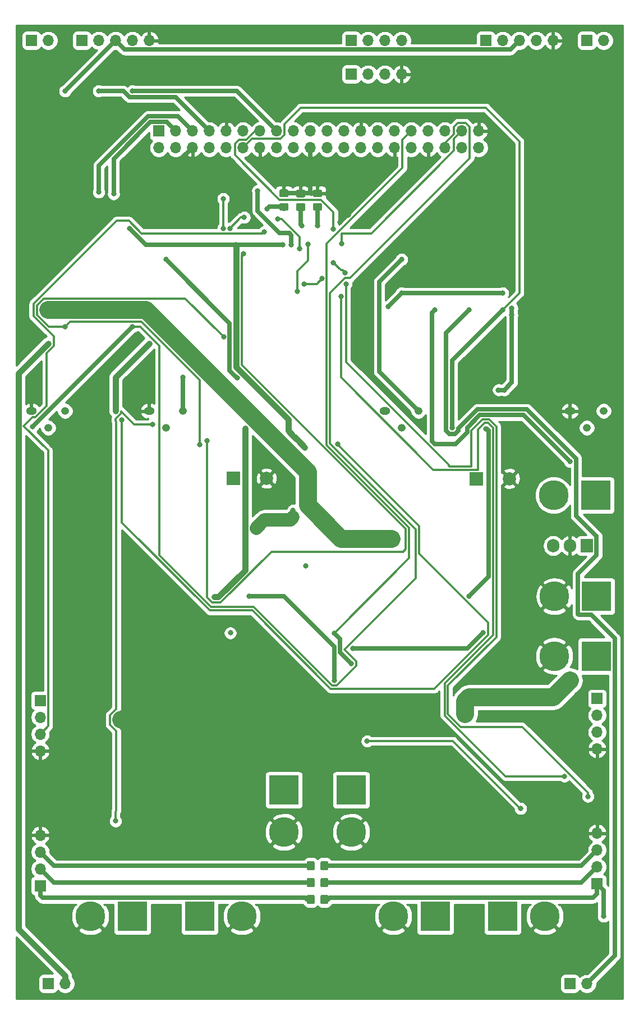
<source format=gbr>
G04 #@! TF.GenerationSoftware,KiCad,Pcbnew,(5.1.5)-3*
G04 #@! TF.CreationDate,2020-03-15T20:30:40+01:00*
G04 #@! TF.ProjectId,TFG_PCB,5446475f-5043-4422-9e6b-696361645f70,rev?*
G04 #@! TF.SameCoordinates,Original*
G04 #@! TF.FileFunction,Copper,L2,Bot*
G04 #@! TF.FilePolarity,Positive*
%FSLAX46Y46*%
G04 Gerber Fmt 4.6, Leading zero omitted, Abs format (unit mm)*
G04 Created by KiCad (PCBNEW (5.1.5)-3) date 2020-03-15 20:30:40*
%MOMM*%
%LPD*%
G04 APERTURE LIST*
%ADD10R,1.700000X1.700000*%
%ADD11O,1.700000X1.700000*%
%ADD12R,2.000000X2.000000*%
%ADD13C,2.000000*%
%ADD14C,4.500880*%
%ADD15R,4.500880X4.500880*%
%ADD16R,1.905000X2.000000*%
%ADD17O,1.905000X2.000000*%
%ADD18O,1.200000X1.200000*%
%ADD19O,1.600000X1.200000*%
%ADD20C,0.100000*%
%ADD21C,0.800000*%
%ADD22C,2.750000*%
%ADD23C,0.650000*%
%ADD24C,0.300000*%
%ADD25C,0.700000*%
%ADD26C,0.950000*%
%ADD27C,2.000000*%
%ADD28C,0.254000*%
G04 APERTURE END LIST*
D10*
X57336373Y-41589138D03*
D11*
X57336373Y-44129138D03*
X59876373Y-41589138D03*
X59876373Y-44129138D03*
X62416373Y-41589138D03*
X62416373Y-44129138D03*
X64956373Y-41589138D03*
X64956373Y-44129138D03*
X67496373Y-41589138D03*
X67496373Y-44129138D03*
X70036373Y-41589138D03*
X70036373Y-44129138D03*
X72576373Y-41589138D03*
X72576373Y-44129138D03*
X75116373Y-41589138D03*
X75116373Y-44129138D03*
X77656373Y-41589138D03*
X77656373Y-44129138D03*
X80196373Y-41589138D03*
X80196373Y-44129138D03*
X82736373Y-41589138D03*
X82736373Y-44129138D03*
X85276373Y-41589138D03*
X85276373Y-44129138D03*
X87816373Y-41589138D03*
X87816373Y-44129138D03*
X90356373Y-41589138D03*
X90356373Y-44129138D03*
X92896373Y-41589138D03*
X92896373Y-44129138D03*
X95436373Y-41589138D03*
X95436373Y-44129138D03*
X97976373Y-41589138D03*
X97976373Y-44129138D03*
X100516373Y-41589138D03*
X100516373Y-44129138D03*
X103056373Y-41589138D03*
X103056373Y-44129138D03*
X105596373Y-41589138D03*
X105596373Y-44129138D03*
X121920000Y-170180000D03*
D10*
X119380000Y-170180000D03*
D11*
X124460000Y-27940000D03*
D10*
X121920000Y-27940000D03*
D11*
X43180000Y-170180000D03*
D10*
X40640000Y-170180000D03*
D11*
X40640000Y-27940000D03*
D10*
X38100000Y-27940000D03*
D11*
X123460140Y-134802853D03*
X123460140Y-132262853D03*
X123460140Y-129722853D03*
D10*
X123460140Y-127182853D03*
D12*
X105262940Y-94022763D03*
D13*
X110262940Y-94022763D03*
D12*
X68580000Y-93980000D03*
D13*
X73580000Y-93980000D03*
D14*
X115570000Y-160020000D03*
D15*
X109220000Y-160020000D03*
D11*
X123460140Y-147502853D03*
X123460140Y-150042853D03*
X123460140Y-152582853D03*
D10*
X123460140Y-155122853D03*
X39429345Y-155406262D03*
D11*
X39429345Y-152866262D03*
X39429345Y-150326262D03*
X39429345Y-147786262D03*
D15*
X53340000Y-160020000D03*
D14*
X46990000Y-160020000D03*
D11*
X93980000Y-27940000D03*
X91440000Y-27940000D03*
X88900000Y-27940000D03*
D10*
X86360000Y-27940000D03*
D14*
X116905131Y-96520000D03*
D15*
X123255131Y-96520000D03*
X123379353Y-111767234D03*
D14*
X117029353Y-111767234D03*
D10*
X86360000Y-33020000D03*
D11*
X88900000Y-33020000D03*
X91440000Y-33020000D03*
X93980000Y-33020000D03*
D15*
X99060000Y-160020000D03*
D14*
X92710000Y-160020000D03*
X69850000Y-160020000D03*
D15*
X63500000Y-160020000D03*
X123364883Y-120791115D03*
D14*
X117014883Y-120791115D03*
D10*
X39429345Y-127466262D03*
D11*
X39429345Y-130006262D03*
X39429345Y-132546262D03*
X39429345Y-135086262D03*
D14*
X76200000Y-147320000D03*
D15*
X76200000Y-140970000D03*
X86360000Y-140970000D03*
D14*
X86360000Y-147320000D03*
D11*
X116840000Y-27940000D03*
X114300000Y-27940000D03*
X111760000Y-27940000D03*
X109220000Y-27940000D03*
D10*
X106680000Y-27940000D03*
X45720000Y-27940000D03*
D11*
X48260000Y-27940000D03*
X50800000Y-27940000D03*
X53340000Y-27940000D03*
X55880000Y-27940000D03*
D16*
X121920000Y-104140000D03*
D17*
X119380000Y-104140000D03*
X116840000Y-104140000D03*
D18*
X43180000Y-83820000D03*
X40640000Y-86360000D03*
D19*
X38100000Y-83820000D03*
X55880000Y-83820000D03*
D18*
X58420000Y-86360000D03*
X60960000Y-83820000D03*
D19*
X91440000Y-83820000D03*
D18*
X93980000Y-86360000D03*
X96520000Y-83820000D03*
X124460000Y-83820000D03*
X121920000Y-86360000D03*
D19*
X119380000Y-83820000D03*
G04 #@! TA.AperFunction,SMDPad,CuDef*
D20*
G36*
X80604505Y-151701204D02*
G01*
X80628773Y-151704804D01*
X80652572Y-151710765D01*
X80675671Y-151719030D01*
X80697850Y-151729520D01*
X80718893Y-151742132D01*
X80738599Y-151756747D01*
X80756777Y-151773223D01*
X80773253Y-151791401D01*
X80787868Y-151811107D01*
X80800480Y-151832150D01*
X80810970Y-151854329D01*
X80819235Y-151877428D01*
X80825196Y-151901227D01*
X80828796Y-151925495D01*
X80830000Y-151949999D01*
X80830000Y-152850001D01*
X80828796Y-152874505D01*
X80825196Y-152898773D01*
X80819235Y-152922572D01*
X80810970Y-152945671D01*
X80800480Y-152967850D01*
X80787868Y-152988893D01*
X80773253Y-153008599D01*
X80756777Y-153026777D01*
X80738599Y-153043253D01*
X80718893Y-153057868D01*
X80697850Y-153070480D01*
X80675671Y-153080970D01*
X80652572Y-153089235D01*
X80628773Y-153095196D01*
X80604505Y-153098796D01*
X80580001Y-153100000D01*
X79929999Y-153100000D01*
X79905495Y-153098796D01*
X79881227Y-153095196D01*
X79857428Y-153089235D01*
X79834329Y-153080970D01*
X79812150Y-153070480D01*
X79791107Y-153057868D01*
X79771401Y-153043253D01*
X79753223Y-153026777D01*
X79736747Y-153008599D01*
X79722132Y-152988893D01*
X79709520Y-152967850D01*
X79699030Y-152945671D01*
X79690765Y-152922572D01*
X79684804Y-152898773D01*
X79681204Y-152874505D01*
X79680000Y-152850001D01*
X79680000Y-151949999D01*
X79681204Y-151925495D01*
X79684804Y-151901227D01*
X79690765Y-151877428D01*
X79699030Y-151854329D01*
X79709520Y-151832150D01*
X79722132Y-151811107D01*
X79736747Y-151791401D01*
X79753223Y-151773223D01*
X79771401Y-151756747D01*
X79791107Y-151742132D01*
X79812150Y-151729520D01*
X79834329Y-151719030D01*
X79857428Y-151710765D01*
X79881227Y-151704804D01*
X79905495Y-151701204D01*
X79929999Y-151700000D01*
X80580001Y-151700000D01*
X80604505Y-151701204D01*
G37*
G04 #@! TD.AperFunction*
G04 #@! TA.AperFunction,SMDPad,CuDef*
G36*
X82654505Y-151701204D02*
G01*
X82678773Y-151704804D01*
X82702572Y-151710765D01*
X82725671Y-151719030D01*
X82747850Y-151729520D01*
X82768893Y-151742132D01*
X82788599Y-151756747D01*
X82806777Y-151773223D01*
X82823253Y-151791401D01*
X82837868Y-151811107D01*
X82850480Y-151832150D01*
X82860970Y-151854329D01*
X82869235Y-151877428D01*
X82875196Y-151901227D01*
X82878796Y-151925495D01*
X82880000Y-151949999D01*
X82880000Y-152850001D01*
X82878796Y-152874505D01*
X82875196Y-152898773D01*
X82869235Y-152922572D01*
X82860970Y-152945671D01*
X82850480Y-152967850D01*
X82837868Y-152988893D01*
X82823253Y-153008599D01*
X82806777Y-153026777D01*
X82788599Y-153043253D01*
X82768893Y-153057868D01*
X82747850Y-153070480D01*
X82725671Y-153080970D01*
X82702572Y-153089235D01*
X82678773Y-153095196D01*
X82654505Y-153098796D01*
X82630001Y-153100000D01*
X81979999Y-153100000D01*
X81955495Y-153098796D01*
X81931227Y-153095196D01*
X81907428Y-153089235D01*
X81884329Y-153080970D01*
X81862150Y-153070480D01*
X81841107Y-153057868D01*
X81821401Y-153043253D01*
X81803223Y-153026777D01*
X81786747Y-153008599D01*
X81772132Y-152988893D01*
X81759520Y-152967850D01*
X81749030Y-152945671D01*
X81740765Y-152922572D01*
X81734804Y-152898773D01*
X81731204Y-152874505D01*
X81730000Y-152850001D01*
X81730000Y-151949999D01*
X81731204Y-151925495D01*
X81734804Y-151901227D01*
X81740765Y-151877428D01*
X81749030Y-151854329D01*
X81759520Y-151832150D01*
X81772132Y-151811107D01*
X81786747Y-151791401D01*
X81803223Y-151773223D01*
X81821401Y-151756747D01*
X81841107Y-151742132D01*
X81862150Y-151729520D01*
X81884329Y-151719030D01*
X81907428Y-151710765D01*
X81931227Y-151704804D01*
X81955495Y-151701204D01*
X81979999Y-151700000D01*
X82630001Y-151700000D01*
X82654505Y-151701204D01*
G37*
G04 #@! TD.AperFunction*
G04 #@! TA.AperFunction,SMDPad,CuDef*
G36*
X82654505Y-154241204D02*
G01*
X82678773Y-154244804D01*
X82702572Y-154250765D01*
X82725671Y-154259030D01*
X82747850Y-154269520D01*
X82768893Y-154282132D01*
X82788599Y-154296747D01*
X82806777Y-154313223D01*
X82823253Y-154331401D01*
X82837868Y-154351107D01*
X82850480Y-154372150D01*
X82860970Y-154394329D01*
X82869235Y-154417428D01*
X82875196Y-154441227D01*
X82878796Y-154465495D01*
X82880000Y-154489999D01*
X82880000Y-155390001D01*
X82878796Y-155414505D01*
X82875196Y-155438773D01*
X82869235Y-155462572D01*
X82860970Y-155485671D01*
X82850480Y-155507850D01*
X82837868Y-155528893D01*
X82823253Y-155548599D01*
X82806777Y-155566777D01*
X82788599Y-155583253D01*
X82768893Y-155597868D01*
X82747850Y-155610480D01*
X82725671Y-155620970D01*
X82702572Y-155629235D01*
X82678773Y-155635196D01*
X82654505Y-155638796D01*
X82630001Y-155640000D01*
X81979999Y-155640000D01*
X81955495Y-155638796D01*
X81931227Y-155635196D01*
X81907428Y-155629235D01*
X81884329Y-155620970D01*
X81862150Y-155610480D01*
X81841107Y-155597868D01*
X81821401Y-155583253D01*
X81803223Y-155566777D01*
X81786747Y-155548599D01*
X81772132Y-155528893D01*
X81759520Y-155507850D01*
X81749030Y-155485671D01*
X81740765Y-155462572D01*
X81734804Y-155438773D01*
X81731204Y-155414505D01*
X81730000Y-155390001D01*
X81730000Y-154489999D01*
X81731204Y-154465495D01*
X81734804Y-154441227D01*
X81740765Y-154417428D01*
X81749030Y-154394329D01*
X81759520Y-154372150D01*
X81772132Y-154351107D01*
X81786747Y-154331401D01*
X81803223Y-154313223D01*
X81821401Y-154296747D01*
X81841107Y-154282132D01*
X81862150Y-154269520D01*
X81884329Y-154259030D01*
X81907428Y-154250765D01*
X81931227Y-154244804D01*
X81955495Y-154241204D01*
X81979999Y-154240000D01*
X82630001Y-154240000D01*
X82654505Y-154241204D01*
G37*
G04 #@! TD.AperFunction*
G04 #@! TA.AperFunction,SMDPad,CuDef*
G36*
X80604505Y-154241204D02*
G01*
X80628773Y-154244804D01*
X80652572Y-154250765D01*
X80675671Y-154259030D01*
X80697850Y-154269520D01*
X80718893Y-154282132D01*
X80738599Y-154296747D01*
X80756777Y-154313223D01*
X80773253Y-154331401D01*
X80787868Y-154351107D01*
X80800480Y-154372150D01*
X80810970Y-154394329D01*
X80819235Y-154417428D01*
X80825196Y-154441227D01*
X80828796Y-154465495D01*
X80830000Y-154489999D01*
X80830000Y-155390001D01*
X80828796Y-155414505D01*
X80825196Y-155438773D01*
X80819235Y-155462572D01*
X80810970Y-155485671D01*
X80800480Y-155507850D01*
X80787868Y-155528893D01*
X80773253Y-155548599D01*
X80756777Y-155566777D01*
X80738599Y-155583253D01*
X80718893Y-155597868D01*
X80697850Y-155610480D01*
X80675671Y-155620970D01*
X80652572Y-155629235D01*
X80628773Y-155635196D01*
X80604505Y-155638796D01*
X80580001Y-155640000D01*
X79929999Y-155640000D01*
X79905495Y-155638796D01*
X79881227Y-155635196D01*
X79857428Y-155629235D01*
X79834329Y-155620970D01*
X79812150Y-155610480D01*
X79791107Y-155597868D01*
X79771401Y-155583253D01*
X79753223Y-155566777D01*
X79736747Y-155548599D01*
X79722132Y-155528893D01*
X79709520Y-155507850D01*
X79699030Y-155485671D01*
X79690765Y-155462572D01*
X79684804Y-155438773D01*
X79681204Y-155414505D01*
X79680000Y-155390001D01*
X79680000Y-154489999D01*
X79681204Y-154465495D01*
X79684804Y-154441227D01*
X79690765Y-154417428D01*
X79699030Y-154394329D01*
X79709520Y-154372150D01*
X79722132Y-154351107D01*
X79736747Y-154331401D01*
X79753223Y-154313223D01*
X79771401Y-154296747D01*
X79791107Y-154282132D01*
X79812150Y-154269520D01*
X79834329Y-154259030D01*
X79857428Y-154250765D01*
X79881227Y-154244804D01*
X79905495Y-154241204D01*
X79929999Y-154240000D01*
X80580001Y-154240000D01*
X80604505Y-154241204D01*
G37*
G04 #@! TD.AperFunction*
G04 #@! TA.AperFunction,SMDPad,CuDef*
G36*
X82654505Y-156781204D02*
G01*
X82678773Y-156784804D01*
X82702572Y-156790765D01*
X82725671Y-156799030D01*
X82747850Y-156809520D01*
X82768893Y-156822132D01*
X82788599Y-156836747D01*
X82806777Y-156853223D01*
X82823253Y-156871401D01*
X82837868Y-156891107D01*
X82850480Y-156912150D01*
X82860970Y-156934329D01*
X82869235Y-156957428D01*
X82875196Y-156981227D01*
X82878796Y-157005495D01*
X82880000Y-157029999D01*
X82880000Y-157930001D01*
X82878796Y-157954505D01*
X82875196Y-157978773D01*
X82869235Y-158002572D01*
X82860970Y-158025671D01*
X82850480Y-158047850D01*
X82837868Y-158068893D01*
X82823253Y-158088599D01*
X82806777Y-158106777D01*
X82788599Y-158123253D01*
X82768893Y-158137868D01*
X82747850Y-158150480D01*
X82725671Y-158160970D01*
X82702572Y-158169235D01*
X82678773Y-158175196D01*
X82654505Y-158178796D01*
X82630001Y-158180000D01*
X81979999Y-158180000D01*
X81955495Y-158178796D01*
X81931227Y-158175196D01*
X81907428Y-158169235D01*
X81884329Y-158160970D01*
X81862150Y-158150480D01*
X81841107Y-158137868D01*
X81821401Y-158123253D01*
X81803223Y-158106777D01*
X81786747Y-158088599D01*
X81772132Y-158068893D01*
X81759520Y-158047850D01*
X81749030Y-158025671D01*
X81740765Y-158002572D01*
X81734804Y-157978773D01*
X81731204Y-157954505D01*
X81730000Y-157930001D01*
X81730000Y-157029999D01*
X81731204Y-157005495D01*
X81734804Y-156981227D01*
X81740765Y-156957428D01*
X81749030Y-156934329D01*
X81759520Y-156912150D01*
X81772132Y-156891107D01*
X81786747Y-156871401D01*
X81803223Y-156853223D01*
X81821401Y-156836747D01*
X81841107Y-156822132D01*
X81862150Y-156809520D01*
X81884329Y-156799030D01*
X81907428Y-156790765D01*
X81931227Y-156784804D01*
X81955495Y-156781204D01*
X81979999Y-156780000D01*
X82630001Y-156780000D01*
X82654505Y-156781204D01*
G37*
G04 #@! TD.AperFunction*
G04 #@! TA.AperFunction,SMDPad,CuDef*
G36*
X80604505Y-156781204D02*
G01*
X80628773Y-156784804D01*
X80652572Y-156790765D01*
X80675671Y-156799030D01*
X80697850Y-156809520D01*
X80718893Y-156822132D01*
X80738599Y-156836747D01*
X80756777Y-156853223D01*
X80773253Y-156871401D01*
X80787868Y-156891107D01*
X80800480Y-156912150D01*
X80810970Y-156934329D01*
X80819235Y-156957428D01*
X80825196Y-156981227D01*
X80828796Y-157005495D01*
X80830000Y-157029999D01*
X80830000Y-157930001D01*
X80828796Y-157954505D01*
X80825196Y-157978773D01*
X80819235Y-158002572D01*
X80810970Y-158025671D01*
X80800480Y-158047850D01*
X80787868Y-158068893D01*
X80773253Y-158088599D01*
X80756777Y-158106777D01*
X80738599Y-158123253D01*
X80718893Y-158137868D01*
X80697850Y-158150480D01*
X80675671Y-158160970D01*
X80652572Y-158169235D01*
X80628773Y-158175196D01*
X80604505Y-158178796D01*
X80580001Y-158180000D01*
X79929999Y-158180000D01*
X79905495Y-158178796D01*
X79881227Y-158175196D01*
X79857428Y-158169235D01*
X79834329Y-158160970D01*
X79812150Y-158150480D01*
X79791107Y-158137868D01*
X79771401Y-158123253D01*
X79753223Y-158106777D01*
X79736747Y-158088599D01*
X79722132Y-158068893D01*
X79709520Y-158047850D01*
X79699030Y-158025671D01*
X79690765Y-158002572D01*
X79684804Y-157978773D01*
X79681204Y-157954505D01*
X79680000Y-157930001D01*
X79680000Y-157029999D01*
X79681204Y-157005495D01*
X79684804Y-156981227D01*
X79690765Y-156957428D01*
X79699030Y-156934329D01*
X79709520Y-156912150D01*
X79722132Y-156891107D01*
X79736747Y-156871401D01*
X79753223Y-156853223D01*
X79771401Y-156836747D01*
X79791107Y-156822132D01*
X79812150Y-156809520D01*
X79834329Y-156799030D01*
X79857428Y-156790765D01*
X79881227Y-156784804D01*
X79905495Y-156781204D01*
X79929999Y-156780000D01*
X80580001Y-156780000D01*
X80604505Y-156781204D01*
G37*
G04 #@! TD.AperFunction*
G04 #@! TA.AperFunction,SMDPad,CuDef*
G36*
X81754505Y-50417511D02*
G01*
X81778773Y-50421111D01*
X81802572Y-50427072D01*
X81825671Y-50435337D01*
X81847850Y-50445827D01*
X81868893Y-50458439D01*
X81888599Y-50473054D01*
X81906777Y-50489530D01*
X81923253Y-50507708D01*
X81937868Y-50527414D01*
X81950480Y-50548457D01*
X81960970Y-50570636D01*
X81969235Y-50593735D01*
X81975196Y-50617534D01*
X81978796Y-50641802D01*
X81980000Y-50666306D01*
X81980000Y-51316308D01*
X81978796Y-51340812D01*
X81975196Y-51365080D01*
X81969235Y-51388879D01*
X81960970Y-51411978D01*
X81950480Y-51434157D01*
X81937868Y-51455200D01*
X81923253Y-51474906D01*
X81906777Y-51493084D01*
X81888599Y-51509560D01*
X81868893Y-51524175D01*
X81847850Y-51536787D01*
X81825671Y-51547277D01*
X81802572Y-51555542D01*
X81778773Y-51561503D01*
X81754505Y-51565103D01*
X81730001Y-51566307D01*
X80829999Y-51566307D01*
X80805495Y-51565103D01*
X80781227Y-51561503D01*
X80757428Y-51555542D01*
X80734329Y-51547277D01*
X80712150Y-51536787D01*
X80691107Y-51524175D01*
X80671401Y-51509560D01*
X80653223Y-51493084D01*
X80636747Y-51474906D01*
X80622132Y-51455200D01*
X80609520Y-51434157D01*
X80599030Y-51411978D01*
X80590765Y-51388879D01*
X80584804Y-51365080D01*
X80581204Y-51340812D01*
X80580000Y-51316308D01*
X80580000Y-50666306D01*
X80581204Y-50641802D01*
X80584804Y-50617534D01*
X80590765Y-50593735D01*
X80599030Y-50570636D01*
X80609520Y-50548457D01*
X80622132Y-50527414D01*
X80636747Y-50507708D01*
X80653223Y-50489530D01*
X80671401Y-50473054D01*
X80691107Y-50458439D01*
X80712150Y-50445827D01*
X80734329Y-50435337D01*
X80757428Y-50427072D01*
X80781227Y-50421111D01*
X80805495Y-50417511D01*
X80829999Y-50416307D01*
X81730001Y-50416307D01*
X81754505Y-50417511D01*
G37*
G04 #@! TD.AperFunction*
G04 #@! TA.AperFunction,SMDPad,CuDef*
G36*
X81754505Y-52467511D02*
G01*
X81778773Y-52471111D01*
X81802572Y-52477072D01*
X81825671Y-52485337D01*
X81847850Y-52495827D01*
X81868893Y-52508439D01*
X81888599Y-52523054D01*
X81906777Y-52539530D01*
X81923253Y-52557708D01*
X81937868Y-52577414D01*
X81950480Y-52598457D01*
X81960970Y-52620636D01*
X81969235Y-52643735D01*
X81975196Y-52667534D01*
X81978796Y-52691802D01*
X81980000Y-52716306D01*
X81980000Y-53366308D01*
X81978796Y-53390812D01*
X81975196Y-53415080D01*
X81969235Y-53438879D01*
X81960970Y-53461978D01*
X81950480Y-53484157D01*
X81937868Y-53505200D01*
X81923253Y-53524906D01*
X81906777Y-53543084D01*
X81888599Y-53559560D01*
X81868893Y-53574175D01*
X81847850Y-53586787D01*
X81825671Y-53597277D01*
X81802572Y-53605542D01*
X81778773Y-53611503D01*
X81754505Y-53615103D01*
X81730001Y-53616307D01*
X80829999Y-53616307D01*
X80805495Y-53615103D01*
X80781227Y-53611503D01*
X80757428Y-53605542D01*
X80734329Y-53597277D01*
X80712150Y-53586787D01*
X80691107Y-53574175D01*
X80671401Y-53559560D01*
X80653223Y-53543084D01*
X80636747Y-53524906D01*
X80622132Y-53505200D01*
X80609520Y-53484157D01*
X80599030Y-53461978D01*
X80590765Y-53438879D01*
X80584804Y-53415080D01*
X80581204Y-53390812D01*
X80580000Y-53366308D01*
X80580000Y-52716306D01*
X80581204Y-52691802D01*
X80584804Y-52667534D01*
X80590765Y-52643735D01*
X80599030Y-52620636D01*
X80609520Y-52598457D01*
X80622132Y-52577414D01*
X80636747Y-52557708D01*
X80653223Y-52539530D01*
X80671401Y-52523054D01*
X80691107Y-52508439D01*
X80712150Y-52495827D01*
X80734329Y-52485337D01*
X80757428Y-52477072D01*
X80781227Y-52471111D01*
X80805495Y-52467511D01*
X80829999Y-52466307D01*
X81730001Y-52466307D01*
X81754505Y-52467511D01*
G37*
G04 #@! TD.AperFunction*
G04 #@! TA.AperFunction,SMDPad,CuDef*
G36*
X79214505Y-52500425D02*
G01*
X79238773Y-52504025D01*
X79262572Y-52509986D01*
X79285671Y-52518251D01*
X79307850Y-52528741D01*
X79328893Y-52541353D01*
X79348599Y-52555968D01*
X79366777Y-52572444D01*
X79383253Y-52590622D01*
X79397868Y-52610328D01*
X79410480Y-52631371D01*
X79420970Y-52653550D01*
X79429235Y-52676649D01*
X79435196Y-52700448D01*
X79438796Y-52724716D01*
X79440000Y-52749220D01*
X79440000Y-53399222D01*
X79438796Y-53423726D01*
X79435196Y-53447994D01*
X79429235Y-53471793D01*
X79420970Y-53494892D01*
X79410480Y-53517071D01*
X79397868Y-53538114D01*
X79383253Y-53557820D01*
X79366777Y-53575998D01*
X79348599Y-53592474D01*
X79328893Y-53607089D01*
X79307850Y-53619701D01*
X79285671Y-53630191D01*
X79262572Y-53638456D01*
X79238773Y-53644417D01*
X79214505Y-53648017D01*
X79190001Y-53649221D01*
X78289999Y-53649221D01*
X78265495Y-53648017D01*
X78241227Y-53644417D01*
X78217428Y-53638456D01*
X78194329Y-53630191D01*
X78172150Y-53619701D01*
X78151107Y-53607089D01*
X78131401Y-53592474D01*
X78113223Y-53575998D01*
X78096747Y-53557820D01*
X78082132Y-53538114D01*
X78069520Y-53517071D01*
X78059030Y-53494892D01*
X78050765Y-53471793D01*
X78044804Y-53447994D01*
X78041204Y-53423726D01*
X78040000Y-53399222D01*
X78040000Y-52749220D01*
X78041204Y-52724716D01*
X78044804Y-52700448D01*
X78050765Y-52676649D01*
X78059030Y-52653550D01*
X78069520Y-52631371D01*
X78082132Y-52610328D01*
X78096747Y-52590622D01*
X78113223Y-52572444D01*
X78131401Y-52555968D01*
X78151107Y-52541353D01*
X78172150Y-52528741D01*
X78194329Y-52518251D01*
X78217428Y-52509986D01*
X78241227Y-52504025D01*
X78265495Y-52500425D01*
X78289999Y-52499221D01*
X79190001Y-52499221D01*
X79214505Y-52500425D01*
G37*
G04 #@! TD.AperFunction*
G04 #@! TA.AperFunction,SMDPad,CuDef*
G36*
X79214505Y-50450425D02*
G01*
X79238773Y-50454025D01*
X79262572Y-50459986D01*
X79285671Y-50468251D01*
X79307850Y-50478741D01*
X79328893Y-50491353D01*
X79348599Y-50505968D01*
X79366777Y-50522444D01*
X79383253Y-50540622D01*
X79397868Y-50560328D01*
X79410480Y-50581371D01*
X79420970Y-50603550D01*
X79429235Y-50626649D01*
X79435196Y-50650448D01*
X79438796Y-50674716D01*
X79440000Y-50699220D01*
X79440000Y-51349222D01*
X79438796Y-51373726D01*
X79435196Y-51397994D01*
X79429235Y-51421793D01*
X79420970Y-51444892D01*
X79410480Y-51467071D01*
X79397868Y-51488114D01*
X79383253Y-51507820D01*
X79366777Y-51525998D01*
X79348599Y-51542474D01*
X79328893Y-51557089D01*
X79307850Y-51569701D01*
X79285671Y-51580191D01*
X79262572Y-51588456D01*
X79238773Y-51594417D01*
X79214505Y-51598017D01*
X79190001Y-51599221D01*
X78289999Y-51599221D01*
X78265495Y-51598017D01*
X78241227Y-51594417D01*
X78217428Y-51588456D01*
X78194329Y-51580191D01*
X78172150Y-51569701D01*
X78151107Y-51557089D01*
X78131401Y-51542474D01*
X78113223Y-51525998D01*
X78096747Y-51507820D01*
X78082132Y-51488114D01*
X78069520Y-51467071D01*
X78059030Y-51444892D01*
X78050765Y-51421793D01*
X78044804Y-51397994D01*
X78041204Y-51373726D01*
X78040000Y-51349222D01*
X78040000Y-50699220D01*
X78041204Y-50674716D01*
X78044804Y-50650448D01*
X78050765Y-50626649D01*
X78059030Y-50603550D01*
X78069520Y-50581371D01*
X78082132Y-50560328D01*
X78096747Y-50540622D01*
X78113223Y-50522444D01*
X78131401Y-50505968D01*
X78151107Y-50491353D01*
X78172150Y-50478741D01*
X78194329Y-50468251D01*
X78217428Y-50459986D01*
X78241227Y-50454025D01*
X78265495Y-50450425D01*
X78289999Y-50449221D01*
X79190001Y-50449221D01*
X79214505Y-50450425D01*
G37*
G04 #@! TD.AperFunction*
G04 #@! TA.AperFunction,SMDPad,CuDef*
G36*
X76674505Y-50412446D02*
G01*
X76698773Y-50416046D01*
X76722572Y-50422007D01*
X76745671Y-50430272D01*
X76767850Y-50440762D01*
X76788893Y-50453374D01*
X76808599Y-50467989D01*
X76826777Y-50484465D01*
X76843253Y-50502643D01*
X76857868Y-50522349D01*
X76870480Y-50543392D01*
X76880970Y-50565571D01*
X76889235Y-50588670D01*
X76895196Y-50612469D01*
X76898796Y-50636737D01*
X76900000Y-50661241D01*
X76900000Y-51311243D01*
X76898796Y-51335747D01*
X76895196Y-51360015D01*
X76889235Y-51383814D01*
X76880970Y-51406913D01*
X76870480Y-51429092D01*
X76857868Y-51450135D01*
X76843253Y-51469841D01*
X76826777Y-51488019D01*
X76808599Y-51504495D01*
X76788893Y-51519110D01*
X76767850Y-51531722D01*
X76745671Y-51542212D01*
X76722572Y-51550477D01*
X76698773Y-51556438D01*
X76674505Y-51560038D01*
X76650001Y-51561242D01*
X75749999Y-51561242D01*
X75725495Y-51560038D01*
X75701227Y-51556438D01*
X75677428Y-51550477D01*
X75654329Y-51542212D01*
X75632150Y-51531722D01*
X75611107Y-51519110D01*
X75591401Y-51504495D01*
X75573223Y-51488019D01*
X75556747Y-51469841D01*
X75542132Y-51450135D01*
X75529520Y-51429092D01*
X75519030Y-51406913D01*
X75510765Y-51383814D01*
X75504804Y-51360015D01*
X75501204Y-51335747D01*
X75500000Y-51311243D01*
X75500000Y-50661241D01*
X75501204Y-50636737D01*
X75504804Y-50612469D01*
X75510765Y-50588670D01*
X75519030Y-50565571D01*
X75529520Y-50543392D01*
X75542132Y-50522349D01*
X75556747Y-50502643D01*
X75573223Y-50484465D01*
X75591401Y-50467989D01*
X75611107Y-50453374D01*
X75632150Y-50440762D01*
X75654329Y-50430272D01*
X75677428Y-50422007D01*
X75701227Y-50416046D01*
X75725495Y-50412446D01*
X75749999Y-50411242D01*
X76650001Y-50411242D01*
X76674505Y-50412446D01*
G37*
G04 #@! TD.AperFunction*
G04 #@! TA.AperFunction,SMDPad,CuDef*
G36*
X76674505Y-52462446D02*
G01*
X76698773Y-52466046D01*
X76722572Y-52472007D01*
X76745671Y-52480272D01*
X76767850Y-52490762D01*
X76788893Y-52503374D01*
X76808599Y-52517989D01*
X76826777Y-52534465D01*
X76843253Y-52552643D01*
X76857868Y-52572349D01*
X76870480Y-52593392D01*
X76880970Y-52615571D01*
X76889235Y-52638670D01*
X76895196Y-52662469D01*
X76898796Y-52686737D01*
X76900000Y-52711241D01*
X76900000Y-53361243D01*
X76898796Y-53385747D01*
X76895196Y-53410015D01*
X76889235Y-53433814D01*
X76880970Y-53456913D01*
X76870480Y-53479092D01*
X76857868Y-53500135D01*
X76843253Y-53519841D01*
X76826777Y-53538019D01*
X76808599Y-53554495D01*
X76788893Y-53569110D01*
X76767850Y-53581722D01*
X76745671Y-53592212D01*
X76722572Y-53600477D01*
X76698773Y-53606438D01*
X76674505Y-53610038D01*
X76650001Y-53611242D01*
X75749999Y-53611242D01*
X75725495Y-53610038D01*
X75701227Y-53606438D01*
X75677428Y-53600477D01*
X75654329Y-53592212D01*
X75632150Y-53581722D01*
X75611107Y-53569110D01*
X75591401Y-53554495D01*
X75573223Y-53538019D01*
X75556747Y-53519841D01*
X75542132Y-53500135D01*
X75529520Y-53479092D01*
X75519030Y-53456913D01*
X75510765Y-53433814D01*
X75504804Y-53410015D01*
X75501204Y-53385747D01*
X75500000Y-53361243D01*
X75500000Y-52711241D01*
X75501204Y-52686737D01*
X75504804Y-52662469D01*
X75510765Y-52638670D01*
X75519030Y-52615571D01*
X75529520Y-52593392D01*
X75542132Y-52572349D01*
X75556747Y-52552643D01*
X75573223Y-52534465D01*
X75591401Y-52517989D01*
X75611107Y-52503374D01*
X75632150Y-52490762D01*
X75654329Y-52480272D01*
X75677428Y-52472007D01*
X75701227Y-52466046D01*
X75725495Y-52462446D01*
X75749999Y-52461242D01*
X76650001Y-52461242D01*
X76674505Y-52462446D01*
G37*
G04 #@! TD.AperFunction*
D21*
X78613000Y-59309000D03*
X79883000Y-58674000D03*
X84963000Y-58547000D03*
X76073000Y-58737500D03*
X77343000Y-58737500D03*
X72263000Y-50609500D03*
X55880000Y-73660000D03*
X116840000Y-127000000D03*
X119380000Y-124460000D03*
X103555265Y-129525175D03*
X103555265Y-127584735D03*
X74579999Y-128620001D03*
X74579999Y-126080001D03*
X74579999Y-123540001D03*
X74579999Y-121000001D03*
X56760000Y-130420000D03*
X51680000Y-130420000D03*
X56760000Y-130420000D03*
X55000000Y-130420000D03*
X60960000Y-55880000D03*
X84709000Y-55372000D03*
X85979000Y-54229000D03*
X93599000Y-50546000D03*
X95250000Y-48768000D03*
X96647000Y-47117000D03*
X105410000Y-59055000D03*
X104140000Y-59055000D03*
X102870000Y-59055000D03*
X101600000Y-59055000D03*
X100330000Y-59055000D03*
X99060000Y-59055000D03*
X70910000Y-111760000D03*
X83820000Y-124460000D03*
X109220000Y-66040000D03*
X93980000Y-66040000D03*
X84875183Y-103084817D03*
X87415183Y-103084817D03*
X89955183Y-103084817D03*
X92495183Y-103084817D03*
X55611322Y-68848678D03*
X53340000Y-68580000D03*
X50800000Y-68580000D03*
X43180000Y-68580000D03*
X40640000Y-68580000D03*
X91948000Y-68072000D03*
X110617000Y-69342000D03*
X110617000Y-68326000D03*
X109474000Y-80645000D03*
X108585000Y-80645000D03*
X43180000Y-35560000D03*
X78295500Y-88201500D03*
X77597000Y-87503000D03*
X76898500Y-86804500D03*
X77597000Y-100711000D03*
X77597000Y-99822000D03*
X77597000Y-98806000D03*
X72013366Y-101468634D03*
X52929350Y-56300023D03*
X50520438Y-51079562D03*
X48260000Y-50800000D03*
X124460000Y-160020000D03*
X79502000Y-107188000D03*
X88773000Y-133604000D03*
X111910008Y-143759992D03*
X122085139Y-141947861D03*
X85598000Y-64643000D03*
X85471000Y-62992000D03*
X83693000Y-61468000D03*
X118535644Y-138893356D03*
X84836000Y-66548000D03*
X50800000Y-145660000D03*
X56388000Y-85852000D03*
X64643000Y-88265000D03*
X70104000Y-60071000D03*
X68072000Y-56261000D03*
X70231000Y-54610000D03*
X78232000Y-65786000D03*
X51774838Y-85175838D03*
X84290125Y-88800206D03*
X73279000Y-56769000D03*
X75311000Y-54864000D03*
X79242884Y-64637884D03*
X81923553Y-63872447D03*
X48260000Y-35560000D03*
X63500000Y-88900000D03*
X43180000Y-71120000D03*
X67056000Y-51816000D03*
X67056000Y-56272990D03*
X67099968Y-72644000D03*
X101600000Y-86360000D03*
X109220000Y-68580000D03*
X83693000Y-56388000D03*
X53340000Y-35560000D03*
X83820000Y-117300000D03*
X86360000Y-121920000D03*
X98950000Y-68580000D03*
X119380000Y-91440000D03*
X53340000Y-71120000D03*
X38249338Y-86210662D03*
X40640000Y-73660000D03*
X50800000Y-83820000D03*
X104140000Y-68580000D03*
X86640000Y-119660000D03*
X106270000Y-117250000D03*
X60960000Y-78740000D03*
X58420000Y-60960000D03*
X69183522Y-78855558D03*
X93980000Y-60960000D03*
X68122568Y-117297432D03*
X104140000Y-111760000D03*
X106716569Y-86563888D03*
X65742294Y-111853117D03*
X70338356Y-86474863D03*
X81280000Y-55880000D03*
X78881082Y-55885224D03*
X73660000Y-53340000D03*
D22*
X119380000Y-124460000D02*
X116840000Y-127000000D01*
X104140000Y-127000000D02*
X103555265Y-127584735D01*
X116840000Y-127000000D02*
X104140000Y-127000000D01*
X103555265Y-129525175D02*
X103555265Y-127584735D01*
X72780000Y-130420000D02*
X74579999Y-128620001D01*
X51680000Y-130420000D02*
X55000000Y-130420000D01*
X74579999Y-121000001D02*
X74579999Y-128620001D01*
X55000000Y-130420000D02*
X72780000Y-130420000D01*
D23*
X80196373Y-50845304D02*
X80342376Y-50991307D01*
X80196373Y-44129138D02*
X80196373Y-50845304D01*
X80375290Y-51024221D02*
X80342376Y-50991307D01*
D24*
X78702021Y-50986242D02*
X78740000Y-51024221D01*
X76200000Y-50986242D02*
X78702021Y-50986242D01*
X78772914Y-50991307D02*
X78740000Y-51024221D01*
X81280000Y-50991307D02*
X78772914Y-50991307D01*
D23*
X81274935Y-50986242D02*
X81280000Y-50991307D01*
X76200000Y-50986242D02*
X81274935Y-50986242D01*
X60960000Y-45585511D02*
X62416373Y-44129138D01*
X60960000Y-55880000D02*
X60960000Y-45585511D01*
X70910000Y-111760000D02*
X76200000Y-111760000D01*
X83820000Y-119380000D02*
X83820000Y-124460000D01*
X76200000Y-111760000D02*
X83820000Y-119380000D01*
X109220000Y-66040000D02*
X93980000Y-66040000D01*
D22*
X92495183Y-103084817D02*
X84875183Y-103084817D01*
X55342644Y-68580000D02*
X53340000Y-68580000D01*
X55611322Y-68848678D02*
X55342644Y-68580000D01*
X53340000Y-68580000D02*
X50800000Y-68580000D01*
X50800000Y-68580000D02*
X43180000Y-68580000D01*
X40640000Y-68580000D02*
X40640000Y-68580000D01*
X40640000Y-68580000D02*
X43180000Y-68580000D01*
D23*
X93980000Y-66040000D02*
X93580001Y-66439999D01*
X93580001Y-66439999D02*
X92202000Y-67818000D01*
X92202000Y-67818000D02*
X91948000Y-68072000D01*
X91948000Y-68072000D02*
X91948000Y-68072000D01*
X75565000Y-56959500D02*
X72263000Y-53657500D01*
X77343000Y-58737500D02*
X77343000Y-57284923D01*
X72263000Y-51175185D02*
X72263000Y-50609500D01*
X77343000Y-57284923D02*
X77017577Y-56959500D01*
X77017577Y-56959500D02*
X75565000Y-56959500D01*
X72263000Y-53657500D02*
X72263000Y-51175185D01*
D22*
X79808989Y-98018623D02*
X79808989Y-93046345D01*
X84875183Y-103084817D02*
X79808989Y-98018623D01*
X56011321Y-69248677D02*
X55611322Y-68848678D01*
X79808989Y-93046345D02*
X56011321Y-69248677D01*
D25*
X108585000Y-80645000D02*
X109474000Y-80645000D01*
X110617000Y-79502000D02*
X110617000Y-68326000D01*
X109474000Y-80645000D02*
X110617000Y-79502000D01*
D23*
X43180000Y-35560000D02*
X50800000Y-27940000D01*
X110910001Y-28789999D02*
X111760000Y-27940000D01*
X110384999Y-29315001D02*
X110910001Y-28789999D01*
X52175001Y-29315001D02*
X110384999Y-29315001D01*
X50800000Y-27940000D02*
X52175001Y-29315001D01*
X68897500Y-58737500D02*
X76073000Y-58737500D01*
D26*
X78295500Y-88201500D02*
X79375000Y-89281000D01*
X77597000Y-87503000D02*
X78295500Y-88201500D01*
X76898500Y-86804500D02*
X77597000Y-87503000D01*
D27*
X73260001Y-100221999D02*
X72580500Y-100901500D01*
X77597000Y-99822000D02*
X77197001Y-100221999D01*
X77197001Y-100221999D02*
X73260001Y-100221999D01*
X72013366Y-101468634D02*
X72013366Y-101468634D01*
X72580500Y-100901500D02*
X72013366Y-101468634D01*
D23*
X68897500Y-58737500D02*
X55366827Y-58737500D01*
X53329349Y-56700022D02*
X52929350Y-56300023D01*
X55366827Y-58737500D02*
X53329349Y-56700022D01*
D26*
X69024989Y-77176730D02*
X76898500Y-85050241D01*
X76898500Y-86238815D02*
X76898500Y-86804500D01*
X68897500Y-58737500D02*
X69024989Y-58864989D01*
X76898500Y-85050241D02*
X76898500Y-86238815D01*
X69024989Y-58864989D02*
X69024989Y-77176730D01*
D23*
X59026374Y-40739139D02*
X59876373Y-41589138D01*
X56066372Y-40214137D02*
X58501372Y-40214137D01*
X58501372Y-40214137D02*
X59026374Y-40739139D01*
X50520438Y-45760071D02*
X56066372Y-40214137D01*
X50520438Y-51079562D02*
X50520438Y-45760071D01*
X55714287Y-39364127D02*
X60191362Y-39364127D01*
X60191362Y-39364127D02*
X61566374Y-40739139D01*
X48260000Y-46818414D02*
X55714287Y-39364127D01*
X61566374Y-40739139D02*
X62416373Y-41589138D01*
X48260000Y-50800000D02*
X48260000Y-46818414D01*
X123460140Y-156622853D02*
X123460140Y-155122853D01*
X122838434Y-157244559D02*
X123460140Y-156622853D01*
X83115441Y-157244559D02*
X122838434Y-157244559D01*
X82880000Y-157480000D02*
X83115441Y-157244559D01*
X82305000Y-157480000D02*
X82880000Y-157480000D01*
D25*
X124460000Y-156122713D02*
X123460140Y-155122853D01*
X124460000Y-160020000D02*
X124460000Y-156122713D01*
D24*
X88773000Y-133604000D02*
X101727000Y-133604000D01*
X101727000Y-133604000D02*
X111887000Y-143764000D01*
D23*
X121102993Y-152400000D02*
X123460140Y-150042853D01*
X82305000Y-152400000D02*
X121102993Y-152400000D01*
D24*
X122085139Y-141382176D02*
X112147963Y-131445000D01*
X122085139Y-141947861D02*
X122085139Y-141382176D01*
X112147963Y-131445000D02*
X102870000Y-131445000D01*
X102870000Y-131445000D02*
X100965000Y-129540000D01*
X100965000Y-129540000D02*
X100965000Y-125222000D01*
X108280019Y-86142897D02*
X108204000Y-86066878D01*
X100965000Y-125222000D02*
X108280019Y-117906981D01*
X108280019Y-117906981D02*
X108280019Y-86142897D01*
X108164876Y-86066878D02*
X107207987Y-85109989D01*
X108204000Y-86066878D02*
X108164876Y-86066878D01*
X107207987Y-85109989D02*
X106152011Y-85109989D01*
X106152011Y-85109989D02*
X104521000Y-86741000D01*
X104521000Y-86741000D02*
X104521000Y-92172752D01*
X101198754Y-92172752D02*
X101101002Y-92075000D01*
X104521000Y-92172752D02*
X101198754Y-92172752D01*
X101101002Y-91937485D02*
X85598000Y-76434483D01*
X101101002Y-92075000D02*
X101101002Y-91937485D01*
X85598000Y-76434483D02*
X85598000Y-67310000D01*
X85598000Y-67310000D02*
X85598000Y-64643000D01*
X85598000Y-64643000D02*
X85598000Y-64643000D01*
X85071001Y-62592001D02*
X84817001Y-62592001D01*
X85471000Y-62992000D02*
X85071001Y-62592001D01*
X84817001Y-62592001D02*
X83693000Y-61468000D01*
X83693000Y-61468000D02*
X83693000Y-61468000D01*
D23*
X121102993Y-154940000D02*
X82305000Y-154940000D01*
X123460140Y-152582853D02*
X121102993Y-154940000D01*
D24*
X107780009Y-117572869D02*
X100464989Y-124887889D01*
X107000878Y-85610000D02*
X107780009Y-86389131D01*
X105480009Y-92672762D02*
X105480009Y-86616113D01*
X100464989Y-129747111D02*
X109611234Y-138893356D01*
X84836000Y-78759517D02*
X98749245Y-92672762D01*
X98749245Y-92672762D02*
X105480009Y-92672762D01*
X106486122Y-85610000D02*
X107000878Y-85610000D01*
X105480009Y-86616113D02*
X106486122Y-85610000D01*
X84836000Y-66548000D02*
X84836000Y-66548000D01*
X107780009Y-86389131D02*
X107780009Y-117572869D01*
X100464989Y-124887889D02*
X100464989Y-129747111D01*
X109611234Y-138893356D02*
X118535644Y-138893356D01*
X84836000Y-66548000D02*
X84836000Y-78759517D01*
D23*
X39429345Y-156906262D02*
X39429345Y-155406262D01*
X39767642Y-157244559D02*
X39429345Y-156906262D01*
X79444559Y-157244559D02*
X39767642Y-157244559D01*
X79680000Y-157480000D02*
X79444559Y-157244559D01*
X80255000Y-157480000D02*
X79680000Y-157480000D01*
D24*
X50927000Y-85438002D02*
X50811999Y-85323001D01*
X49954990Y-129705478D02*
X50927000Y-128733468D01*
X50800000Y-144260000D02*
X50927000Y-144133000D01*
X50800000Y-145660000D02*
X50800000Y-144260000D01*
X50927000Y-144133000D02*
X50927000Y-132106532D01*
X50927000Y-128733468D02*
X50927000Y-85438002D01*
X49954990Y-131134522D02*
X49954990Y-129705478D01*
X50927000Y-132106532D02*
X49954990Y-131134522D01*
X50811999Y-84974741D02*
X51625010Y-84161730D01*
X50811999Y-85323001D02*
X50811999Y-84974741D01*
X51625010Y-84161730D02*
X51625010Y-83883990D01*
X51625010Y-83883990D02*
X53593020Y-85852000D01*
X53593020Y-85852000D02*
X56388000Y-85852000D01*
X56388000Y-85852000D02*
X56388000Y-85852000D01*
X65400564Y-112678127D02*
X65434127Y-112678127D01*
X64643000Y-111920563D02*
X65400564Y-112678127D01*
X64643000Y-88265000D02*
X64643000Y-111920563D01*
X66649710Y-112678126D02*
X74298836Y-105029000D01*
X65434127Y-112678127D02*
X66649710Y-112678126D01*
X74298836Y-105029000D02*
X94234000Y-105029000D01*
X94234000Y-105029000D02*
X94615000Y-104648000D01*
X94615000Y-104648000D02*
X94615000Y-101600000D01*
X94615000Y-101600000D02*
X69850000Y-76835000D01*
X69850000Y-76835000D02*
X69850000Y-60325000D01*
X69850000Y-60325000D02*
X70104000Y-60071000D01*
X70104000Y-60071000D02*
X70104000Y-60071000D01*
X68072000Y-56261000D02*
X69723000Y-54610000D01*
X69723000Y-54610000D02*
X70231000Y-54610000D01*
X70231000Y-54610000D02*
X70231000Y-54610000D01*
D23*
X39429345Y-152866262D02*
X41503083Y-154940000D01*
X50800000Y-154940000D02*
X80255000Y-154940000D01*
X41503083Y-154940000D02*
X50800000Y-154940000D01*
D24*
X78232000Y-65786000D02*
X78232000Y-62738000D01*
X79883000Y-61087000D02*
X79883000Y-58674000D01*
X78232000Y-62738000D02*
X79883000Y-61087000D01*
X51774838Y-85175838D02*
X51774838Y-100687082D01*
X96623031Y-101133112D02*
X84690124Y-89200205D01*
X107020001Y-117610001D02*
X107020001Y-115750003D01*
X96623031Y-105353032D02*
X96623031Y-101133112D01*
X84690124Y-89200205D02*
X84290125Y-88800206D01*
X64990777Y-113903021D02*
X71445897Y-113903021D01*
X83252888Y-125710012D02*
X98919991Y-125710011D01*
X98919991Y-125710011D02*
X107020001Y-117610001D01*
X71445897Y-113903021D02*
X83252888Y-125710012D01*
X107020001Y-115750003D02*
X96623031Y-105353032D01*
X51774838Y-100687082D02*
X64990777Y-113903021D01*
D23*
X41503083Y-152400000D02*
X39429345Y-150326262D01*
X80255000Y-152400000D02*
X41503083Y-152400000D01*
D24*
X39429345Y-132546262D02*
X40629346Y-131346261D01*
X40629346Y-131346261D02*
X40629346Y-89778346D01*
X40629346Y-89778346D02*
X36957000Y-86106000D01*
X38693507Y-84770010D02*
X40386000Y-83077517D01*
X36957000Y-86106000D02*
X38292990Y-84770010D01*
X38292990Y-84770010D02*
X38693507Y-84770010D01*
X41465009Y-74001731D02*
X41465009Y-72580009D01*
X40386000Y-83077517D02*
X40386000Y-75080740D01*
X40386000Y-75080740D02*
X41465009Y-74001731D01*
X38414980Y-67658368D02*
X39116000Y-66957348D01*
X41465009Y-72580009D02*
X38414980Y-69529980D01*
X38414980Y-69529980D02*
X38414980Y-67658368D01*
X50943349Y-55129999D02*
X52820001Y-55129999D01*
X39116000Y-66957348D02*
X50943349Y-55129999D01*
X52820001Y-55129999D02*
X54713002Y-57023000D01*
X54713002Y-57023000D02*
X73025000Y-57023000D01*
X73025000Y-57023000D02*
X73279000Y-56769000D01*
X73279000Y-56769000D02*
X73279000Y-56769000D01*
X75876685Y-54864000D02*
X75311000Y-54864000D01*
X78613000Y-59309000D02*
X78613000Y-57600315D01*
X78613000Y-57600315D02*
X75876685Y-54864000D01*
X81158116Y-64637884D02*
X81923553Y-63872447D01*
X79242884Y-64637884D02*
X81158116Y-64637884D01*
D23*
X52895999Y-36485001D02*
X59852236Y-36485001D01*
X51970998Y-35560000D02*
X52895999Y-36485001D01*
X59852236Y-36485001D02*
X64956373Y-41589138D01*
X48260000Y-35560000D02*
X51970998Y-35560000D01*
D24*
X43930001Y-70369999D02*
X43180000Y-71120000D01*
X63500000Y-88900000D02*
X63500000Y-79176888D01*
X54693111Y-70369999D02*
X43930001Y-70369999D01*
X63500000Y-79176888D02*
X54693111Y-70369999D01*
X67056000Y-51816000D02*
X67056000Y-56272990D01*
X61310958Y-66854990D02*
X66699969Y-72244001D01*
X66699969Y-72244001D02*
X67099968Y-72644000D01*
X40740468Y-71120000D02*
X38914990Y-69294522D01*
X38914990Y-67865478D02*
X39925478Y-66854990D01*
X43180000Y-71120000D02*
X40740468Y-71120000D01*
X39925478Y-66854990D02*
X61310958Y-66854990D01*
X38914990Y-69294522D02*
X38914990Y-67865478D01*
X75692374Y-42789139D02*
X71376372Y-42789139D01*
X76316374Y-42165139D02*
X75692374Y-42789139D01*
X76316374Y-40523626D02*
X76316374Y-42165139D01*
X111760000Y-66040000D02*
X111760000Y-43180000D01*
X109220000Y-68580000D02*
X111760000Y-66040000D01*
X71376372Y-42789139D02*
X70036373Y-44129138D01*
X78740000Y-38100000D02*
X76316374Y-40523626D01*
X106680000Y-38100000D02*
X78740000Y-38100000D01*
X111760000Y-43180000D02*
X106680000Y-38100000D01*
D23*
X109220000Y-68580000D02*
X101600000Y-76200000D01*
X101600000Y-76200000D02*
X101600000Y-86360000D01*
D24*
X75539443Y-51949231D02*
X81811470Y-51949231D01*
X68836372Y-45246160D02*
X75539443Y-51949231D01*
X71869253Y-41589138D02*
X70529254Y-42929137D01*
X72576373Y-41589138D02*
X71869253Y-41589138D01*
X70529254Y-42929137D02*
X69460372Y-42929137D01*
X81811470Y-51949231D02*
X83693000Y-53830761D01*
X69460372Y-42929137D02*
X68836372Y-43553137D01*
X68836372Y-43553137D02*
X68836372Y-45246160D01*
X83693000Y-53830761D02*
X83693000Y-56388000D01*
X83693000Y-56388000D02*
X83693000Y-56388000D01*
D23*
X69087235Y-35560000D02*
X75116373Y-41589138D01*
X53340000Y-35560000D02*
X69087235Y-35560000D01*
X84670010Y-118150010D02*
X83820000Y-117300000D01*
X86360000Y-121920000D02*
X84670010Y-120230010D01*
X84670010Y-120230010D02*
X84670010Y-118150010D01*
D24*
X82677000Y-58601880D02*
X82677000Y-88954878D01*
X94096374Y-42929137D02*
X94096374Y-47182506D01*
X84219999Y-116900001D02*
X83820000Y-117300000D01*
X95115011Y-106004989D02*
X84219999Y-116900001D01*
X95115011Y-101392889D02*
X95115011Y-106004989D01*
X95436373Y-41589138D02*
X94096374Y-42929137D01*
X94096374Y-47182506D02*
X82677000Y-58601880D01*
X82677000Y-88954878D02*
X95115011Y-101392889D01*
D23*
X119380000Y-91440000D02*
X119380000Y-91440000D01*
X103845989Y-87020601D02*
X103845989Y-86334402D01*
X98950000Y-68580000D02*
X98550001Y-68979999D01*
X98550001Y-88390001D02*
X98950000Y-88790000D01*
X98950000Y-88790000D02*
X102076590Y-88790000D01*
X112374978Y-84434978D02*
X118980001Y-91040001D01*
X98550001Y-68979999D02*
X98550001Y-88390001D01*
X105745413Y-84434978D02*
X112374978Y-84434978D01*
X118980001Y-91040001D02*
X119380000Y-91440000D01*
X103845989Y-86334402D02*
X105745413Y-84434978D01*
X102076590Y-88790000D02*
X103845989Y-87020601D01*
X53340000Y-71120000D02*
X38249338Y-86210662D01*
D24*
X57404000Y-105609122D02*
X57404000Y-74017260D01*
X87110001Y-121559999D02*
X87110001Y-122280001D01*
X100516373Y-43422018D02*
X101856372Y-42082019D01*
X83459999Y-125210001D02*
X71653008Y-113403010D01*
X87110001Y-122280001D02*
X84180001Y-125210001D01*
X96123020Y-109017018D02*
X85345020Y-119795018D01*
X65197888Y-113403010D02*
X57404000Y-105609122D01*
X101856372Y-42082019D02*
X101856372Y-41013137D01*
X71653008Y-113403010D02*
X65197888Y-113403010D01*
X54506740Y-71120000D02*
X53340000Y-71120000D01*
X104256374Y-41013137D02*
X104256374Y-45675748D01*
X85345020Y-119795018D02*
X87110001Y-121559999D01*
X83177011Y-88747767D02*
X96123020Y-101693776D01*
X84180001Y-125210001D02*
X83459999Y-125210001D01*
X57404000Y-74017260D02*
X54506740Y-71120000D01*
X85424111Y-63746011D02*
X83177011Y-65993111D01*
X103632374Y-40389137D02*
X104256374Y-41013137D01*
X102480372Y-40389137D02*
X103632374Y-40389137D01*
X104256374Y-45675748D02*
X86186111Y-63746011D01*
X83177011Y-65993111D02*
X83177011Y-88747767D01*
X100516373Y-44129138D02*
X100516373Y-43422018D01*
X96123020Y-101693776D02*
X96123020Y-109017018D01*
X101856372Y-41013137D02*
X102480372Y-40389137D01*
X86186111Y-63746011D02*
X85424111Y-63746011D01*
X84963000Y-58547000D02*
X84963000Y-57023000D01*
X101856372Y-44565141D02*
X101856372Y-42789139D01*
X101856372Y-42789139D02*
X102206374Y-42439137D01*
X89398513Y-57023000D02*
X101856372Y-44565141D01*
X102206374Y-42439137D02*
X103056373Y-41589138D01*
X84963000Y-57023000D02*
X89398513Y-57023000D01*
D23*
X40640000Y-73660000D02*
X40640000Y-73660000D01*
D26*
X36131989Y-161929908D02*
X36131989Y-78168011D01*
X43180000Y-168977919D02*
X36131989Y-161929908D01*
X43180000Y-170180000D02*
X43180000Y-168977919D01*
X40240001Y-74059999D02*
X40640000Y-73660000D01*
X36131989Y-78168011D02*
X40240001Y-74059999D01*
X50800000Y-78740000D02*
X55880000Y-73660000D01*
X50800000Y-83820000D02*
X50800000Y-78740000D01*
D23*
X104140000Y-68580000D02*
X104140000Y-68580000D01*
X120305001Y-90995999D02*
X112893969Y-83584967D01*
X102044001Y-87285001D02*
X101155999Y-87285001D01*
X122562325Y-114542675D02*
X120708912Y-114542675D01*
X120708912Y-114542675D02*
X120603912Y-114437675D01*
X121920000Y-170180000D02*
X126140324Y-165959676D01*
X102525001Y-86804001D02*
X102044001Y-87285001D01*
X126140324Y-118120674D02*
X122562325Y-114542675D01*
X120305001Y-99627499D02*
X120305001Y-90995999D01*
X105393327Y-83584967D02*
X102525001Y-86453293D01*
X102525001Y-86453293D02*
X102525001Y-86804001D01*
X120603912Y-114437675D02*
X120603912Y-108353590D01*
X100674999Y-86804001D02*
X100674999Y-72045001D01*
X103740001Y-68979999D02*
X104140000Y-68580000D01*
X123397501Y-102719999D02*
X120305001Y-99627499D01*
X126140324Y-165959676D02*
X126140324Y-118120674D01*
X123397501Y-105560001D02*
X123397501Y-102719999D01*
X120603912Y-108353590D02*
X123397501Y-105560001D01*
X101155999Y-87285001D02*
X100674999Y-86804001D01*
X112893969Y-83584967D02*
X105393327Y-83584967D01*
X100674999Y-72045001D02*
X103740001Y-68979999D01*
D25*
X103860000Y-119660000D02*
X106270000Y-117250000D01*
X86640000Y-119660000D02*
X103860000Y-119660000D01*
D23*
X60960000Y-83820000D02*
X60960000Y-78740000D01*
X60960000Y-78740000D02*
X60960000Y-78740000D01*
X58420000Y-60960000D02*
X58420000Y-60960000D01*
X68024978Y-77697014D02*
X68783523Y-78455559D01*
X58420000Y-60960000D02*
X68024978Y-70564978D01*
X68783523Y-78455559D02*
X69183522Y-78855558D01*
X68024978Y-70564978D02*
X68024978Y-77697014D01*
X93980000Y-60960000D02*
X90589989Y-64350011D01*
X95920001Y-83220001D02*
X96520000Y-83820000D01*
X90589989Y-64350011D02*
X90589989Y-77889989D01*
X90589989Y-77889989D02*
X95920001Y-83220001D01*
D25*
X107079999Y-108820001D02*
X107079999Y-86759999D01*
X104140000Y-111760000D02*
X107079999Y-108820001D01*
D23*
X107079999Y-86759999D02*
X106883888Y-86563888D01*
X106883888Y-86563888D02*
X106716569Y-86563888D01*
D26*
X66307979Y-111853117D02*
X70338356Y-107822740D01*
X70338356Y-107822740D02*
X70338356Y-87040548D01*
X70338356Y-87040548D02*
X70338356Y-86474863D01*
X65742294Y-111853117D02*
X66307979Y-111853117D01*
D23*
X81280000Y-53041307D02*
X81280000Y-55880000D01*
X78740000Y-53074221D02*
X78740000Y-55744142D01*
X78740000Y-55744142D02*
X78881082Y-55885224D01*
X73963758Y-53036242D02*
X73660000Y-53340000D01*
X76200000Y-53036242D02*
X73963758Y-53036242D01*
X76200000Y-53036242D02*
X76200000Y-53340000D01*
D28*
G36*
X127381000Y-172466000D02*
G01*
X35814000Y-172466000D01*
X35814000Y-163181695D01*
X41324232Y-168691928D01*
X39790000Y-168691928D01*
X39665518Y-168704188D01*
X39545820Y-168740498D01*
X39435506Y-168799463D01*
X39338815Y-168878815D01*
X39259463Y-168975506D01*
X39200498Y-169085820D01*
X39164188Y-169205518D01*
X39151928Y-169330000D01*
X39151928Y-171030000D01*
X39164188Y-171154482D01*
X39200498Y-171274180D01*
X39259463Y-171384494D01*
X39338815Y-171481185D01*
X39435506Y-171560537D01*
X39545820Y-171619502D01*
X39665518Y-171655812D01*
X39790000Y-171668072D01*
X41490000Y-171668072D01*
X41614482Y-171655812D01*
X41734180Y-171619502D01*
X41844494Y-171560537D01*
X41941185Y-171481185D01*
X42020537Y-171384494D01*
X42079502Y-171274180D01*
X42101513Y-171201620D01*
X42233368Y-171333475D01*
X42476589Y-171495990D01*
X42746842Y-171607932D01*
X43033740Y-171665000D01*
X43326260Y-171665000D01*
X43613158Y-171607932D01*
X43883411Y-171495990D01*
X44126632Y-171333475D01*
X44333475Y-171126632D01*
X44495990Y-170883411D01*
X44607932Y-170613158D01*
X44665000Y-170326260D01*
X44665000Y-170033740D01*
X44607932Y-169746842D01*
X44495990Y-169476589D01*
X44333475Y-169233368D01*
X44290000Y-169189893D01*
X44290000Y-169032440D01*
X44295370Y-168977919D01*
X44273938Y-168760321D01*
X44210468Y-168551085D01*
X44107396Y-168358253D01*
X43968686Y-168189233D01*
X43926333Y-168154475D01*
X37817512Y-162045654D01*
X45143951Y-162045654D01*
X45390155Y-162438062D01*
X45892637Y-162703713D01*
X46437289Y-162866232D01*
X47003180Y-162919371D01*
X47568567Y-162861089D01*
X48111719Y-162693626D01*
X48589845Y-162438062D01*
X48836049Y-162045654D01*
X46990000Y-160199605D01*
X45143951Y-162045654D01*
X37817512Y-162045654D01*
X37241989Y-161470132D01*
X37241989Y-147429372D01*
X37987869Y-147429372D01*
X38109190Y-147659262D01*
X39302345Y-147659262D01*
X39302345Y-146465448D01*
X39556345Y-146465448D01*
X39556345Y-147659262D01*
X40749500Y-147659262D01*
X40870821Y-147429372D01*
X40841645Y-147333180D01*
X73300629Y-147333180D01*
X73358911Y-147898567D01*
X73526374Y-148441719D01*
X73781938Y-148919845D01*
X74174346Y-149166049D01*
X76020395Y-147320000D01*
X76379605Y-147320000D01*
X78225654Y-149166049D01*
X78618062Y-148919845D01*
X78883713Y-148417363D01*
X79046232Y-147872711D01*
X79096895Y-147333180D01*
X83460629Y-147333180D01*
X83518911Y-147898567D01*
X83686374Y-148441719D01*
X83941938Y-148919845D01*
X84334346Y-149166049D01*
X86180395Y-147320000D01*
X86539605Y-147320000D01*
X88385654Y-149166049D01*
X88778062Y-148919845D01*
X89043713Y-148417363D01*
X89206232Y-147872711D01*
X89259371Y-147306820D01*
X89242790Y-147145963D01*
X122018664Y-147145963D01*
X122139985Y-147375853D01*
X123333140Y-147375853D01*
X123333140Y-146182039D01*
X123587140Y-146182039D01*
X123587140Y-147375853D01*
X124780295Y-147375853D01*
X124901616Y-147145963D01*
X124856965Y-146998754D01*
X124731781Y-146735933D01*
X124557728Y-146502584D01*
X124341495Y-146307675D01*
X124091392Y-146158696D01*
X123817031Y-146061372D01*
X123587140Y-146182039D01*
X123333140Y-146182039D01*
X123103249Y-146061372D01*
X122828888Y-146158696D01*
X122578785Y-146307675D01*
X122362552Y-146502584D01*
X122188499Y-146735933D01*
X122063315Y-146998754D01*
X122018664Y-147145963D01*
X89242790Y-147145963D01*
X89201089Y-146741433D01*
X89033626Y-146198281D01*
X88778062Y-145720155D01*
X88385654Y-145473951D01*
X86539605Y-147320000D01*
X86180395Y-147320000D01*
X84334346Y-145473951D01*
X83941938Y-145720155D01*
X83676287Y-146222637D01*
X83513768Y-146767289D01*
X83460629Y-147333180D01*
X79096895Y-147333180D01*
X79099371Y-147306820D01*
X79041089Y-146741433D01*
X78873626Y-146198281D01*
X78618062Y-145720155D01*
X78225654Y-145473951D01*
X76379605Y-147320000D01*
X76020395Y-147320000D01*
X74174346Y-145473951D01*
X73781938Y-145720155D01*
X73516287Y-146222637D01*
X73353768Y-146767289D01*
X73300629Y-147333180D01*
X40841645Y-147333180D01*
X40826170Y-147282163D01*
X40700986Y-147019342D01*
X40526933Y-146785993D01*
X40310700Y-146591084D01*
X40060597Y-146442105D01*
X39786236Y-146344781D01*
X39556345Y-146465448D01*
X39302345Y-146465448D01*
X39072454Y-146344781D01*
X38798093Y-146442105D01*
X38547990Y-146591084D01*
X38331757Y-146785993D01*
X38157704Y-147019342D01*
X38032520Y-147282163D01*
X37987869Y-147429372D01*
X37241989Y-147429372D01*
X37241989Y-135443152D01*
X37987869Y-135443152D01*
X38032520Y-135590361D01*
X38157704Y-135853182D01*
X38331757Y-136086531D01*
X38547990Y-136281440D01*
X38798093Y-136430419D01*
X39072454Y-136527743D01*
X39302345Y-136407076D01*
X39302345Y-135213262D01*
X39556345Y-135213262D01*
X39556345Y-136407076D01*
X39786236Y-136527743D01*
X40060597Y-136430419D01*
X40310700Y-136281440D01*
X40526933Y-136086531D01*
X40700986Y-135853182D01*
X40826170Y-135590361D01*
X40870821Y-135443152D01*
X40749500Y-135213262D01*
X39556345Y-135213262D01*
X39302345Y-135213262D01*
X38109190Y-135213262D01*
X37987869Y-135443152D01*
X37241989Y-135443152D01*
X37241989Y-87501146D01*
X39844347Y-90103504D01*
X39844346Y-125978190D01*
X38579345Y-125978190D01*
X38454863Y-125990450D01*
X38335165Y-126026760D01*
X38224851Y-126085725D01*
X38128160Y-126165077D01*
X38048808Y-126261768D01*
X37989843Y-126372082D01*
X37953533Y-126491780D01*
X37941273Y-126616262D01*
X37941273Y-128316262D01*
X37953533Y-128440744D01*
X37989843Y-128560442D01*
X38048808Y-128670756D01*
X38128160Y-128767447D01*
X38224851Y-128846799D01*
X38335165Y-128905764D01*
X38407725Y-128927775D01*
X38275870Y-129059630D01*
X38113355Y-129302851D01*
X38001413Y-129573104D01*
X37944345Y-129860002D01*
X37944345Y-130152522D01*
X38001413Y-130439420D01*
X38113355Y-130709673D01*
X38275870Y-130952894D01*
X38482713Y-131159737D01*
X38657105Y-131276262D01*
X38482713Y-131392787D01*
X38275870Y-131599630D01*
X38113355Y-131842851D01*
X38001413Y-132113104D01*
X37944345Y-132400002D01*
X37944345Y-132692522D01*
X38001413Y-132979420D01*
X38113355Y-133249673D01*
X38275870Y-133492894D01*
X38482713Y-133699737D01*
X38664879Y-133821457D01*
X38547990Y-133891084D01*
X38331757Y-134085993D01*
X38157704Y-134319342D01*
X38032520Y-134582163D01*
X37987869Y-134729372D01*
X38109190Y-134959262D01*
X39302345Y-134959262D01*
X39302345Y-134939262D01*
X39556345Y-134939262D01*
X39556345Y-134959262D01*
X40749500Y-134959262D01*
X40870821Y-134729372D01*
X40826170Y-134582163D01*
X40700986Y-134319342D01*
X40526933Y-134085993D01*
X40310700Y-133891084D01*
X40193811Y-133821457D01*
X40375977Y-133699737D01*
X40582820Y-133492894D01*
X40745335Y-133249673D01*
X40857277Y-132979420D01*
X40914345Y-132692522D01*
X40914345Y-132400002D01*
X40876420Y-132209344D01*
X41157157Y-131928607D01*
X41187110Y-131904025D01*
X41285208Y-131784494D01*
X41358100Y-131648121D01*
X41373035Y-131598887D01*
X41402988Y-131500148D01*
X41413561Y-131392787D01*
X41414346Y-131384822D01*
X41414346Y-131384817D01*
X41418143Y-131346261D01*
X41414346Y-131307705D01*
X41414346Y-89816902D01*
X41418143Y-89778346D01*
X41414346Y-89739790D01*
X41414346Y-89739785D01*
X41408815Y-89683632D01*
X41402988Y-89624459D01*
X41358100Y-89476486D01*
X41348093Y-89457764D01*
X41285208Y-89340113D01*
X41187110Y-89220582D01*
X41157156Y-89195999D01*
X38942434Y-86981277D01*
X39053275Y-86870436D01*
X39166543Y-86700918D01*
X39201769Y-86615875D01*
X39405000Y-86412644D01*
X39405000Y-86481637D01*
X39452460Y-86720236D01*
X39545557Y-86944992D01*
X39680713Y-87147267D01*
X39852733Y-87319287D01*
X40055008Y-87454443D01*
X40279764Y-87547540D01*
X40518363Y-87595000D01*
X40761637Y-87595000D01*
X41000236Y-87547540D01*
X41224992Y-87454443D01*
X41427267Y-87319287D01*
X41599287Y-87147267D01*
X41734443Y-86944992D01*
X41827540Y-86720236D01*
X41875000Y-86481637D01*
X41875000Y-86238363D01*
X41827540Y-85999764D01*
X41734443Y-85775008D01*
X41599287Y-85572733D01*
X41427267Y-85400713D01*
X41224992Y-85265557D01*
X41000236Y-85172460D01*
X40761637Y-85125000D01*
X40692644Y-85125000D01*
X41945000Y-83872644D01*
X41945000Y-83941637D01*
X41992460Y-84180236D01*
X42085557Y-84404992D01*
X42220713Y-84607267D01*
X42392733Y-84779287D01*
X42595008Y-84914443D01*
X42819764Y-85007540D01*
X43058363Y-85055000D01*
X43301637Y-85055000D01*
X43540236Y-85007540D01*
X43764992Y-84914443D01*
X43967267Y-84779287D01*
X44139287Y-84607267D01*
X44274443Y-84404992D01*
X44367540Y-84180236D01*
X44415000Y-83941637D01*
X44415000Y-83698363D01*
X44367540Y-83459764D01*
X44274443Y-83235008D01*
X44139287Y-83032733D01*
X43967267Y-82860713D01*
X43764992Y-82725557D01*
X43540236Y-82632460D01*
X43301637Y-82585000D01*
X43232644Y-82585000D01*
X53745214Y-72072431D01*
X53830256Y-72037205D01*
X53999774Y-71923937D01*
X54018711Y-71905000D01*
X54181583Y-71905000D01*
X55123403Y-72846820D01*
X50053668Y-77916556D01*
X50011315Y-77951314D01*
X49872605Y-78120334D01*
X49847121Y-78168011D01*
X49769532Y-78313167D01*
X49706062Y-78522403D01*
X49684630Y-78740000D01*
X49690001Y-78794531D01*
X49690000Y-83874520D01*
X49706062Y-84037597D01*
X49769532Y-84246833D01*
X49872604Y-84439666D01*
X50011314Y-84608686D01*
X50085163Y-84669292D01*
X50083245Y-84672881D01*
X50038358Y-84820854D01*
X50026999Y-84936180D01*
X50026999Y-84936188D01*
X50023202Y-84974741D01*
X50026999Y-85013294D01*
X50026999Y-85284448D01*
X50023202Y-85323001D01*
X50026999Y-85361554D01*
X50026999Y-85361561D01*
X50038358Y-85476887D01*
X50083245Y-85624860D01*
X50142001Y-85734786D01*
X50142000Y-128408311D01*
X49427175Y-129123136D01*
X49397227Y-129147714D01*
X49372649Y-129177662D01*
X49372645Y-129177666D01*
X49363059Y-129189347D01*
X49299129Y-129267245D01*
X49260167Y-129340138D01*
X49226236Y-129403619D01*
X49181349Y-129551592D01*
X49166193Y-129705478D01*
X49169991Y-129744040D01*
X49169990Y-131095969D01*
X49166193Y-131134522D01*
X49169990Y-131173075D01*
X49169990Y-131173082D01*
X49181349Y-131288408D01*
X49226236Y-131436381D01*
X49299128Y-131572754D01*
X49397226Y-131692286D01*
X49427180Y-131716869D01*
X50142001Y-132431690D01*
X50142000Y-143825769D01*
X50139129Y-143831141D01*
X50071246Y-143958141D01*
X50026359Y-144106114D01*
X50011203Y-144260000D01*
X50015001Y-144298562D01*
X50015000Y-144981289D01*
X49996063Y-145000226D01*
X49882795Y-145169744D01*
X49804774Y-145358102D01*
X49765000Y-145558061D01*
X49765000Y-145761939D01*
X49804774Y-145961898D01*
X49882795Y-146150256D01*
X49996063Y-146319774D01*
X50140226Y-146463937D01*
X50309744Y-146577205D01*
X50498102Y-146655226D01*
X50698061Y-146695000D01*
X50901939Y-146695000D01*
X51101898Y-146655226D01*
X51290256Y-146577205D01*
X51459774Y-146463937D01*
X51603937Y-146319774D01*
X51717205Y-146150256D01*
X51795226Y-145961898D01*
X51835000Y-145761939D01*
X51835000Y-145558061D01*
X51795226Y-145358102D01*
X51768818Y-145294346D01*
X74353951Y-145294346D01*
X76200000Y-147140395D01*
X78046049Y-145294346D01*
X84513951Y-145294346D01*
X86360000Y-147140395D01*
X88206049Y-145294346D01*
X87959845Y-144901938D01*
X87457363Y-144636287D01*
X86912711Y-144473768D01*
X86346820Y-144420629D01*
X85781433Y-144478911D01*
X85238281Y-144646374D01*
X84760155Y-144901938D01*
X84513951Y-145294346D01*
X78046049Y-145294346D01*
X77799845Y-144901938D01*
X77297363Y-144636287D01*
X76752711Y-144473768D01*
X76186820Y-144420629D01*
X75621433Y-144478911D01*
X75078281Y-144646374D01*
X74600155Y-144901938D01*
X74353951Y-145294346D01*
X51768818Y-145294346D01*
X51717205Y-145169744D01*
X51603937Y-145000226D01*
X51585000Y-144981289D01*
X51585000Y-144567233D01*
X51655754Y-144434860D01*
X51700641Y-144286887D01*
X51712000Y-144171561D01*
X51712000Y-144171554D01*
X51715797Y-144133001D01*
X51712000Y-144094448D01*
X51712000Y-138719560D01*
X73311488Y-138719560D01*
X73311488Y-143220440D01*
X73323748Y-143344922D01*
X73360058Y-143464620D01*
X73419023Y-143574934D01*
X73498375Y-143671625D01*
X73595066Y-143750977D01*
X73705380Y-143809942D01*
X73825078Y-143846252D01*
X73949560Y-143858512D01*
X78450440Y-143858512D01*
X78574922Y-143846252D01*
X78694620Y-143809942D01*
X78804934Y-143750977D01*
X78901625Y-143671625D01*
X78980977Y-143574934D01*
X79039942Y-143464620D01*
X79076252Y-143344922D01*
X79088512Y-143220440D01*
X79088512Y-138719560D01*
X83471488Y-138719560D01*
X83471488Y-143220440D01*
X83483748Y-143344922D01*
X83520058Y-143464620D01*
X83579023Y-143574934D01*
X83658375Y-143671625D01*
X83755066Y-143750977D01*
X83865380Y-143809942D01*
X83985078Y-143846252D01*
X84109560Y-143858512D01*
X88610440Y-143858512D01*
X88734922Y-143846252D01*
X88854620Y-143809942D01*
X88964934Y-143750977D01*
X89061625Y-143671625D01*
X89140977Y-143574934D01*
X89199942Y-143464620D01*
X89236252Y-143344922D01*
X89248512Y-143220440D01*
X89248512Y-138719560D01*
X89236252Y-138595078D01*
X89199942Y-138475380D01*
X89140977Y-138365066D01*
X89061625Y-138268375D01*
X88964934Y-138189023D01*
X88854620Y-138130058D01*
X88734922Y-138093748D01*
X88610440Y-138081488D01*
X84109560Y-138081488D01*
X83985078Y-138093748D01*
X83865380Y-138130058D01*
X83755066Y-138189023D01*
X83658375Y-138268375D01*
X83579023Y-138365066D01*
X83520058Y-138475380D01*
X83483748Y-138595078D01*
X83471488Y-138719560D01*
X79088512Y-138719560D01*
X79076252Y-138595078D01*
X79039942Y-138475380D01*
X78980977Y-138365066D01*
X78901625Y-138268375D01*
X78804934Y-138189023D01*
X78694620Y-138130058D01*
X78574922Y-138093748D01*
X78450440Y-138081488D01*
X73949560Y-138081488D01*
X73825078Y-138093748D01*
X73705380Y-138130058D01*
X73595066Y-138189023D01*
X73498375Y-138268375D01*
X73419023Y-138365066D01*
X73360058Y-138475380D01*
X73323748Y-138595078D01*
X73311488Y-138719560D01*
X51712000Y-138719560D01*
X51712000Y-133502061D01*
X87738000Y-133502061D01*
X87738000Y-133705939D01*
X87777774Y-133905898D01*
X87855795Y-134094256D01*
X87969063Y-134263774D01*
X88113226Y-134407937D01*
X88282744Y-134521205D01*
X88471102Y-134599226D01*
X88671061Y-134639000D01*
X88874939Y-134639000D01*
X89074898Y-134599226D01*
X89263256Y-134521205D01*
X89432774Y-134407937D01*
X89451711Y-134389000D01*
X101401843Y-134389000D01*
X110875066Y-143862223D01*
X110914782Y-144061890D01*
X110992803Y-144250248D01*
X111106071Y-144419766D01*
X111250234Y-144563929D01*
X111419752Y-144677197D01*
X111608110Y-144755218D01*
X111808069Y-144794992D01*
X112011947Y-144794992D01*
X112211906Y-144755218D01*
X112400264Y-144677197D01*
X112569782Y-144563929D01*
X112713945Y-144419766D01*
X112827213Y-144250248D01*
X112905234Y-144061890D01*
X112945008Y-143861931D01*
X112945008Y-143658053D01*
X112905234Y-143458094D01*
X112827213Y-143269736D01*
X112713945Y-143100218D01*
X112569782Y-142956055D01*
X112400264Y-142842787D01*
X112211906Y-142764766D01*
X112011947Y-142724992D01*
X111958149Y-142724992D01*
X102309347Y-133076190D01*
X102284764Y-133046236D01*
X102165233Y-132948138D01*
X102028860Y-132875246D01*
X101880887Y-132830359D01*
X101765561Y-132819000D01*
X101765553Y-132819000D01*
X101727000Y-132815203D01*
X101688447Y-132819000D01*
X89451711Y-132819000D01*
X89432774Y-132800063D01*
X89263256Y-132686795D01*
X89074898Y-132608774D01*
X88874939Y-132569000D01*
X88671061Y-132569000D01*
X88471102Y-132608774D01*
X88282744Y-132686795D01*
X88113226Y-132800063D01*
X87969063Y-132944226D01*
X87855795Y-133113744D01*
X87777774Y-133302102D01*
X87738000Y-133502061D01*
X51712000Y-133502061D01*
X51712000Y-132145088D01*
X51715797Y-132106532D01*
X51712000Y-132067976D01*
X51712000Y-132067971D01*
X51707999Y-132027345D01*
X51700642Y-131952645D01*
X51655754Y-131804672D01*
X51624853Y-131746860D01*
X51582862Y-131668299D01*
X51484764Y-131548768D01*
X51454810Y-131524185D01*
X50739990Y-130809365D01*
X50739990Y-130030635D01*
X51454811Y-129315814D01*
X51484764Y-129291232D01*
X51582862Y-129171701D01*
X51655754Y-129035328D01*
X51655878Y-129034919D01*
X51700642Y-128887355D01*
X51711587Y-128776221D01*
X51712000Y-128772029D01*
X51712000Y-128772024D01*
X51715797Y-128733468D01*
X51712000Y-128694912D01*
X51712000Y-117195493D01*
X67087568Y-117195493D01*
X67087568Y-117399371D01*
X67127342Y-117599330D01*
X67205363Y-117787688D01*
X67318631Y-117957206D01*
X67462794Y-118101369D01*
X67632312Y-118214637D01*
X67820670Y-118292658D01*
X68020629Y-118332432D01*
X68224507Y-118332432D01*
X68424466Y-118292658D01*
X68612824Y-118214637D01*
X68782342Y-118101369D01*
X68926505Y-117957206D01*
X69039773Y-117787688D01*
X69117794Y-117599330D01*
X69157568Y-117399371D01*
X69157568Y-117195493D01*
X69117794Y-116995534D01*
X69039773Y-116807176D01*
X68926505Y-116637658D01*
X68782342Y-116493495D01*
X68612824Y-116380227D01*
X68424466Y-116302206D01*
X68224507Y-116262432D01*
X68020629Y-116262432D01*
X67820670Y-116302206D01*
X67632312Y-116380227D01*
X67462794Y-116493495D01*
X67318631Y-116637658D01*
X67205363Y-116807176D01*
X67127342Y-116995534D01*
X67087568Y-117195493D01*
X51712000Y-117195493D01*
X51712000Y-101734401D01*
X64408435Y-114430837D01*
X64433013Y-114460785D01*
X64462961Y-114485363D01*
X64462964Y-114485366D01*
X64492336Y-114509471D01*
X64552544Y-114558883D01*
X64645041Y-114608323D01*
X64688917Y-114631775D01*
X64836889Y-114676662D01*
X64851267Y-114678078D01*
X64952216Y-114688021D01*
X64952223Y-114688021D01*
X64990776Y-114691818D01*
X65029329Y-114688021D01*
X71120740Y-114688021D01*
X82670547Y-126237828D01*
X82695125Y-126267776D01*
X82725073Y-126292354D01*
X82725076Y-126292357D01*
X82774420Y-126332853D01*
X82814656Y-126365874D01*
X82878136Y-126399804D01*
X82951028Y-126438766D01*
X83099001Y-126483654D01*
X83181293Y-126491758D01*
X83214328Y-126495012D01*
X83214332Y-126495012D01*
X83252888Y-126498809D01*
X83291444Y-126495012D01*
X98881428Y-126495010D01*
X98919991Y-126498808D01*
X99073877Y-126483652D01*
X99221850Y-126438765D01*
X99285331Y-126404834D01*
X99358224Y-126365872D01*
X99407635Y-126325321D01*
X99447803Y-126292356D01*
X99447807Y-126292352D01*
X99477755Y-126267774D01*
X99502333Y-126237826D01*
X99679989Y-126060170D01*
X99679990Y-129708548D01*
X99676192Y-129747111D01*
X99691348Y-129900997D01*
X99736235Y-130048970D01*
X99762316Y-130097764D01*
X99809128Y-130185344D01*
X99849679Y-130234755D01*
X99882644Y-130274923D01*
X99882648Y-130274927D01*
X99907226Y-130304875D01*
X99937174Y-130329453D01*
X109028887Y-139421166D01*
X109053470Y-139451120D01*
X109173001Y-139549218D01*
X109309374Y-139622110D01*
X109457347Y-139666998D01*
X109532260Y-139674376D01*
X109572673Y-139678356D01*
X109572678Y-139678356D01*
X109611234Y-139682153D01*
X109649790Y-139678356D01*
X117856933Y-139678356D01*
X117875870Y-139697293D01*
X118045388Y-139810561D01*
X118233746Y-139888582D01*
X118433705Y-139928356D01*
X118637583Y-139928356D01*
X118837542Y-139888582D01*
X119025900Y-139810561D01*
X119195418Y-139697293D01*
X119242758Y-139649953D01*
X121133512Y-141540707D01*
X121089913Y-141645963D01*
X121050139Y-141845922D01*
X121050139Y-142049800D01*
X121089913Y-142249759D01*
X121167934Y-142438117D01*
X121281202Y-142607635D01*
X121425365Y-142751798D01*
X121594883Y-142865066D01*
X121783241Y-142943087D01*
X121983200Y-142982861D01*
X122187078Y-142982861D01*
X122387037Y-142943087D01*
X122575395Y-142865066D01*
X122744913Y-142751798D01*
X122889076Y-142607635D01*
X123002344Y-142438117D01*
X123080365Y-142249759D01*
X123120139Y-142049800D01*
X123120139Y-141845922D01*
X123080365Y-141645963D01*
X123002344Y-141457605D01*
X122889076Y-141288087D01*
X122862003Y-141261014D01*
X122858780Y-141228289D01*
X122813893Y-141080316D01*
X122741001Y-140943943D01*
X122642903Y-140824412D01*
X122612955Y-140799834D01*
X116972864Y-135159743D01*
X122018664Y-135159743D01*
X122063315Y-135306952D01*
X122188499Y-135569773D01*
X122362552Y-135803122D01*
X122578785Y-135998031D01*
X122828888Y-136147010D01*
X123103249Y-136244334D01*
X123333140Y-136123667D01*
X123333140Y-134929853D01*
X123587140Y-134929853D01*
X123587140Y-136123667D01*
X123817031Y-136244334D01*
X124091392Y-136147010D01*
X124341495Y-135998031D01*
X124557728Y-135803122D01*
X124731781Y-135569773D01*
X124856965Y-135306952D01*
X124901616Y-135159743D01*
X124780295Y-134929853D01*
X123587140Y-134929853D01*
X123333140Y-134929853D01*
X122139985Y-134929853D01*
X122018664Y-135159743D01*
X116972864Y-135159743D01*
X112730308Y-130917188D01*
X112705727Y-130887236D01*
X112586196Y-130789138D01*
X112449823Y-130716246D01*
X112301850Y-130671359D01*
X112186524Y-130660000D01*
X112186516Y-130660000D01*
X112147963Y-130656203D01*
X112109410Y-130660000D01*
X105224161Y-130660000D01*
X105234605Y-130647274D01*
X105421248Y-130298090D01*
X105536182Y-129919204D01*
X105565265Y-129623916D01*
X105565265Y-129010000D01*
X116741270Y-129010000D01*
X116840000Y-129019724D01*
X116938730Y-129010000D01*
X116938741Y-129010000D01*
X117234029Y-128980917D01*
X117612915Y-128865983D01*
X117962099Y-128679340D01*
X118034728Y-128619735D01*
X118191464Y-128491105D01*
X118191466Y-128491103D01*
X118268161Y-128428161D01*
X118331105Y-128351464D01*
X120349716Y-126332853D01*
X121972068Y-126332853D01*
X121972068Y-128032853D01*
X121984328Y-128157335D01*
X122020638Y-128277033D01*
X122079603Y-128387347D01*
X122158955Y-128484038D01*
X122255646Y-128563390D01*
X122365960Y-128622355D01*
X122438520Y-128644366D01*
X122306665Y-128776221D01*
X122144150Y-129019442D01*
X122032208Y-129289695D01*
X121975140Y-129576593D01*
X121975140Y-129869113D01*
X122032208Y-130156011D01*
X122144150Y-130426264D01*
X122306665Y-130669485D01*
X122513508Y-130876328D01*
X122687900Y-130992853D01*
X122513508Y-131109378D01*
X122306665Y-131316221D01*
X122144150Y-131559442D01*
X122032208Y-131829695D01*
X121975140Y-132116593D01*
X121975140Y-132409113D01*
X122032208Y-132696011D01*
X122144150Y-132966264D01*
X122306665Y-133209485D01*
X122513508Y-133416328D01*
X122695674Y-133538048D01*
X122578785Y-133607675D01*
X122362552Y-133802584D01*
X122188499Y-134035933D01*
X122063315Y-134298754D01*
X122018664Y-134445963D01*
X122139985Y-134675853D01*
X123333140Y-134675853D01*
X123333140Y-134655853D01*
X123587140Y-134655853D01*
X123587140Y-134675853D01*
X124780295Y-134675853D01*
X124901616Y-134445963D01*
X124856965Y-134298754D01*
X124731781Y-134035933D01*
X124557728Y-133802584D01*
X124341495Y-133607675D01*
X124224606Y-133538048D01*
X124406772Y-133416328D01*
X124613615Y-133209485D01*
X124776130Y-132966264D01*
X124888072Y-132696011D01*
X124945140Y-132409113D01*
X124945140Y-132116593D01*
X124888072Y-131829695D01*
X124776130Y-131559442D01*
X124613615Y-131316221D01*
X124406772Y-131109378D01*
X124232380Y-130992853D01*
X124406772Y-130876328D01*
X124613615Y-130669485D01*
X124776130Y-130426264D01*
X124888072Y-130156011D01*
X124945140Y-129869113D01*
X124945140Y-129576593D01*
X124888072Y-129289695D01*
X124776130Y-129019442D01*
X124613615Y-128776221D01*
X124481760Y-128644366D01*
X124554320Y-128622355D01*
X124664634Y-128563390D01*
X124761325Y-128484038D01*
X124840677Y-128387347D01*
X124899642Y-128277033D01*
X124935952Y-128157335D01*
X124948212Y-128032853D01*
X124948212Y-126332853D01*
X124935952Y-126208371D01*
X124899642Y-126088673D01*
X124840677Y-125978359D01*
X124761325Y-125881668D01*
X124664634Y-125802316D01*
X124554320Y-125743351D01*
X124434622Y-125707041D01*
X124310140Y-125694781D01*
X122610140Y-125694781D01*
X122485658Y-125707041D01*
X122365960Y-125743351D01*
X122255646Y-125802316D01*
X122158955Y-125881668D01*
X122079603Y-125978359D01*
X122020638Y-126088673D01*
X121984328Y-126208371D01*
X121972068Y-126332853D01*
X120349716Y-126332853D01*
X120871104Y-125811465D01*
X121059340Y-125582100D01*
X121245982Y-125232917D01*
X121360916Y-124854030D01*
X121399724Y-124460001D01*
X121360916Y-124065972D01*
X121245982Y-123687085D01*
X121241996Y-123679627D01*
X125180325Y-123679627D01*
X125180324Y-155447767D01*
X125159870Y-155422843D01*
X125122289Y-155392002D01*
X124948212Y-155217924D01*
X124948212Y-154272853D01*
X124935952Y-154148371D01*
X124899642Y-154028673D01*
X124840677Y-153918359D01*
X124761325Y-153821668D01*
X124664634Y-153742316D01*
X124554320Y-153683351D01*
X124481760Y-153661340D01*
X124613615Y-153529485D01*
X124776130Y-153286264D01*
X124888072Y-153016011D01*
X124945140Y-152729113D01*
X124945140Y-152436593D01*
X124888072Y-152149695D01*
X124776130Y-151879442D01*
X124613615Y-151636221D01*
X124406772Y-151429378D01*
X124232380Y-151312853D01*
X124406772Y-151196328D01*
X124613615Y-150989485D01*
X124776130Y-150746264D01*
X124888072Y-150476011D01*
X124945140Y-150189113D01*
X124945140Y-149896593D01*
X124888072Y-149609695D01*
X124776130Y-149339442D01*
X124613615Y-149096221D01*
X124406772Y-148889378D01*
X124224606Y-148767658D01*
X124341495Y-148698031D01*
X124557728Y-148503122D01*
X124731781Y-148269773D01*
X124856965Y-148006952D01*
X124901616Y-147859743D01*
X124780295Y-147629853D01*
X123587140Y-147629853D01*
X123587140Y-147649853D01*
X123333140Y-147649853D01*
X123333140Y-147629853D01*
X122139985Y-147629853D01*
X122018664Y-147859743D01*
X122063315Y-148006952D01*
X122188499Y-148269773D01*
X122362552Y-148503122D01*
X122578785Y-148698031D01*
X122695674Y-148767658D01*
X122513508Y-148889378D01*
X122306665Y-149096221D01*
X122144150Y-149339442D01*
X122032208Y-149609695D01*
X121975140Y-149896593D01*
X121975140Y-150170208D01*
X120705349Y-151440000D01*
X83354771Y-151440000D01*
X83257962Y-151322038D01*
X83123387Y-151211595D01*
X82969851Y-151129528D01*
X82803255Y-151078992D01*
X82630001Y-151061928D01*
X81979999Y-151061928D01*
X81806745Y-151078992D01*
X81640149Y-151129528D01*
X81486613Y-151211595D01*
X81352038Y-151322038D01*
X81280000Y-151409816D01*
X81207962Y-151322038D01*
X81073387Y-151211595D01*
X80919851Y-151129528D01*
X80753255Y-151078992D01*
X80580001Y-151061928D01*
X79929999Y-151061928D01*
X79756745Y-151078992D01*
X79590149Y-151129528D01*
X79436613Y-151211595D01*
X79302038Y-151322038D01*
X79205229Y-151440000D01*
X41900728Y-151440000D01*
X40914345Y-150453618D01*
X40914345Y-150180002D01*
X40857277Y-149893104D01*
X40745335Y-149622851D01*
X40582820Y-149379630D01*
X40548844Y-149345654D01*
X74353951Y-149345654D01*
X74600155Y-149738062D01*
X75102637Y-150003713D01*
X75647289Y-150166232D01*
X76213180Y-150219371D01*
X76778567Y-150161089D01*
X77321719Y-149993626D01*
X77799845Y-149738062D01*
X78046049Y-149345654D01*
X84513951Y-149345654D01*
X84760155Y-149738062D01*
X85262637Y-150003713D01*
X85807289Y-150166232D01*
X86373180Y-150219371D01*
X86938567Y-150161089D01*
X87481719Y-149993626D01*
X87959845Y-149738062D01*
X88206049Y-149345654D01*
X86360000Y-147499605D01*
X84513951Y-149345654D01*
X78046049Y-149345654D01*
X76200000Y-147499605D01*
X74353951Y-149345654D01*
X40548844Y-149345654D01*
X40375977Y-149172787D01*
X40193811Y-149051067D01*
X40310700Y-148981440D01*
X40526933Y-148786531D01*
X40700986Y-148553182D01*
X40826170Y-148290361D01*
X40870821Y-148143152D01*
X40749500Y-147913262D01*
X39556345Y-147913262D01*
X39556345Y-147933262D01*
X39302345Y-147933262D01*
X39302345Y-147913262D01*
X38109190Y-147913262D01*
X37987869Y-148143152D01*
X38032520Y-148290361D01*
X38157704Y-148553182D01*
X38331757Y-148786531D01*
X38547990Y-148981440D01*
X38664879Y-149051067D01*
X38482713Y-149172787D01*
X38275870Y-149379630D01*
X38113355Y-149622851D01*
X38001413Y-149893104D01*
X37944345Y-150180002D01*
X37944345Y-150472522D01*
X38001413Y-150759420D01*
X38113355Y-151029673D01*
X38275870Y-151272894D01*
X38482713Y-151479737D01*
X38657105Y-151596262D01*
X38482713Y-151712787D01*
X38275870Y-151919630D01*
X38113355Y-152162851D01*
X38001413Y-152433104D01*
X37944345Y-152720002D01*
X37944345Y-153012522D01*
X38001413Y-153299420D01*
X38113355Y-153569673D01*
X38275870Y-153812894D01*
X38407725Y-153944749D01*
X38335165Y-153966760D01*
X38224851Y-154025725D01*
X38128160Y-154105077D01*
X38048808Y-154201768D01*
X37989843Y-154312082D01*
X37953533Y-154431780D01*
X37941273Y-154556262D01*
X37941273Y-156256262D01*
X37953533Y-156380744D01*
X37989843Y-156500442D01*
X38048808Y-156610756D01*
X38128160Y-156707447D01*
X38224851Y-156786799D01*
X38335165Y-156845764D01*
X38454863Y-156882074D01*
X38466966Y-156883266D01*
X38464701Y-156906262D01*
X38469345Y-156953414D01*
X38469345Y-156953423D01*
X38483235Y-157094454D01*
X38538129Y-157275415D01*
X38627272Y-157442190D01*
X38747238Y-157588369D01*
X38783876Y-157618437D01*
X39055467Y-157890028D01*
X39085535Y-157926666D01*
X39231714Y-158046632D01*
X39398488Y-158135775D01*
X39579449Y-158190669D01*
X39720480Y-158204559D01*
X39720489Y-158204559D01*
X39767641Y-158209203D01*
X39814793Y-158204559D01*
X44915562Y-158204559D01*
X44571938Y-158420155D01*
X44306287Y-158922637D01*
X44143768Y-159467289D01*
X44090629Y-160033180D01*
X44148911Y-160598567D01*
X44316374Y-161141719D01*
X44571938Y-161619845D01*
X44964346Y-161866049D01*
X46810395Y-160020000D01*
X46796253Y-160005858D01*
X46975858Y-159826253D01*
X46990000Y-159840395D01*
X47004143Y-159826253D01*
X47183748Y-160005858D01*
X47169605Y-160020000D01*
X49015654Y-161866049D01*
X49408062Y-161619845D01*
X49673713Y-161117363D01*
X49836232Y-160572711D01*
X49889371Y-160006820D01*
X49831089Y-159441433D01*
X49663626Y-158898281D01*
X49408062Y-158420155D01*
X49064438Y-158204559D01*
X50451488Y-158204559D01*
X50451488Y-162270440D01*
X50463748Y-162394922D01*
X50500058Y-162514620D01*
X50559023Y-162624934D01*
X50638375Y-162721625D01*
X50735066Y-162800977D01*
X50845380Y-162859942D01*
X50965078Y-162896252D01*
X51089560Y-162908512D01*
X55590440Y-162908512D01*
X55714922Y-162896252D01*
X55834620Y-162859942D01*
X55944934Y-162800977D01*
X56041625Y-162721625D01*
X56120977Y-162624934D01*
X56179942Y-162514620D01*
X56216252Y-162394922D01*
X56228512Y-162270440D01*
X56228512Y-158204559D01*
X60611488Y-158204559D01*
X60611488Y-162270440D01*
X60623748Y-162394922D01*
X60660058Y-162514620D01*
X60719023Y-162624934D01*
X60798375Y-162721625D01*
X60895066Y-162800977D01*
X61005380Y-162859942D01*
X61125078Y-162896252D01*
X61249560Y-162908512D01*
X65750440Y-162908512D01*
X65874922Y-162896252D01*
X65994620Y-162859942D01*
X66104934Y-162800977D01*
X66201625Y-162721625D01*
X66280977Y-162624934D01*
X66339942Y-162514620D01*
X66376252Y-162394922D01*
X66388512Y-162270440D01*
X66388512Y-162045654D01*
X68003951Y-162045654D01*
X68250155Y-162438062D01*
X68752637Y-162703713D01*
X69297289Y-162866232D01*
X69863180Y-162919371D01*
X70428567Y-162861089D01*
X70971719Y-162693626D01*
X71449845Y-162438062D01*
X71696049Y-162045654D01*
X90863951Y-162045654D01*
X91110155Y-162438062D01*
X91612637Y-162703713D01*
X92157289Y-162866232D01*
X92723180Y-162919371D01*
X93288567Y-162861089D01*
X93831719Y-162693626D01*
X94309845Y-162438062D01*
X94556049Y-162045654D01*
X92710000Y-160199605D01*
X90863951Y-162045654D01*
X71696049Y-162045654D01*
X69850000Y-160199605D01*
X68003951Y-162045654D01*
X66388512Y-162045654D01*
X66388512Y-158204559D01*
X67775562Y-158204559D01*
X67431938Y-158420155D01*
X67166287Y-158922637D01*
X67003768Y-159467289D01*
X66950629Y-160033180D01*
X67008911Y-160598567D01*
X67176374Y-161141719D01*
X67431938Y-161619845D01*
X67824346Y-161866049D01*
X69670395Y-160020000D01*
X69656253Y-160005858D01*
X69835858Y-159826253D01*
X69850000Y-159840395D01*
X69864143Y-159826253D01*
X70043748Y-160005858D01*
X70029605Y-160020000D01*
X71875654Y-161866049D01*
X72268062Y-161619845D01*
X72533713Y-161117363D01*
X72696232Y-160572711D01*
X72749371Y-160006820D01*
X72691089Y-159441433D01*
X72523626Y-158898281D01*
X72268062Y-158420155D01*
X71924438Y-158204559D01*
X79049621Y-158204559D01*
X79103014Y-158248378D01*
X79109528Y-158269851D01*
X79191595Y-158423387D01*
X79302038Y-158557962D01*
X79436613Y-158668405D01*
X79590149Y-158750472D01*
X79756745Y-158801008D01*
X79929999Y-158818072D01*
X80580001Y-158818072D01*
X80753255Y-158801008D01*
X80919851Y-158750472D01*
X81073387Y-158668405D01*
X81207962Y-158557962D01*
X81280000Y-158470184D01*
X81352038Y-158557962D01*
X81486613Y-158668405D01*
X81640149Y-158750472D01*
X81806745Y-158801008D01*
X81979999Y-158818072D01*
X82630001Y-158818072D01*
X82803255Y-158801008D01*
X82969851Y-158750472D01*
X83123387Y-158668405D01*
X83257962Y-158557962D01*
X83368405Y-158423387D01*
X83450472Y-158269851D01*
X83456986Y-158248378D01*
X83510379Y-158204559D01*
X90635562Y-158204559D01*
X90291938Y-158420155D01*
X90026287Y-158922637D01*
X89863768Y-159467289D01*
X89810629Y-160033180D01*
X89868911Y-160598567D01*
X90036374Y-161141719D01*
X90291938Y-161619845D01*
X90684346Y-161866049D01*
X92530395Y-160020000D01*
X92516253Y-160005858D01*
X92695858Y-159826253D01*
X92710000Y-159840395D01*
X92724143Y-159826253D01*
X92903748Y-160005858D01*
X92889605Y-160020000D01*
X94735654Y-161866049D01*
X95128062Y-161619845D01*
X95393713Y-161117363D01*
X95556232Y-160572711D01*
X95609371Y-160006820D01*
X95551089Y-159441433D01*
X95383626Y-158898281D01*
X95128062Y-158420155D01*
X94784438Y-158204559D01*
X96171488Y-158204559D01*
X96171488Y-162270440D01*
X96183748Y-162394922D01*
X96220058Y-162514620D01*
X96279023Y-162624934D01*
X96358375Y-162721625D01*
X96455066Y-162800977D01*
X96565380Y-162859942D01*
X96685078Y-162896252D01*
X96809560Y-162908512D01*
X101310440Y-162908512D01*
X101434922Y-162896252D01*
X101554620Y-162859942D01*
X101664934Y-162800977D01*
X101761625Y-162721625D01*
X101840977Y-162624934D01*
X101899942Y-162514620D01*
X101936252Y-162394922D01*
X101948512Y-162270440D01*
X101948512Y-158204559D01*
X106331488Y-158204559D01*
X106331488Y-162270440D01*
X106343748Y-162394922D01*
X106380058Y-162514620D01*
X106439023Y-162624934D01*
X106518375Y-162721625D01*
X106615066Y-162800977D01*
X106725380Y-162859942D01*
X106845078Y-162896252D01*
X106969560Y-162908512D01*
X111470440Y-162908512D01*
X111594922Y-162896252D01*
X111714620Y-162859942D01*
X111824934Y-162800977D01*
X111921625Y-162721625D01*
X112000977Y-162624934D01*
X112059942Y-162514620D01*
X112096252Y-162394922D01*
X112108512Y-162270440D01*
X112108512Y-162045654D01*
X113723951Y-162045654D01*
X113970155Y-162438062D01*
X114472637Y-162703713D01*
X115017289Y-162866232D01*
X115583180Y-162919371D01*
X116148567Y-162861089D01*
X116691719Y-162693626D01*
X117169845Y-162438062D01*
X117416049Y-162045654D01*
X115570000Y-160199605D01*
X113723951Y-162045654D01*
X112108512Y-162045654D01*
X112108512Y-158204559D01*
X113495562Y-158204559D01*
X113151938Y-158420155D01*
X112886287Y-158922637D01*
X112723768Y-159467289D01*
X112670629Y-160033180D01*
X112728911Y-160598567D01*
X112896374Y-161141719D01*
X113151938Y-161619845D01*
X113544346Y-161866049D01*
X115390395Y-160020000D01*
X115376253Y-160005858D01*
X115555858Y-159826253D01*
X115570000Y-159840395D01*
X115584143Y-159826253D01*
X115763748Y-160005858D01*
X115749605Y-160020000D01*
X117595654Y-161866049D01*
X117988062Y-161619845D01*
X118253713Y-161117363D01*
X118416232Y-160572711D01*
X118469371Y-160006820D01*
X118411089Y-159441433D01*
X118243626Y-158898281D01*
X117988062Y-158420155D01*
X117644438Y-158204559D01*
X122791282Y-158204559D01*
X122838434Y-158209203D01*
X122885586Y-158204559D01*
X122885596Y-158204559D01*
X123026627Y-158190669D01*
X123207588Y-158135775D01*
X123374362Y-158046632D01*
X123475001Y-157964040D01*
X123475000Y-159693414D01*
X123464774Y-159718102D01*
X123425000Y-159918061D01*
X123425000Y-160121939D01*
X123464774Y-160321898D01*
X123542795Y-160510256D01*
X123656063Y-160679774D01*
X123800226Y-160823937D01*
X123969744Y-160937205D01*
X124158102Y-161015226D01*
X124358061Y-161055000D01*
X124561939Y-161055000D01*
X124761898Y-161015226D01*
X124950256Y-160937205D01*
X125119774Y-160823937D01*
X125180324Y-160763387D01*
X125180324Y-165562031D01*
X122047356Y-168695000D01*
X121773740Y-168695000D01*
X121486842Y-168752068D01*
X121216589Y-168864010D01*
X120973368Y-169026525D01*
X120841513Y-169158380D01*
X120819502Y-169085820D01*
X120760537Y-168975506D01*
X120681185Y-168878815D01*
X120584494Y-168799463D01*
X120474180Y-168740498D01*
X120354482Y-168704188D01*
X120230000Y-168691928D01*
X118530000Y-168691928D01*
X118405518Y-168704188D01*
X118285820Y-168740498D01*
X118175506Y-168799463D01*
X118078815Y-168878815D01*
X117999463Y-168975506D01*
X117940498Y-169085820D01*
X117904188Y-169205518D01*
X117891928Y-169330000D01*
X117891928Y-171030000D01*
X117904188Y-171154482D01*
X117940498Y-171274180D01*
X117999463Y-171384494D01*
X118078815Y-171481185D01*
X118175506Y-171560537D01*
X118285820Y-171619502D01*
X118405518Y-171655812D01*
X118530000Y-171668072D01*
X120230000Y-171668072D01*
X120354482Y-171655812D01*
X120474180Y-171619502D01*
X120584494Y-171560537D01*
X120681185Y-171481185D01*
X120760537Y-171384494D01*
X120819502Y-171274180D01*
X120841513Y-171201620D01*
X120973368Y-171333475D01*
X121216589Y-171495990D01*
X121486842Y-171607932D01*
X121773740Y-171665000D01*
X122066260Y-171665000D01*
X122353158Y-171607932D01*
X122623411Y-171495990D01*
X122866632Y-171333475D01*
X123073475Y-171126632D01*
X123235990Y-170883411D01*
X123347932Y-170613158D01*
X123405000Y-170326260D01*
X123405000Y-170052644D01*
X126785798Y-166671847D01*
X126822431Y-166641783D01*
X126862625Y-166592807D01*
X126942397Y-166495605D01*
X126973448Y-166437513D01*
X127031540Y-166328830D01*
X127086434Y-166147869D01*
X127100324Y-166006838D01*
X127100324Y-166006829D01*
X127104968Y-165959677D01*
X127100324Y-165912525D01*
X127100324Y-118167834D01*
X127104969Y-118120674D01*
X127100324Y-118073512D01*
X127086434Y-117932481D01*
X127031540Y-117751520D01*
X126965927Y-117628767D01*
X126942397Y-117584745D01*
X126852495Y-117475200D01*
X126822431Y-117438567D01*
X126785798Y-117408503D01*
X124033040Y-114655746D01*
X125629793Y-114655746D01*
X125754275Y-114643486D01*
X125873973Y-114607176D01*
X125984287Y-114548211D01*
X126080978Y-114468859D01*
X126160330Y-114372168D01*
X126219295Y-114261854D01*
X126255605Y-114142156D01*
X126267865Y-114017674D01*
X126267865Y-109516794D01*
X126255605Y-109392312D01*
X126219295Y-109272614D01*
X126160330Y-109162300D01*
X126080978Y-109065609D01*
X125984287Y-108986257D01*
X125873973Y-108927292D01*
X125754275Y-108890982D01*
X125629793Y-108878722D01*
X121563912Y-108878722D01*
X121563912Y-108751234D01*
X124042975Y-106272172D01*
X124079608Y-106242108D01*
X124161904Y-106141830D01*
X124199574Y-106095930D01*
X124246095Y-106008894D01*
X124288717Y-105929155D01*
X124343611Y-105748194D01*
X124357501Y-105607163D01*
X124357501Y-105607154D01*
X124362145Y-105560002D01*
X124357501Y-105512850D01*
X124357501Y-102767150D01*
X124362145Y-102719998D01*
X124357501Y-102672846D01*
X124357501Y-102672837D01*
X124343611Y-102531806D01*
X124288717Y-102350845D01*
X124230625Y-102242162D01*
X124199574Y-102184070D01*
X124109671Y-102074524D01*
X124079608Y-102037892D01*
X124042975Y-102007828D01*
X121443658Y-99408512D01*
X125505571Y-99408512D01*
X125630053Y-99396252D01*
X125749751Y-99359942D01*
X125860065Y-99300977D01*
X125956756Y-99221625D01*
X126036108Y-99124934D01*
X126095073Y-99014620D01*
X126131383Y-98894922D01*
X126143643Y-98770440D01*
X126143643Y-94269560D01*
X126131383Y-94145078D01*
X126095073Y-94025380D01*
X126036108Y-93915066D01*
X125956756Y-93818375D01*
X125860065Y-93739023D01*
X125749751Y-93680058D01*
X125630053Y-93643748D01*
X125505571Y-93631488D01*
X121265001Y-93631488D01*
X121265001Y-91043151D01*
X121269645Y-90995999D01*
X121265001Y-90948847D01*
X121265001Y-90948837D01*
X121251111Y-90807806D01*
X121196217Y-90626845D01*
X121107074Y-90460070D01*
X121017172Y-90350525D01*
X120987108Y-90313892D01*
X120950475Y-90283828D01*
X116905010Y-86238363D01*
X120685000Y-86238363D01*
X120685000Y-86481637D01*
X120732460Y-86720236D01*
X120825557Y-86944992D01*
X120960713Y-87147267D01*
X121132733Y-87319287D01*
X121335008Y-87454443D01*
X121559764Y-87547540D01*
X121798363Y-87595000D01*
X122041637Y-87595000D01*
X122280236Y-87547540D01*
X122504992Y-87454443D01*
X122707267Y-87319287D01*
X122879287Y-87147267D01*
X123014443Y-86944992D01*
X123107540Y-86720236D01*
X123155000Y-86481637D01*
X123155000Y-86238363D01*
X123107540Y-85999764D01*
X123014443Y-85775008D01*
X122879287Y-85572733D01*
X122707267Y-85400713D01*
X122504992Y-85265557D01*
X122280236Y-85172460D01*
X122041637Y-85125000D01*
X121798363Y-85125000D01*
X121559764Y-85172460D01*
X121335008Y-85265557D01*
X121132733Y-85400713D01*
X120960713Y-85572733D01*
X120825557Y-85775008D01*
X120732460Y-85999764D01*
X120685000Y-86238363D01*
X116905010Y-86238363D01*
X114804256Y-84137609D01*
X117986538Y-84137609D01*
X117992523Y-84180162D01*
X118085604Y-84404907D01*
X118220742Y-84607174D01*
X118392744Y-84779191D01*
X118595000Y-84914346D01*
X118819737Y-85007446D01*
X119058319Y-85054913D01*
X119253000Y-84899994D01*
X119253000Y-83947000D01*
X119507000Y-83947000D01*
X119507000Y-84899994D01*
X119701681Y-85054913D01*
X119940263Y-85007446D01*
X120165000Y-84914346D01*
X120367256Y-84779191D01*
X120539258Y-84607174D01*
X120674396Y-84404907D01*
X120767477Y-84180162D01*
X120773462Y-84137609D01*
X120648731Y-83947000D01*
X119507000Y-83947000D01*
X119253000Y-83947000D01*
X118111269Y-83947000D01*
X117986538Y-84137609D01*
X114804256Y-84137609D01*
X114365010Y-83698363D01*
X123225000Y-83698363D01*
X123225000Y-83941637D01*
X123272460Y-84180236D01*
X123365557Y-84404992D01*
X123500713Y-84607267D01*
X123672733Y-84779287D01*
X123875008Y-84914443D01*
X124099764Y-85007540D01*
X124338363Y-85055000D01*
X124581637Y-85055000D01*
X124820236Y-85007540D01*
X125044992Y-84914443D01*
X125247267Y-84779287D01*
X125419287Y-84607267D01*
X125554443Y-84404992D01*
X125647540Y-84180236D01*
X125695000Y-83941637D01*
X125695000Y-83698363D01*
X125647540Y-83459764D01*
X125554443Y-83235008D01*
X125419287Y-83032733D01*
X125247267Y-82860713D01*
X125044992Y-82725557D01*
X124820236Y-82632460D01*
X124581637Y-82585000D01*
X124338363Y-82585000D01*
X124099764Y-82632460D01*
X123875008Y-82725557D01*
X123672733Y-82860713D01*
X123500713Y-83032733D01*
X123365557Y-83235008D01*
X123272460Y-83459764D01*
X123225000Y-83698363D01*
X114365010Y-83698363D01*
X114169038Y-83502391D01*
X117986538Y-83502391D01*
X118111269Y-83693000D01*
X119253000Y-83693000D01*
X119253000Y-82740006D01*
X119507000Y-82740006D01*
X119507000Y-83693000D01*
X120648731Y-83693000D01*
X120773462Y-83502391D01*
X120767477Y-83459838D01*
X120674396Y-83235093D01*
X120539258Y-83032826D01*
X120367256Y-82860809D01*
X120165000Y-82725654D01*
X119940263Y-82632554D01*
X119701681Y-82585087D01*
X119507000Y-82740006D01*
X119253000Y-82740006D01*
X119058319Y-82585087D01*
X118819737Y-82632554D01*
X118595000Y-82725654D01*
X118392744Y-82860809D01*
X118220742Y-83032826D01*
X118085604Y-83235093D01*
X117992523Y-83459838D01*
X117986538Y-83502391D01*
X114169038Y-83502391D01*
X113606144Y-82939498D01*
X113576076Y-82902860D01*
X113429897Y-82782894D01*
X113263123Y-82693751D01*
X113082162Y-82638857D01*
X112941131Y-82624967D01*
X112941121Y-82624967D01*
X112893969Y-82620323D01*
X112846817Y-82624967D01*
X105440487Y-82624967D01*
X105393327Y-82620322D01*
X105346167Y-82624967D01*
X105346165Y-82624967D01*
X105205134Y-82638857D01*
X105024173Y-82693751D01*
X104857399Y-82782894D01*
X104711220Y-82902860D01*
X104681156Y-82939493D01*
X102560000Y-85060650D01*
X102560000Y-76597644D01*
X109603851Y-69553794D01*
X109621774Y-69643898D01*
X109632001Y-69668588D01*
X109632000Y-79094000D01*
X109066000Y-79660000D01*
X108911586Y-79660000D01*
X108886898Y-79649774D01*
X108686939Y-79610000D01*
X108483061Y-79610000D01*
X108283102Y-79649774D01*
X108094744Y-79727795D01*
X107925226Y-79841063D01*
X107781063Y-79985226D01*
X107667795Y-80154744D01*
X107589774Y-80343102D01*
X107550000Y-80543061D01*
X107550000Y-80746939D01*
X107589774Y-80946898D01*
X107667795Y-81135256D01*
X107781063Y-81304774D01*
X107925226Y-81448937D01*
X108094744Y-81562205D01*
X108283102Y-81640226D01*
X108483061Y-81680000D01*
X108686939Y-81680000D01*
X108886898Y-81640226D01*
X108911586Y-81630000D01*
X109147414Y-81630000D01*
X109172102Y-81640226D01*
X109372061Y-81680000D01*
X109575939Y-81680000D01*
X109775898Y-81640226D01*
X109964256Y-81562205D01*
X110133774Y-81448937D01*
X110277937Y-81304774D01*
X110391205Y-81135256D01*
X110401431Y-81110569D01*
X111279284Y-80232716D01*
X111316870Y-80201870D01*
X111439960Y-80051884D01*
X111531424Y-79880767D01*
X111587747Y-79695094D01*
X111602000Y-79550380D01*
X111602000Y-79550379D01*
X111606765Y-79502001D01*
X111602000Y-79453621D01*
X111602000Y-69668586D01*
X111612226Y-69643898D01*
X111652000Y-69443939D01*
X111652000Y-69240061D01*
X111612226Y-69040102D01*
X111602000Y-69015414D01*
X111602000Y-68652586D01*
X111612226Y-68627898D01*
X111652000Y-68427939D01*
X111652000Y-68224061D01*
X111612226Y-68024102D01*
X111534205Y-67835744D01*
X111420937Y-67666226D01*
X111332434Y-67577723D01*
X112287817Y-66622341D01*
X112317764Y-66597764D01*
X112349052Y-66559641D01*
X112366450Y-66538441D01*
X112415862Y-66478233D01*
X112488754Y-66341860D01*
X112533641Y-66193887D01*
X112545000Y-66078561D01*
X112545000Y-66078554D01*
X112548797Y-66040001D01*
X112545000Y-66001448D01*
X112545000Y-43218556D01*
X112548797Y-43180000D01*
X112545000Y-43141444D01*
X112545000Y-43141439D01*
X112539247Y-43083025D01*
X112533642Y-43026113D01*
X112488754Y-42878140D01*
X112476738Y-42855660D01*
X112415862Y-42741767D01*
X112317764Y-42622236D01*
X112287816Y-42597658D01*
X107262347Y-37572190D01*
X107237764Y-37542236D01*
X107118233Y-37444138D01*
X106981860Y-37371246D01*
X106833887Y-37326359D01*
X106718561Y-37315000D01*
X106718553Y-37315000D01*
X106680000Y-37311203D01*
X106641447Y-37315000D01*
X78778556Y-37315000D01*
X78740000Y-37311203D01*
X78701444Y-37315000D01*
X78701439Y-37315000D01*
X78661026Y-37318980D01*
X78586113Y-37326358D01*
X78438140Y-37371246D01*
X78301767Y-37444138D01*
X78182236Y-37542236D01*
X78157653Y-37572190D01*
X75788564Y-39941279D01*
X75758610Y-39965862D01*
X75660512Y-40085394D01*
X75607218Y-40185101D01*
X75549531Y-40161206D01*
X75262633Y-40104138D01*
X74989018Y-40104138D01*
X69799410Y-34914531D01*
X69769342Y-34877893D01*
X69623163Y-34757927D01*
X69456389Y-34668784D01*
X69275428Y-34613890D01*
X69134397Y-34600000D01*
X69134387Y-34600000D01*
X69087235Y-34595356D01*
X69040083Y-34600000D01*
X53726940Y-34600000D01*
X53641898Y-34564774D01*
X53441939Y-34525000D01*
X53238061Y-34525000D01*
X53038102Y-34564774D01*
X52849744Y-34642795D01*
X52680226Y-34756063D01*
X52601086Y-34835203D01*
X52506926Y-34757927D01*
X52340152Y-34668784D01*
X52159191Y-34613890D01*
X52018160Y-34600000D01*
X52018150Y-34600000D01*
X51970998Y-34595356D01*
X51923846Y-34600000D01*
X48646940Y-34600000D01*
X48561898Y-34564774D01*
X48361939Y-34525000D01*
X48158061Y-34525000D01*
X47958102Y-34564774D01*
X47769744Y-34642795D01*
X47600226Y-34756063D01*
X47456063Y-34900226D01*
X47342795Y-35069744D01*
X47264774Y-35258102D01*
X47225000Y-35458061D01*
X47225000Y-35661939D01*
X47264774Y-35861898D01*
X47342795Y-36050256D01*
X47456063Y-36219774D01*
X47600226Y-36363937D01*
X47769744Y-36477205D01*
X47958102Y-36555226D01*
X48158061Y-36595000D01*
X48361939Y-36595000D01*
X48561898Y-36555226D01*
X48646940Y-36520000D01*
X51573354Y-36520000D01*
X52183827Y-37130474D01*
X52213892Y-37167108D01*
X52250525Y-37197172D01*
X52360070Y-37287074D01*
X52517545Y-37371246D01*
X52526845Y-37376217D01*
X52707806Y-37431111D01*
X52848837Y-37445001D01*
X52848847Y-37445001D01*
X52895999Y-37449645D01*
X52943151Y-37445001D01*
X59454592Y-37445001D01*
X60448532Y-38438941D01*
X60379555Y-38418017D01*
X60238524Y-38404127D01*
X60238514Y-38404127D01*
X60191362Y-38399483D01*
X60144210Y-38404127D01*
X55761447Y-38404127D01*
X55714287Y-38399482D01*
X55667127Y-38404127D01*
X55667125Y-38404127D01*
X55526094Y-38418017D01*
X55345133Y-38472911D01*
X55178358Y-38562054D01*
X55068813Y-38651956D01*
X55032180Y-38682020D01*
X55002116Y-38718653D01*
X47614527Y-46106243D01*
X47577894Y-46136307D01*
X47547830Y-46172940D01*
X47547829Y-46172941D01*
X47457927Y-46282486D01*
X47368784Y-46449261D01*
X47313891Y-46630222D01*
X47295356Y-46818414D01*
X47300001Y-46865576D01*
X47300000Y-50413059D01*
X47264774Y-50498102D01*
X47225000Y-50698061D01*
X47225000Y-50901939D01*
X47264774Y-51101898D01*
X47342795Y-51290256D01*
X47456063Y-51459774D01*
X47600226Y-51603937D01*
X47769744Y-51717205D01*
X47958102Y-51795226D01*
X48158061Y-51835000D01*
X48361939Y-51835000D01*
X48561898Y-51795226D01*
X48750256Y-51717205D01*
X48919774Y-51603937D01*
X49063937Y-51459774D01*
X49177205Y-51290256D01*
X49255226Y-51101898D01*
X49295000Y-50901939D01*
X49295000Y-50698061D01*
X49255226Y-50498102D01*
X49220000Y-50413060D01*
X49220000Y-47216058D01*
X49560439Y-46875619D01*
X49560438Y-50692621D01*
X49525212Y-50777664D01*
X49485438Y-50977623D01*
X49485438Y-51181501D01*
X49525212Y-51381460D01*
X49603233Y-51569818D01*
X49716501Y-51739336D01*
X49860664Y-51883499D01*
X50030182Y-51996767D01*
X50218540Y-52074788D01*
X50418499Y-52114562D01*
X50622377Y-52114562D01*
X50822336Y-52074788D01*
X51010694Y-51996767D01*
X51180212Y-51883499D01*
X51324375Y-51739336D01*
X51437643Y-51569818D01*
X51515664Y-51381460D01*
X51555438Y-51181501D01*
X51555438Y-50977623D01*
X51515664Y-50777664D01*
X51480438Y-50692622D01*
X51480438Y-46157715D01*
X55848301Y-41789853D01*
X55848301Y-42439138D01*
X55860561Y-42563620D01*
X55896871Y-42683318D01*
X55955836Y-42793632D01*
X56035188Y-42890323D01*
X56131879Y-42969675D01*
X56242193Y-43028640D01*
X56314753Y-43050651D01*
X56182898Y-43182506D01*
X56020383Y-43425727D01*
X55908441Y-43695980D01*
X55851373Y-43982878D01*
X55851373Y-44275398D01*
X55908441Y-44562296D01*
X56020383Y-44832549D01*
X56182898Y-45075770D01*
X56389741Y-45282613D01*
X56632962Y-45445128D01*
X56903215Y-45557070D01*
X57190113Y-45614138D01*
X57482633Y-45614138D01*
X57769531Y-45557070D01*
X58039784Y-45445128D01*
X58283005Y-45282613D01*
X58489848Y-45075770D01*
X58606373Y-44901378D01*
X58722898Y-45075770D01*
X58929741Y-45282613D01*
X59172962Y-45445128D01*
X59443215Y-45557070D01*
X59730113Y-45614138D01*
X60022633Y-45614138D01*
X60309531Y-45557070D01*
X60579784Y-45445128D01*
X60823005Y-45282613D01*
X61029848Y-45075770D01*
X61151568Y-44893604D01*
X61221195Y-45010493D01*
X61416104Y-45226726D01*
X61649453Y-45400779D01*
X61912274Y-45525963D01*
X62059483Y-45570614D01*
X62289373Y-45449293D01*
X62289373Y-44256138D01*
X62269373Y-44256138D01*
X62269373Y-44002138D01*
X62289373Y-44002138D01*
X62289373Y-43982138D01*
X62543373Y-43982138D01*
X62543373Y-44002138D01*
X62563373Y-44002138D01*
X62563373Y-44256138D01*
X62543373Y-44256138D01*
X62543373Y-45449293D01*
X62773263Y-45570614D01*
X62920472Y-45525963D01*
X63183293Y-45400779D01*
X63416642Y-45226726D01*
X63611551Y-45010493D01*
X63681178Y-44893604D01*
X63802898Y-45075770D01*
X64009741Y-45282613D01*
X64252962Y-45445128D01*
X64523215Y-45557070D01*
X64810113Y-45614138D01*
X65102633Y-45614138D01*
X65389531Y-45557070D01*
X65659784Y-45445128D01*
X65903005Y-45282613D01*
X66109848Y-45075770D01*
X66226373Y-44901378D01*
X66342898Y-45075770D01*
X66549741Y-45282613D01*
X66792962Y-45445128D01*
X67063215Y-45557070D01*
X67350113Y-45614138D01*
X67642633Y-45614138D01*
X67929531Y-45557070D01*
X68090178Y-45490528D01*
X68107618Y-45548019D01*
X68141549Y-45611500D01*
X68180511Y-45684393D01*
X68203914Y-45712909D01*
X68254027Y-45773972D01*
X68254031Y-45773976D01*
X68278609Y-45803924D01*
X68308557Y-45828502D01*
X72072225Y-49592170D01*
X71961102Y-49614274D01*
X71772744Y-49692295D01*
X71603226Y-49805563D01*
X71459063Y-49949726D01*
X71345795Y-50119244D01*
X71267774Y-50307602D01*
X71228000Y-50507561D01*
X71228000Y-50711439D01*
X71267774Y-50911398D01*
X71303000Y-50996440D01*
X71303000Y-51222346D01*
X71303001Y-51222356D01*
X71303000Y-53610348D01*
X71298356Y-53657500D01*
X71303000Y-53704652D01*
X71303000Y-53704661D01*
X71316890Y-53845692D01*
X71371784Y-54026653D01*
X71460927Y-54193428D01*
X71580893Y-54339607D01*
X71617531Y-54369675D01*
X73014242Y-55766386D01*
X72977102Y-55773774D01*
X72788744Y-55851795D01*
X72619226Y-55965063D01*
X72475063Y-56109226D01*
X72389019Y-56238000D01*
X69205157Y-56238000D01*
X69864635Y-55578522D01*
X69929102Y-55605226D01*
X70129061Y-55645000D01*
X70332939Y-55645000D01*
X70532898Y-55605226D01*
X70721256Y-55527205D01*
X70890774Y-55413937D01*
X71034937Y-55269774D01*
X71148205Y-55100256D01*
X71226226Y-54911898D01*
X71266000Y-54711939D01*
X71266000Y-54508061D01*
X71226226Y-54308102D01*
X71148205Y-54119744D01*
X71034937Y-53950226D01*
X70890774Y-53806063D01*
X70721256Y-53692795D01*
X70532898Y-53614774D01*
X70332939Y-53575000D01*
X70129061Y-53575000D01*
X69929102Y-53614774D01*
X69740744Y-53692795D01*
X69571226Y-53806063D01*
X69528659Y-53848630D01*
X69438671Y-53875928D01*
X69421140Y-53881246D01*
X69284767Y-53954138D01*
X69165236Y-54052236D01*
X69140653Y-54082190D01*
X67996843Y-55226000D01*
X67970061Y-55226000D01*
X67841000Y-55251672D01*
X67841000Y-52494711D01*
X67859937Y-52475774D01*
X67973205Y-52306256D01*
X68051226Y-52117898D01*
X68091000Y-51917939D01*
X68091000Y-51714061D01*
X68051226Y-51514102D01*
X67973205Y-51325744D01*
X67859937Y-51156226D01*
X67715774Y-51012063D01*
X67546256Y-50898795D01*
X67357898Y-50820774D01*
X67157939Y-50781000D01*
X66954061Y-50781000D01*
X66754102Y-50820774D01*
X66565744Y-50898795D01*
X66396226Y-51012063D01*
X66252063Y-51156226D01*
X66138795Y-51325744D01*
X66060774Y-51514102D01*
X66021000Y-51714061D01*
X66021000Y-51917939D01*
X66060774Y-52117898D01*
X66138795Y-52306256D01*
X66252063Y-52475774D01*
X66271000Y-52494711D01*
X66271001Y-55594278D01*
X66252063Y-55613216D01*
X66138795Y-55782734D01*
X66060774Y-55971092D01*
X66021000Y-56171051D01*
X66021000Y-56238000D01*
X55038159Y-56238000D01*
X53402348Y-54602189D01*
X53377765Y-54572235D01*
X53258234Y-54474137D01*
X53121861Y-54401245D01*
X52973888Y-54356358D01*
X52858562Y-54344999D01*
X52858554Y-54344999D01*
X52820001Y-54341202D01*
X52781448Y-54344999D01*
X50981901Y-54344999D01*
X50943348Y-54341202D01*
X50904795Y-54344999D01*
X50904788Y-54344999D01*
X50803839Y-54354942D01*
X50789461Y-54356358D01*
X50755021Y-54366805D01*
X50641489Y-54401245D01*
X50505116Y-54474137D01*
X50463780Y-54508061D01*
X50415536Y-54547654D01*
X50415533Y-54547657D01*
X50385585Y-54572235D01*
X50361007Y-54602183D01*
X38588193Y-66374998D01*
X38588187Y-66375003D01*
X37887165Y-67076026D01*
X37857217Y-67100604D01*
X37832639Y-67130552D01*
X37832635Y-67130556D01*
X37815169Y-67151839D01*
X37759119Y-67220135D01*
X37733663Y-67267761D01*
X37686226Y-67356509D01*
X37641339Y-67504482D01*
X37626183Y-67658368D01*
X37629981Y-67696930D01*
X37629980Y-69491427D01*
X37626183Y-69529980D01*
X37629980Y-69568533D01*
X37629980Y-69568540D01*
X37641339Y-69683866D01*
X37686226Y-69831839D01*
X37759118Y-69968212D01*
X37857216Y-70087744D01*
X37887170Y-70112327D01*
X40359872Y-72585030D01*
X40213167Y-72629532D01*
X40020335Y-72732605D01*
X39893664Y-72836560D01*
X39493670Y-73236554D01*
X39493664Y-73236559D01*
X35814000Y-76916223D01*
X35814000Y-35458061D01*
X42145000Y-35458061D01*
X42145000Y-35661939D01*
X42184774Y-35861898D01*
X42262795Y-36050256D01*
X42376063Y-36219774D01*
X42520226Y-36363937D01*
X42689744Y-36477205D01*
X42878102Y-36555226D01*
X43078061Y-36595000D01*
X43281939Y-36595000D01*
X43481898Y-36555226D01*
X43670256Y-36477205D01*
X43839774Y-36363937D01*
X43983937Y-36219774D01*
X44097205Y-36050256D01*
X44132431Y-35965213D01*
X47927644Y-32170000D01*
X84871928Y-32170000D01*
X84871928Y-33870000D01*
X84884188Y-33994482D01*
X84920498Y-34114180D01*
X84979463Y-34224494D01*
X85058815Y-34321185D01*
X85155506Y-34400537D01*
X85265820Y-34459502D01*
X85385518Y-34495812D01*
X85510000Y-34508072D01*
X87210000Y-34508072D01*
X87334482Y-34495812D01*
X87454180Y-34459502D01*
X87564494Y-34400537D01*
X87661185Y-34321185D01*
X87740537Y-34224494D01*
X87799502Y-34114180D01*
X87821513Y-34041620D01*
X87953368Y-34173475D01*
X88196589Y-34335990D01*
X88466842Y-34447932D01*
X88753740Y-34505000D01*
X89046260Y-34505000D01*
X89333158Y-34447932D01*
X89603411Y-34335990D01*
X89846632Y-34173475D01*
X90053475Y-33966632D01*
X90170000Y-33792240D01*
X90286525Y-33966632D01*
X90493368Y-34173475D01*
X90736589Y-34335990D01*
X91006842Y-34447932D01*
X91293740Y-34505000D01*
X91586260Y-34505000D01*
X91873158Y-34447932D01*
X92143411Y-34335990D01*
X92386632Y-34173475D01*
X92593475Y-33966632D01*
X92715195Y-33784466D01*
X92784822Y-33901355D01*
X92979731Y-34117588D01*
X93213080Y-34291641D01*
X93475901Y-34416825D01*
X93623110Y-34461476D01*
X93853000Y-34340155D01*
X93853000Y-33147000D01*
X94107000Y-33147000D01*
X94107000Y-34340155D01*
X94336890Y-34461476D01*
X94484099Y-34416825D01*
X94746920Y-34291641D01*
X94980269Y-34117588D01*
X95175178Y-33901355D01*
X95324157Y-33651252D01*
X95421481Y-33376891D01*
X95300814Y-33147000D01*
X94107000Y-33147000D01*
X93853000Y-33147000D01*
X93833000Y-33147000D01*
X93833000Y-32893000D01*
X93853000Y-32893000D01*
X93853000Y-31699845D01*
X94107000Y-31699845D01*
X94107000Y-32893000D01*
X95300814Y-32893000D01*
X95421481Y-32663109D01*
X95324157Y-32388748D01*
X95175178Y-32138645D01*
X94980269Y-31922412D01*
X94746920Y-31748359D01*
X94484099Y-31623175D01*
X94336890Y-31578524D01*
X94107000Y-31699845D01*
X93853000Y-31699845D01*
X93623110Y-31578524D01*
X93475901Y-31623175D01*
X93213080Y-31748359D01*
X92979731Y-31922412D01*
X92784822Y-32138645D01*
X92715195Y-32255534D01*
X92593475Y-32073368D01*
X92386632Y-31866525D01*
X92143411Y-31704010D01*
X91873158Y-31592068D01*
X91586260Y-31535000D01*
X91293740Y-31535000D01*
X91006842Y-31592068D01*
X90736589Y-31704010D01*
X90493368Y-31866525D01*
X90286525Y-32073368D01*
X90170000Y-32247760D01*
X90053475Y-32073368D01*
X89846632Y-31866525D01*
X89603411Y-31704010D01*
X89333158Y-31592068D01*
X89046260Y-31535000D01*
X88753740Y-31535000D01*
X88466842Y-31592068D01*
X88196589Y-31704010D01*
X87953368Y-31866525D01*
X87821513Y-31998380D01*
X87799502Y-31925820D01*
X87740537Y-31815506D01*
X87661185Y-31718815D01*
X87564494Y-31639463D01*
X87454180Y-31580498D01*
X87334482Y-31544188D01*
X87210000Y-31531928D01*
X85510000Y-31531928D01*
X85385518Y-31544188D01*
X85265820Y-31580498D01*
X85155506Y-31639463D01*
X85058815Y-31718815D01*
X84979463Y-31815506D01*
X84920498Y-31925820D01*
X84884188Y-32045518D01*
X84871928Y-32170000D01*
X47927644Y-32170000D01*
X50672645Y-29425000D01*
X50927355Y-29425000D01*
X51462830Y-29960475D01*
X51492894Y-29997108D01*
X51529527Y-30027172D01*
X51639072Y-30117074D01*
X51805847Y-30206217D01*
X51986808Y-30261111D01*
X52127839Y-30275001D01*
X52127848Y-30275001D01*
X52175000Y-30279645D01*
X52222152Y-30275001D01*
X110337847Y-30275001D01*
X110384999Y-30279645D01*
X110432151Y-30275001D01*
X110432161Y-30275001D01*
X110573192Y-30261111D01*
X110754153Y-30206217D01*
X110920927Y-30117074D01*
X111067106Y-29997108D01*
X111097174Y-29960470D01*
X111632644Y-29425000D01*
X111906260Y-29425000D01*
X112193158Y-29367932D01*
X112463411Y-29255990D01*
X112706632Y-29093475D01*
X112913475Y-28886632D01*
X113030000Y-28712240D01*
X113146525Y-28886632D01*
X113353368Y-29093475D01*
X113596589Y-29255990D01*
X113866842Y-29367932D01*
X114153740Y-29425000D01*
X114446260Y-29425000D01*
X114733158Y-29367932D01*
X115003411Y-29255990D01*
X115246632Y-29093475D01*
X115453475Y-28886632D01*
X115575195Y-28704466D01*
X115644822Y-28821355D01*
X115839731Y-29037588D01*
X116073080Y-29211641D01*
X116335901Y-29336825D01*
X116483110Y-29381476D01*
X116713000Y-29260155D01*
X116713000Y-28067000D01*
X116967000Y-28067000D01*
X116967000Y-29260155D01*
X117196890Y-29381476D01*
X117344099Y-29336825D01*
X117606920Y-29211641D01*
X117840269Y-29037588D01*
X118035178Y-28821355D01*
X118184157Y-28571252D01*
X118281481Y-28296891D01*
X118160814Y-28067000D01*
X116967000Y-28067000D01*
X116713000Y-28067000D01*
X116693000Y-28067000D01*
X116693000Y-27813000D01*
X116713000Y-27813000D01*
X116713000Y-26619845D01*
X116967000Y-26619845D01*
X116967000Y-27813000D01*
X118160814Y-27813000D01*
X118281481Y-27583109D01*
X118184157Y-27308748D01*
X118053856Y-27090000D01*
X120431928Y-27090000D01*
X120431928Y-28790000D01*
X120444188Y-28914482D01*
X120480498Y-29034180D01*
X120539463Y-29144494D01*
X120618815Y-29241185D01*
X120715506Y-29320537D01*
X120825820Y-29379502D01*
X120945518Y-29415812D01*
X121070000Y-29428072D01*
X122770000Y-29428072D01*
X122894482Y-29415812D01*
X123014180Y-29379502D01*
X123124494Y-29320537D01*
X123221185Y-29241185D01*
X123300537Y-29144494D01*
X123359502Y-29034180D01*
X123381513Y-28961620D01*
X123513368Y-29093475D01*
X123756589Y-29255990D01*
X124026842Y-29367932D01*
X124313740Y-29425000D01*
X124606260Y-29425000D01*
X124893158Y-29367932D01*
X125163411Y-29255990D01*
X125406632Y-29093475D01*
X125613475Y-28886632D01*
X125775990Y-28643411D01*
X125887932Y-28373158D01*
X125945000Y-28086260D01*
X125945000Y-27793740D01*
X125887932Y-27506842D01*
X125775990Y-27236589D01*
X125613475Y-26993368D01*
X125406632Y-26786525D01*
X125163411Y-26624010D01*
X124893158Y-26512068D01*
X124606260Y-26455000D01*
X124313740Y-26455000D01*
X124026842Y-26512068D01*
X123756589Y-26624010D01*
X123513368Y-26786525D01*
X123381513Y-26918380D01*
X123359502Y-26845820D01*
X123300537Y-26735506D01*
X123221185Y-26638815D01*
X123124494Y-26559463D01*
X123014180Y-26500498D01*
X122894482Y-26464188D01*
X122770000Y-26451928D01*
X121070000Y-26451928D01*
X120945518Y-26464188D01*
X120825820Y-26500498D01*
X120715506Y-26559463D01*
X120618815Y-26638815D01*
X120539463Y-26735506D01*
X120480498Y-26845820D01*
X120444188Y-26965518D01*
X120431928Y-27090000D01*
X118053856Y-27090000D01*
X118035178Y-27058645D01*
X117840269Y-26842412D01*
X117606920Y-26668359D01*
X117344099Y-26543175D01*
X117196890Y-26498524D01*
X116967000Y-26619845D01*
X116713000Y-26619845D01*
X116483110Y-26498524D01*
X116335901Y-26543175D01*
X116073080Y-26668359D01*
X115839731Y-26842412D01*
X115644822Y-27058645D01*
X115575195Y-27175534D01*
X115453475Y-26993368D01*
X115246632Y-26786525D01*
X115003411Y-26624010D01*
X114733158Y-26512068D01*
X114446260Y-26455000D01*
X114153740Y-26455000D01*
X113866842Y-26512068D01*
X113596589Y-26624010D01*
X113353368Y-26786525D01*
X113146525Y-26993368D01*
X113030000Y-27167760D01*
X112913475Y-26993368D01*
X112706632Y-26786525D01*
X112463411Y-26624010D01*
X112193158Y-26512068D01*
X111906260Y-26455000D01*
X111613740Y-26455000D01*
X111326842Y-26512068D01*
X111056589Y-26624010D01*
X110813368Y-26786525D01*
X110606525Y-26993368D01*
X110490000Y-27167760D01*
X110373475Y-26993368D01*
X110166632Y-26786525D01*
X109923411Y-26624010D01*
X109653158Y-26512068D01*
X109366260Y-26455000D01*
X109073740Y-26455000D01*
X108786842Y-26512068D01*
X108516589Y-26624010D01*
X108273368Y-26786525D01*
X108141513Y-26918380D01*
X108119502Y-26845820D01*
X108060537Y-26735506D01*
X107981185Y-26638815D01*
X107884494Y-26559463D01*
X107774180Y-26500498D01*
X107654482Y-26464188D01*
X107530000Y-26451928D01*
X105830000Y-26451928D01*
X105705518Y-26464188D01*
X105585820Y-26500498D01*
X105475506Y-26559463D01*
X105378815Y-26638815D01*
X105299463Y-26735506D01*
X105240498Y-26845820D01*
X105204188Y-26965518D01*
X105191928Y-27090000D01*
X105191928Y-28355001D01*
X95411544Y-28355001D01*
X95465000Y-28086260D01*
X95465000Y-27793740D01*
X95407932Y-27506842D01*
X95295990Y-27236589D01*
X95133475Y-26993368D01*
X94926632Y-26786525D01*
X94683411Y-26624010D01*
X94413158Y-26512068D01*
X94126260Y-26455000D01*
X93833740Y-26455000D01*
X93546842Y-26512068D01*
X93276589Y-26624010D01*
X93033368Y-26786525D01*
X92826525Y-26993368D01*
X92710000Y-27167760D01*
X92593475Y-26993368D01*
X92386632Y-26786525D01*
X92143411Y-26624010D01*
X91873158Y-26512068D01*
X91586260Y-26455000D01*
X91293740Y-26455000D01*
X91006842Y-26512068D01*
X90736589Y-26624010D01*
X90493368Y-26786525D01*
X90286525Y-26993368D01*
X90170000Y-27167760D01*
X90053475Y-26993368D01*
X89846632Y-26786525D01*
X89603411Y-26624010D01*
X89333158Y-26512068D01*
X89046260Y-26455000D01*
X88753740Y-26455000D01*
X88466842Y-26512068D01*
X88196589Y-26624010D01*
X87953368Y-26786525D01*
X87821513Y-26918380D01*
X87799502Y-26845820D01*
X87740537Y-26735506D01*
X87661185Y-26638815D01*
X87564494Y-26559463D01*
X87454180Y-26500498D01*
X87334482Y-26464188D01*
X87210000Y-26451928D01*
X85510000Y-26451928D01*
X85385518Y-26464188D01*
X85265820Y-26500498D01*
X85155506Y-26559463D01*
X85058815Y-26638815D01*
X84979463Y-26735506D01*
X84920498Y-26845820D01*
X84884188Y-26965518D01*
X84871928Y-27090000D01*
X84871928Y-28355001D01*
X57300868Y-28355001D01*
X57321481Y-28296891D01*
X57200814Y-28067000D01*
X56007000Y-28067000D01*
X56007000Y-28087000D01*
X55753000Y-28087000D01*
X55753000Y-28067000D01*
X55733000Y-28067000D01*
X55733000Y-27813000D01*
X55753000Y-27813000D01*
X55753000Y-26619845D01*
X56007000Y-26619845D01*
X56007000Y-27813000D01*
X57200814Y-27813000D01*
X57321481Y-27583109D01*
X57224157Y-27308748D01*
X57075178Y-27058645D01*
X56880269Y-26842412D01*
X56646920Y-26668359D01*
X56384099Y-26543175D01*
X56236890Y-26498524D01*
X56007000Y-26619845D01*
X55753000Y-26619845D01*
X55523110Y-26498524D01*
X55375901Y-26543175D01*
X55113080Y-26668359D01*
X54879731Y-26842412D01*
X54684822Y-27058645D01*
X54615195Y-27175534D01*
X54493475Y-26993368D01*
X54286632Y-26786525D01*
X54043411Y-26624010D01*
X53773158Y-26512068D01*
X53486260Y-26455000D01*
X53193740Y-26455000D01*
X52906842Y-26512068D01*
X52636589Y-26624010D01*
X52393368Y-26786525D01*
X52186525Y-26993368D01*
X52070000Y-27167760D01*
X51953475Y-26993368D01*
X51746632Y-26786525D01*
X51503411Y-26624010D01*
X51233158Y-26512068D01*
X50946260Y-26455000D01*
X50653740Y-26455000D01*
X50366842Y-26512068D01*
X50096589Y-26624010D01*
X49853368Y-26786525D01*
X49646525Y-26993368D01*
X49530000Y-27167760D01*
X49413475Y-26993368D01*
X49206632Y-26786525D01*
X48963411Y-26624010D01*
X48693158Y-26512068D01*
X48406260Y-26455000D01*
X48113740Y-26455000D01*
X47826842Y-26512068D01*
X47556589Y-26624010D01*
X47313368Y-26786525D01*
X47181513Y-26918380D01*
X47159502Y-26845820D01*
X47100537Y-26735506D01*
X47021185Y-26638815D01*
X46924494Y-26559463D01*
X46814180Y-26500498D01*
X46694482Y-26464188D01*
X46570000Y-26451928D01*
X44870000Y-26451928D01*
X44745518Y-26464188D01*
X44625820Y-26500498D01*
X44515506Y-26559463D01*
X44418815Y-26638815D01*
X44339463Y-26735506D01*
X44280498Y-26845820D01*
X44244188Y-26965518D01*
X44231928Y-27090000D01*
X44231928Y-28790000D01*
X44244188Y-28914482D01*
X44280498Y-29034180D01*
X44339463Y-29144494D01*
X44418815Y-29241185D01*
X44515506Y-29320537D01*
X44625820Y-29379502D01*
X44745518Y-29415812D01*
X44870000Y-29428072D01*
X46570000Y-29428072D01*
X46694482Y-29415812D01*
X46814180Y-29379502D01*
X46924494Y-29320537D01*
X47021185Y-29241185D01*
X47100537Y-29144494D01*
X47159502Y-29034180D01*
X47181513Y-28961620D01*
X47313368Y-29093475D01*
X47556589Y-29255990D01*
X47826842Y-29367932D01*
X47983301Y-29399054D01*
X42774787Y-34607569D01*
X42689744Y-34642795D01*
X42520226Y-34756063D01*
X42376063Y-34900226D01*
X42262795Y-35069744D01*
X42184774Y-35258102D01*
X42145000Y-35458061D01*
X35814000Y-35458061D01*
X35814000Y-27090000D01*
X36611928Y-27090000D01*
X36611928Y-28790000D01*
X36624188Y-28914482D01*
X36660498Y-29034180D01*
X36719463Y-29144494D01*
X36798815Y-29241185D01*
X36895506Y-29320537D01*
X37005820Y-29379502D01*
X37125518Y-29415812D01*
X37250000Y-29428072D01*
X38950000Y-29428072D01*
X39074482Y-29415812D01*
X39194180Y-29379502D01*
X39304494Y-29320537D01*
X39401185Y-29241185D01*
X39480537Y-29144494D01*
X39539502Y-29034180D01*
X39561513Y-28961620D01*
X39693368Y-29093475D01*
X39936589Y-29255990D01*
X40206842Y-29367932D01*
X40493740Y-29425000D01*
X40786260Y-29425000D01*
X41073158Y-29367932D01*
X41343411Y-29255990D01*
X41586632Y-29093475D01*
X41793475Y-28886632D01*
X41955990Y-28643411D01*
X42067932Y-28373158D01*
X42125000Y-28086260D01*
X42125000Y-27793740D01*
X42067932Y-27506842D01*
X41955990Y-27236589D01*
X41793475Y-26993368D01*
X41586632Y-26786525D01*
X41343411Y-26624010D01*
X41073158Y-26512068D01*
X40786260Y-26455000D01*
X40493740Y-26455000D01*
X40206842Y-26512068D01*
X39936589Y-26624010D01*
X39693368Y-26786525D01*
X39561513Y-26918380D01*
X39539502Y-26845820D01*
X39480537Y-26735506D01*
X39401185Y-26638815D01*
X39304494Y-26559463D01*
X39194180Y-26500498D01*
X39074482Y-26464188D01*
X38950000Y-26451928D01*
X37250000Y-26451928D01*
X37125518Y-26464188D01*
X37005820Y-26500498D01*
X36895506Y-26559463D01*
X36798815Y-26638815D01*
X36719463Y-26735506D01*
X36660498Y-26845820D01*
X36624188Y-26965518D01*
X36611928Y-27090000D01*
X35814000Y-27090000D01*
X35814000Y-25654000D01*
X127381000Y-25654000D01*
X127381000Y-172466000D01*
G37*
X127381000Y-172466000D02*
X35814000Y-172466000D01*
X35814000Y-163181695D01*
X41324232Y-168691928D01*
X39790000Y-168691928D01*
X39665518Y-168704188D01*
X39545820Y-168740498D01*
X39435506Y-168799463D01*
X39338815Y-168878815D01*
X39259463Y-168975506D01*
X39200498Y-169085820D01*
X39164188Y-169205518D01*
X39151928Y-169330000D01*
X39151928Y-171030000D01*
X39164188Y-171154482D01*
X39200498Y-171274180D01*
X39259463Y-171384494D01*
X39338815Y-171481185D01*
X39435506Y-171560537D01*
X39545820Y-171619502D01*
X39665518Y-171655812D01*
X39790000Y-171668072D01*
X41490000Y-171668072D01*
X41614482Y-171655812D01*
X41734180Y-171619502D01*
X41844494Y-171560537D01*
X41941185Y-171481185D01*
X42020537Y-171384494D01*
X42079502Y-171274180D01*
X42101513Y-171201620D01*
X42233368Y-171333475D01*
X42476589Y-171495990D01*
X42746842Y-171607932D01*
X43033740Y-171665000D01*
X43326260Y-171665000D01*
X43613158Y-171607932D01*
X43883411Y-171495990D01*
X44126632Y-171333475D01*
X44333475Y-171126632D01*
X44495990Y-170883411D01*
X44607932Y-170613158D01*
X44665000Y-170326260D01*
X44665000Y-170033740D01*
X44607932Y-169746842D01*
X44495990Y-169476589D01*
X44333475Y-169233368D01*
X44290000Y-169189893D01*
X44290000Y-169032440D01*
X44295370Y-168977919D01*
X44273938Y-168760321D01*
X44210468Y-168551085D01*
X44107396Y-168358253D01*
X43968686Y-168189233D01*
X43926333Y-168154475D01*
X37817512Y-162045654D01*
X45143951Y-162045654D01*
X45390155Y-162438062D01*
X45892637Y-162703713D01*
X46437289Y-162866232D01*
X47003180Y-162919371D01*
X47568567Y-162861089D01*
X48111719Y-162693626D01*
X48589845Y-162438062D01*
X48836049Y-162045654D01*
X46990000Y-160199605D01*
X45143951Y-162045654D01*
X37817512Y-162045654D01*
X37241989Y-161470132D01*
X37241989Y-147429372D01*
X37987869Y-147429372D01*
X38109190Y-147659262D01*
X39302345Y-147659262D01*
X39302345Y-146465448D01*
X39556345Y-146465448D01*
X39556345Y-147659262D01*
X40749500Y-147659262D01*
X40870821Y-147429372D01*
X40841645Y-147333180D01*
X73300629Y-147333180D01*
X73358911Y-147898567D01*
X73526374Y-148441719D01*
X73781938Y-148919845D01*
X74174346Y-149166049D01*
X76020395Y-147320000D01*
X76379605Y-147320000D01*
X78225654Y-149166049D01*
X78618062Y-148919845D01*
X78883713Y-148417363D01*
X79046232Y-147872711D01*
X79096895Y-147333180D01*
X83460629Y-147333180D01*
X83518911Y-147898567D01*
X83686374Y-148441719D01*
X83941938Y-148919845D01*
X84334346Y-149166049D01*
X86180395Y-147320000D01*
X86539605Y-147320000D01*
X88385654Y-149166049D01*
X88778062Y-148919845D01*
X89043713Y-148417363D01*
X89206232Y-147872711D01*
X89259371Y-147306820D01*
X89242790Y-147145963D01*
X122018664Y-147145963D01*
X122139985Y-147375853D01*
X123333140Y-147375853D01*
X123333140Y-146182039D01*
X123587140Y-146182039D01*
X123587140Y-147375853D01*
X124780295Y-147375853D01*
X124901616Y-147145963D01*
X124856965Y-146998754D01*
X124731781Y-146735933D01*
X124557728Y-146502584D01*
X124341495Y-146307675D01*
X124091392Y-146158696D01*
X123817031Y-146061372D01*
X123587140Y-146182039D01*
X123333140Y-146182039D01*
X123103249Y-146061372D01*
X122828888Y-146158696D01*
X122578785Y-146307675D01*
X122362552Y-146502584D01*
X122188499Y-146735933D01*
X122063315Y-146998754D01*
X122018664Y-147145963D01*
X89242790Y-147145963D01*
X89201089Y-146741433D01*
X89033626Y-146198281D01*
X88778062Y-145720155D01*
X88385654Y-145473951D01*
X86539605Y-147320000D01*
X86180395Y-147320000D01*
X84334346Y-145473951D01*
X83941938Y-145720155D01*
X83676287Y-146222637D01*
X83513768Y-146767289D01*
X83460629Y-147333180D01*
X79096895Y-147333180D01*
X79099371Y-147306820D01*
X79041089Y-146741433D01*
X78873626Y-146198281D01*
X78618062Y-145720155D01*
X78225654Y-145473951D01*
X76379605Y-147320000D01*
X76020395Y-147320000D01*
X74174346Y-145473951D01*
X73781938Y-145720155D01*
X73516287Y-146222637D01*
X73353768Y-146767289D01*
X73300629Y-147333180D01*
X40841645Y-147333180D01*
X40826170Y-147282163D01*
X40700986Y-147019342D01*
X40526933Y-146785993D01*
X40310700Y-146591084D01*
X40060597Y-146442105D01*
X39786236Y-146344781D01*
X39556345Y-146465448D01*
X39302345Y-146465448D01*
X39072454Y-146344781D01*
X38798093Y-146442105D01*
X38547990Y-146591084D01*
X38331757Y-146785993D01*
X38157704Y-147019342D01*
X38032520Y-147282163D01*
X37987869Y-147429372D01*
X37241989Y-147429372D01*
X37241989Y-135443152D01*
X37987869Y-135443152D01*
X38032520Y-135590361D01*
X38157704Y-135853182D01*
X38331757Y-136086531D01*
X38547990Y-136281440D01*
X38798093Y-136430419D01*
X39072454Y-136527743D01*
X39302345Y-136407076D01*
X39302345Y-135213262D01*
X39556345Y-135213262D01*
X39556345Y-136407076D01*
X39786236Y-136527743D01*
X40060597Y-136430419D01*
X40310700Y-136281440D01*
X40526933Y-136086531D01*
X40700986Y-135853182D01*
X40826170Y-135590361D01*
X40870821Y-135443152D01*
X40749500Y-135213262D01*
X39556345Y-135213262D01*
X39302345Y-135213262D01*
X38109190Y-135213262D01*
X37987869Y-135443152D01*
X37241989Y-135443152D01*
X37241989Y-87501146D01*
X39844347Y-90103504D01*
X39844346Y-125978190D01*
X38579345Y-125978190D01*
X38454863Y-125990450D01*
X38335165Y-126026760D01*
X38224851Y-126085725D01*
X38128160Y-126165077D01*
X38048808Y-126261768D01*
X37989843Y-126372082D01*
X37953533Y-126491780D01*
X37941273Y-126616262D01*
X37941273Y-128316262D01*
X37953533Y-128440744D01*
X37989843Y-128560442D01*
X38048808Y-128670756D01*
X38128160Y-128767447D01*
X38224851Y-128846799D01*
X38335165Y-128905764D01*
X38407725Y-128927775D01*
X38275870Y-129059630D01*
X38113355Y-129302851D01*
X38001413Y-129573104D01*
X37944345Y-129860002D01*
X37944345Y-130152522D01*
X38001413Y-130439420D01*
X38113355Y-130709673D01*
X38275870Y-130952894D01*
X38482713Y-131159737D01*
X38657105Y-131276262D01*
X38482713Y-131392787D01*
X38275870Y-131599630D01*
X38113355Y-131842851D01*
X38001413Y-132113104D01*
X37944345Y-132400002D01*
X37944345Y-132692522D01*
X38001413Y-132979420D01*
X38113355Y-133249673D01*
X38275870Y-133492894D01*
X38482713Y-133699737D01*
X38664879Y-133821457D01*
X38547990Y-133891084D01*
X38331757Y-134085993D01*
X38157704Y-134319342D01*
X38032520Y-134582163D01*
X37987869Y-134729372D01*
X38109190Y-134959262D01*
X39302345Y-134959262D01*
X39302345Y-134939262D01*
X39556345Y-134939262D01*
X39556345Y-134959262D01*
X40749500Y-134959262D01*
X40870821Y-134729372D01*
X40826170Y-134582163D01*
X40700986Y-134319342D01*
X40526933Y-134085993D01*
X40310700Y-133891084D01*
X40193811Y-133821457D01*
X40375977Y-133699737D01*
X40582820Y-133492894D01*
X40745335Y-133249673D01*
X40857277Y-132979420D01*
X40914345Y-132692522D01*
X40914345Y-132400002D01*
X40876420Y-132209344D01*
X41157157Y-131928607D01*
X41187110Y-131904025D01*
X41285208Y-131784494D01*
X41358100Y-131648121D01*
X41373035Y-131598887D01*
X41402988Y-131500148D01*
X41413561Y-131392787D01*
X41414346Y-131384822D01*
X41414346Y-131384817D01*
X41418143Y-131346261D01*
X41414346Y-131307705D01*
X41414346Y-89816902D01*
X41418143Y-89778346D01*
X41414346Y-89739790D01*
X41414346Y-89739785D01*
X41408815Y-89683632D01*
X41402988Y-89624459D01*
X41358100Y-89476486D01*
X41348093Y-89457764D01*
X41285208Y-89340113D01*
X41187110Y-89220582D01*
X41157156Y-89195999D01*
X38942434Y-86981277D01*
X39053275Y-86870436D01*
X39166543Y-86700918D01*
X39201769Y-86615875D01*
X39405000Y-86412644D01*
X39405000Y-86481637D01*
X39452460Y-86720236D01*
X39545557Y-86944992D01*
X39680713Y-87147267D01*
X39852733Y-87319287D01*
X40055008Y-87454443D01*
X40279764Y-87547540D01*
X40518363Y-87595000D01*
X40761637Y-87595000D01*
X41000236Y-87547540D01*
X41224992Y-87454443D01*
X41427267Y-87319287D01*
X41599287Y-87147267D01*
X41734443Y-86944992D01*
X41827540Y-86720236D01*
X41875000Y-86481637D01*
X41875000Y-86238363D01*
X41827540Y-85999764D01*
X41734443Y-85775008D01*
X41599287Y-85572733D01*
X41427267Y-85400713D01*
X41224992Y-85265557D01*
X41000236Y-85172460D01*
X40761637Y-85125000D01*
X40692644Y-85125000D01*
X41945000Y-83872644D01*
X41945000Y-83941637D01*
X41992460Y-84180236D01*
X42085557Y-84404992D01*
X42220713Y-84607267D01*
X42392733Y-84779287D01*
X42595008Y-84914443D01*
X42819764Y-85007540D01*
X43058363Y-85055000D01*
X43301637Y-85055000D01*
X43540236Y-85007540D01*
X43764992Y-84914443D01*
X43967267Y-84779287D01*
X44139287Y-84607267D01*
X44274443Y-84404992D01*
X44367540Y-84180236D01*
X44415000Y-83941637D01*
X44415000Y-83698363D01*
X44367540Y-83459764D01*
X44274443Y-83235008D01*
X44139287Y-83032733D01*
X43967267Y-82860713D01*
X43764992Y-82725557D01*
X43540236Y-82632460D01*
X43301637Y-82585000D01*
X43232644Y-82585000D01*
X53745214Y-72072431D01*
X53830256Y-72037205D01*
X53999774Y-71923937D01*
X54018711Y-71905000D01*
X54181583Y-71905000D01*
X55123403Y-72846820D01*
X50053668Y-77916556D01*
X50011315Y-77951314D01*
X49872605Y-78120334D01*
X49847121Y-78168011D01*
X49769532Y-78313167D01*
X49706062Y-78522403D01*
X49684630Y-78740000D01*
X49690001Y-78794531D01*
X49690000Y-83874520D01*
X49706062Y-84037597D01*
X49769532Y-84246833D01*
X49872604Y-84439666D01*
X50011314Y-84608686D01*
X50085163Y-84669292D01*
X50083245Y-84672881D01*
X50038358Y-84820854D01*
X50026999Y-84936180D01*
X50026999Y-84936188D01*
X50023202Y-84974741D01*
X50026999Y-85013294D01*
X50026999Y-85284448D01*
X50023202Y-85323001D01*
X50026999Y-85361554D01*
X50026999Y-85361561D01*
X50038358Y-85476887D01*
X50083245Y-85624860D01*
X50142001Y-85734786D01*
X50142000Y-128408311D01*
X49427175Y-129123136D01*
X49397227Y-129147714D01*
X49372649Y-129177662D01*
X49372645Y-129177666D01*
X49363059Y-129189347D01*
X49299129Y-129267245D01*
X49260167Y-129340138D01*
X49226236Y-129403619D01*
X49181349Y-129551592D01*
X49166193Y-129705478D01*
X49169991Y-129744040D01*
X49169990Y-131095969D01*
X49166193Y-131134522D01*
X49169990Y-131173075D01*
X49169990Y-131173082D01*
X49181349Y-131288408D01*
X49226236Y-131436381D01*
X49299128Y-131572754D01*
X49397226Y-131692286D01*
X49427180Y-131716869D01*
X50142001Y-132431690D01*
X50142000Y-143825769D01*
X50139129Y-143831141D01*
X50071246Y-143958141D01*
X50026359Y-144106114D01*
X50011203Y-144260000D01*
X50015001Y-144298562D01*
X50015000Y-144981289D01*
X49996063Y-145000226D01*
X49882795Y-145169744D01*
X49804774Y-145358102D01*
X49765000Y-145558061D01*
X49765000Y-145761939D01*
X49804774Y-145961898D01*
X49882795Y-146150256D01*
X49996063Y-146319774D01*
X50140226Y-146463937D01*
X50309744Y-146577205D01*
X50498102Y-146655226D01*
X50698061Y-146695000D01*
X50901939Y-146695000D01*
X51101898Y-146655226D01*
X51290256Y-146577205D01*
X51459774Y-146463937D01*
X51603937Y-146319774D01*
X51717205Y-146150256D01*
X51795226Y-145961898D01*
X51835000Y-145761939D01*
X51835000Y-145558061D01*
X51795226Y-145358102D01*
X51768818Y-145294346D01*
X74353951Y-145294346D01*
X76200000Y-147140395D01*
X78046049Y-145294346D01*
X84513951Y-145294346D01*
X86360000Y-147140395D01*
X88206049Y-145294346D01*
X87959845Y-144901938D01*
X87457363Y-144636287D01*
X86912711Y-144473768D01*
X86346820Y-144420629D01*
X85781433Y-144478911D01*
X85238281Y-144646374D01*
X84760155Y-144901938D01*
X84513951Y-145294346D01*
X78046049Y-145294346D01*
X77799845Y-144901938D01*
X77297363Y-144636287D01*
X76752711Y-144473768D01*
X76186820Y-144420629D01*
X75621433Y-144478911D01*
X75078281Y-144646374D01*
X74600155Y-144901938D01*
X74353951Y-145294346D01*
X51768818Y-145294346D01*
X51717205Y-145169744D01*
X51603937Y-145000226D01*
X51585000Y-144981289D01*
X51585000Y-144567233D01*
X51655754Y-144434860D01*
X51700641Y-144286887D01*
X51712000Y-144171561D01*
X51712000Y-144171554D01*
X51715797Y-144133001D01*
X51712000Y-144094448D01*
X51712000Y-138719560D01*
X73311488Y-138719560D01*
X73311488Y-143220440D01*
X73323748Y-143344922D01*
X73360058Y-143464620D01*
X73419023Y-143574934D01*
X73498375Y-143671625D01*
X73595066Y-143750977D01*
X73705380Y-143809942D01*
X73825078Y-143846252D01*
X73949560Y-143858512D01*
X78450440Y-143858512D01*
X78574922Y-143846252D01*
X78694620Y-143809942D01*
X78804934Y-143750977D01*
X78901625Y-143671625D01*
X78980977Y-143574934D01*
X79039942Y-143464620D01*
X79076252Y-143344922D01*
X79088512Y-143220440D01*
X79088512Y-138719560D01*
X83471488Y-138719560D01*
X83471488Y-143220440D01*
X83483748Y-143344922D01*
X83520058Y-143464620D01*
X83579023Y-143574934D01*
X83658375Y-143671625D01*
X83755066Y-143750977D01*
X83865380Y-143809942D01*
X83985078Y-143846252D01*
X84109560Y-143858512D01*
X88610440Y-143858512D01*
X88734922Y-143846252D01*
X88854620Y-143809942D01*
X88964934Y-143750977D01*
X89061625Y-143671625D01*
X89140977Y-143574934D01*
X89199942Y-143464620D01*
X89236252Y-143344922D01*
X89248512Y-143220440D01*
X89248512Y-138719560D01*
X89236252Y-138595078D01*
X89199942Y-138475380D01*
X89140977Y-138365066D01*
X89061625Y-138268375D01*
X88964934Y-138189023D01*
X88854620Y-138130058D01*
X88734922Y-138093748D01*
X88610440Y-138081488D01*
X84109560Y-138081488D01*
X83985078Y-138093748D01*
X83865380Y-138130058D01*
X83755066Y-138189023D01*
X83658375Y-138268375D01*
X83579023Y-138365066D01*
X83520058Y-138475380D01*
X83483748Y-138595078D01*
X83471488Y-138719560D01*
X79088512Y-138719560D01*
X79076252Y-138595078D01*
X79039942Y-138475380D01*
X78980977Y-138365066D01*
X78901625Y-138268375D01*
X78804934Y-138189023D01*
X78694620Y-138130058D01*
X78574922Y-138093748D01*
X78450440Y-138081488D01*
X73949560Y-138081488D01*
X73825078Y-138093748D01*
X73705380Y-138130058D01*
X73595066Y-138189023D01*
X73498375Y-138268375D01*
X73419023Y-138365066D01*
X73360058Y-138475380D01*
X73323748Y-138595078D01*
X73311488Y-138719560D01*
X51712000Y-138719560D01*
X51712000Y-133502061D01*
X87738000Y-133502061D01*
X87738000Y-133705939D01*
X87777774Y-133905898D01*
X87855795Y-134094256D01*
X87969063Y-134263774D01*
X88113226Y-134407937D01*
X88282744Y-134521205D01*
X88471102Y-134599226D01*
X88671061Y-134639000D01*
X88874939Y-134639000D01*
X89074898Y-134599226D01*
X89263256Y-134521205D01*
X89432774Y-134407937D01*
X89451711Y-134389000D01*
X101401843Y-134389000D01*
X110875066Y-143862223D01*
X110914782Y-144061890D01*
X110992803Y-144250248D01*
X111106071Y-144419766D01*
X111250234Y-144563929D01*
X111419752Y-144677197D01*
X111608110Y-144755218D01*
X111808069Y-144794992D01*
X112011947Y-144794992D01*
X112211906Y-144755218D01*
X112400264Y-144677197D01*
X112569782Y-144563929D01*
X112713945Y-144419766D01*
X112827213Y-144250248D01*
X112905234Y-144061890D01*
X112945008Y-143861931D01*
X112945008Y-143658053D01*
X112905234Y-143458094D01*
X112827213Y-143269736D01*
X112713945Y-143100218D01*
X112569782Y-142956055D01*
X112400264Y-142842787D01*
X112211906Y-142764766D01*
X112011947Y-142724992D01*
X111958149Y-142724992D01*
X102309347Y-133076190D01*
X102284764Y-133046236D01*
X102165233Y-132948138D01*
X102028860Y-132875246D01*
X101880887Y-132830359D01*
X101765561Y-132819000D01*
X101765553Y-132819000D01*
X101727000Y-132815203D01*
X101688447Y-132819000D01*
X89451711Y-132819000D01*
X89432774Y-132800063D01*
X89263256Y-132686795D01*
X89074898Y-132608774D01*
X88874939Y-132569000D01*
X88671061Y-132569000D01*
X88471102Y-132608774D01*
X88282744Y-132686795D01*
X88113226Y-132800063D01*
X87969063Y-132944226D01*
X87855795Y-133113744D01*
X87777774Y-133302102D01*
X87738000Y-133502061D01*
X51712000Y-133502061D01*
X51712000Y-132145088D01*
X51715797Y-132106532D01*
X51712000Y-132067976D01*
X51712000Y-132067971D01*
X51707999Y-132027345D01*
X51700642Y-131952645D01*
X51655754Y-131804672D01*
X51624853Y-131746860D01*
X51582862Y-131668299D01*
X51484764Y-131548768D01*
X51454810Y-131524185D01*
X50739990Y-130809365D01*
X50739990Y-130030635D01*
X51454811Y-129315814D01*
X51484764Y-129291232D01*
X51582862Y-129171701D01*
X51655754Y-129035328D01*
X51655878Y-129034919D01*
X51700642Y-128887355D01*
X51711587Y-128776221D01*
X51712000Y-128772029D01*
X51712000Y-128772024D01*
X51715797Y-128733468D01*
X51712000Y-128694912D01*
X51712000Y-117195493D01*
X67087568Y-117195493D01*
X67087568Y-117399371D01*
X67127342Y-117599330D01*
X67205363Y-117787688D01*
X67318631Y-117957206D01*
X67462794Y-118101369D01*
X67632312Y-118214637D01*
X67820670Y-118292658D01*
X68020629Y-118332432D01*
X68224507Y-118332432D01*
X68424466Y-118292658D01*
X68612824Y-118214637D01*
X68782342Y-118101369D01*
X68926505Y-117957206D01*
X69039773Y-117787688D01*
X69117794Y-117599330D01*
X69157568Y-117399371D01*
X69157568Y-117195493D01*
X69117794Y-116995534D01*
X69039773Y-116807176D01*
X68926505Y-116637658D01*
X68782342Y-116493495D01*
X68612824Y-116380227D01*
X68424466Y-116302206D01*
X68224507Y-116262432D01*
X68020629Y-116262432D01*
X67820670Y-116302206D01*
X67632312Y-116380227D01*
X67462794Y-116493495D01*
X67318631Y-116637658D01*
X67205363Y-116807176D01*
X67127342Y-116995534D01*
X67087568Y-117195493D01*
X51712000Y-117195493D01*
X51712000Y-101734401D01*
X64408435Y-114430837D01*
X64433013Y-114460785D01*
X64462961Y-114485363D01*
X64462964Y-114485366D01*
X64492336Y-114509471D01*
X64552544Y-114558883D01*
X64645041Y-114608323D01*
X64688917Y-114631775D01*
X64836889Y-114676662D01*
X64851267Y-114678078D01*
X64952216Y-114688021D01*
X64952223Y-114688021D01*
X64990776Y-114691818D01*
X65029329Y-114688021D01*
X71120740Y-114688021D01*
X82670547Y-126237828D01*
X82695125Y-126267776D01*
X82725073Y-126292354D01*
X82725076Y-126292357D01*
X82774420Y-126332853D01*
X82814656Y-126365874D01*
X82878136Y-126399804D01*
X82951028Y-126438766D01*
X83099001Y-126483654D01*
X83181293Y-126491758D01*
X83214328Y-126495012D01*
X83214332Y-126495012D01*
X83252888Y-126498809D01*
X83291444Y-126495012D01*
X98881428Y-126495010D01*
X98919991Y-126498808D01*
X99073877Y-126483652D01*
X99221850Y-126438765D01*
X99285331Y-126404834D01*
X99358224Y-126365872D01*
X99407635Y-126325321D01*
X99447803Y-126292356D01*
X99447807Y-126292352D01*
X99477755Y-126267774D01*
X99502333Y-126237826D01*
X99679989Y-126060170D01*
X99679990Y-129708548D01*
X99676192Y-129747111D01*
X99691348Y-129900997D01*
X99736235Y-130048970D01*
X99762316Y-130097764D01*
X99809128Y-130185344D01*
X99849679Y-130234755D01*
X99882644Y-130274923D01*
X99882648Y-130274927D01*
X99907226Y-130304875D01*
X99937174Y-130329453D01*
X109028887Y-139421166D01*
X109053470Y-139451120D01*
X109173001Y-139549218D01*
X109309374Y-139622110D01*
X109457347Y-139666998D01*
X109532260Y-139674376D01*
X109572673Y-139678356D01*
X109572678Y-139678356D01*
X109611234Y-139682153D01*
X109649790Y-139678356D01*
X117856933Y-139678356D01*
X117875870Y-139697293D01*
X118045388Y-139810561D01*
X118233746Y-139888582D01*
X118433705Y-139928356D01*
X118637583Y-139928356D01*
X118837542Y-139888582D01*
X119025900Y-139810561D01*
X119195418Y-139697293D01*
X119242758Y-139649953D01*
X121133512Y-141540707D01*
X121089913Y-141645963D01*
X121050139Y-141845922D01*
X121050139Y-142049800D01*
X121089913Y-142249759D01*
X121167934Y-142438117D01*
X121281202Y-142607635D01*
X121425365Y-142751798D01*
X121594883Y-142865066D01*
X121783241Y-142943087D01*
X121983200Y-142982861D01*
X122187078Y-142982861D01*
X122387037Y-142943087D01*
X122575395Y-142865066D01*
X122744913Y-142751798D01*
X122889076Y-142607635D01*
X123002344Y-142438117D01*
X123080365Y-142249759D01*
X123120139Y-142049800D01*
X123120139Y-141845922D01*
X123080365Y-141645963D01*
X123002344Y-141457605D01*
X122889076Y-141288087D01*
X122862003Y-141261014D01*
X122858780Y-141228289D01*
X122813893Y-141080316D01*
X122741001Y-140943943D01*
X122642903Y-140824412D01*
X122612955Y-140799834D01*
X116972864Y-135159743D01*
X122018664Y-135159743D01*
X122063315Y-135306952D01*
X122188499Y-135569773D01*
X122362552Y-135803122D01*
X122578785Y-135998031D01*
X122828888Y-136147010D01*
X123103249Y-136244334D01*
X123333140Y-136123667D01*
X123333140Y-134929853D01*
X123587140Y-134929853D01*
X123587140Y-136123667D01*
X123817031Y-136244334D01*
X124091392Y-136147010D01*
X124341495Y-135998031D01*
X124557728Y-135803122D01*
X124731781Y-135569773D01*
X124856965Y-135306952D01*
X124901616Y-135159743D01*
X124780295Y-134929853D01*
X123587140Y-134929853D01*
X123333140Y-134929853D01*
X122139985Y-134929853D01*
X122018664Y-135159743D01*
X116972864Y-135159743D01*
X112730308Y-130917188D01*
X112705727Y-130887236D01*
X112586196Y-130789138D01*
X112449823Y-130716246D01*
X112301850Y-130671359D01*
X112186524Y-130660000D01*
X112186516Y-130660000D01*
X112147963Y-130656203D01*
X112109410Y-130660000D01*
X105224161Y-130660000D01*
X105234605Y-130647274D01*
X105421248Y-130298090D01*
X105536182Y-129919204D01*
X105565265Y-129623916D01*
X105565265Y-129010000D01*
X116741270Y-129010000D01*
X116840000Y-129019724D01*
X116938730Y-129010000D01*
X116938741Y-129010000D01*
X117234029Y-128980917D01*
X117612915Y-128865983D01*
X117962099Y-128679340D01*
X118034728Y-128619735D01*
X118191464Y-128491105D01*
X118191466Y-128491103D01*
X118268161Y-128428161D01*
X118331105Y-128351464D01*
X120349716Y-126332853D01*
X121972068Y-126332853D01*
X121972068Y-128032853D01*
X121984328Y-128157335D01*
X122020638Y-128277033D01*
X122079603Y-128387347D01*
X122158955Y-128484038D01*
X122255646Y-128563390D01*
X122365960Y-128622355D01*
X122438520Y-128644366D01*
X122306665Y-128776221D01*
X122144150Y-129019442D01*
X122032208Y-129289695D01*
X121975140Y-129576593D01*
X121975140Y-129869113D01*
X122032208Y-130156011D01*
X122144150Y-130426264D01*
X122306665Y-130669485D01*
X122513508Y-130876328D01*
X122687900Y-130992853D01*
X122513508Y-131109378D01*
X122306665Y-131316221D01*
X122144150Y-131559442D01*
X122032208Y-131829695D01*
X121975140Y-132116593D01*
X121975140Y-132409113D01*
X122032208Y-132696011D01*
X122144150Y-132966264D01*
X122306665Y-133209485D01*
X122513508Y-133416328D01*
X122695674Y-133538048D01*
X122578785Y-133607675D01*
X122362552Y-133802584D01*
X122188499Y-134035933D01*
X122063315Y-134298754D01*
X122018664Y-134445963D01*
X122139985Y-134675853D01*
X123333140Y-134675853D01*
X123333140Y-134655853D01*
X123587140Y-134655853D01*
X123587140Y-134675853D01*
X124780295Y-134675853D01*
X124901616Y-134445963D01*
X124856965Y-134298754D01*
X124731781Y-134035933D01*
X124557728Y-133802584D01*
X124341495Y-133607675D01*
X124224606Y-133538048D01*
X124406772Y-133416328D01*
X124613615Y-133209485D01*
X124776130Y-132966264D01*
X124888072Y-132696011D01*
X124945140Y-132409113D01*
X124945140Y-132116593D01*
X124888072Y-131829695D01*
X124776130Y-131559442D01*
X124613615Y-131316221D01*
X124406772Y-131109378D01*
X124232380Y-130992853D01*
X124406772Y-130876328D01*
X124613615Y-130669485D01*
X124776130Y-130426264D01*
X124888072Y-130156011D01*
X124945140Y-129869113D01*
X124945140Y-129576593D01*
X124888072Y-129289695D01*
X124776130Y-129019442D01*
X124613615Y-128776221D01*
X124481760Y-128644366D01*
X124554320Y-128622355D01*
X124664634Y-128563390D01*
X124761325Y-128484038D01*
X124840677Y-128387347D01*
X124899642Y-128277033D01*
X124935952Y-128157335D01*
X124948212Y-128032853D01*
X124948212Y-126332853D01*
X124935952Y-126208371D01*
X124899642Y-126088673D01*
X124840677Y-125978359D01*
X124761325Y-125881668D01*
X124664634Y-125802316D01*
X124554320Y-125743351D01*
X124434622Y-125707041D01*
X124310140Y-125694781D01*
X122610140Y-125694781D01*
X122485658Y-125707041D01*
X122365960Y-125743351D01*
X122255646Y-125802316D01*
X122158955Y-125881668D01*
X122079603Y-125978359D01*
X122020638Y-126088673D01*
X121984328Y-126208371D01*
X121972068Y-126332853D01*
X120349716Y-126332853D01*
X120871104Y-125811465D01*
X121059340Y-125582100D01*
X121245982Y-125232917D01*
X121360916Y-124854030D01*
X121399724Y-124460001D01*
X121360916Y-124065972D01*
X121245982Y-123687085D01*
X121241996Y-123679627D01*
X125180325Y-123679627D01*
X125180324Y-155447767D01*
X125159870Y-155422843D01*
X125122289Y-155392002D01*
X124948212Y-155217924D01*
X124948212Y-154272853D01*
X124935952Y-154148371D01*
X124899642Y-154028673D01*
X124840677Y-153918359D01*
X124761325Y-153821668D01*
X124664634Y-153742316D01*
X124554320Y-153683351D01*
X124481760Y-153661340D01*
X124613615Y-153529485D01*
X124776130Y-153286264D01*
X124888072Y-153016011D01*
X124945140Y-152729113D01*
X124945140Y-152436593D01*
X124888072Y-152149695D01*
X124776130Y-151879442D01*
X124613615Y-151636221D01*
X124406772Y-151429378D01*
X124232380Y-151312853D01*
X124406772Y-151196328D01*
X124613615Y-150989485D01*
X124776130Y-150746264D01*
X124888072Y-150476011D01*
X124945140Y-150189113D01*
X124945140Y-149896593D01*
X124888072Y-149609695D01*
X124776130Y-149339442D01*
X124613615Y-149096221D01*
X124406772Y-148889378D01*
X124224606Y-148767658D01*
X124341495Y-148698031D01*
X124557728Y-148503122D01*
X124731781Y-148269773D01*
X124856965Y-148006952D01*
X124901616Y-147859743D01*
X124780295Y-147629853D01*
X123587140Y-147629853D01*
X123587140Y-147649853D01*
X123333140Y-147649853D01*
X123333140Y-147629853D01*
X122139985Y-147629853D01*
X122018664Y-147859743D01*
X122063315Y-148006952D01*
X122188499Y-148269773D01*
X122362552Y-148503122D01*
X122578785Y-148698031D01*
X122695674Y-148767658D01*
X122513508Y-148889378D01*
X122306665Y-149096221D01*
X122144150Y-149339442D01*
X122032208Y-149609695D01*
X121975140Y-149896593D01*
X121975140Y-150170208D01*
X120705349Y-151440000D01*
X83354771Y-151440000D01*
X83257962Y-151322038D01*
X83123387Y-151211595D01*
X82969851Y-151129528D01*
X82803255Y-151078992D01*
X82630001Y-151061928D01*
X81979999Y-151061928D01*
X81806745Y-151078992D01*
X81640149Y-151129528D01*
X81486613Y-151211595D01*
X81352038Y-151322038D01*
X81280000Y-151409816D01*
X81207962Y-151322038D01*
X81073387Y-151211595D01*
X80919851Y-151129528D01*
X80753255Y-151078992D01*
X80580001Y-151061928D01*
X79929999Y-151061928D01*
X79756745Y-151078992D01*
X79590149Y-151129528D01*
X79436613Y-151211595D01*
X79302038Y-151322038D01*
X79205229Y-151440000D01*
X41900728Y-151440000D01*
X40914345Y-150453618D01*
X40914345Y-150180002D01*
X40857277Y-149893104D01*
X40745335Y-149622851D01*
X40582820Y-149379630D01*
X40548844Y-149345654D01*
X74353951Y-149345654D01*
X74600155Y-149738062D01*
X75102637Y-150003713D01*
X75647289Y-150166232D01*
X76213180Y-150219371D01*
X76778567Y-150161089D01*
X77321719Y-149993626D01*
X77799845Y-149738062D01*
X78046049Y-149345654D01*
X84513951Y-149345654D01*
X84760155Y-149738062D01*
X85262637Y-150003713D01*
X85807289Y-150166232D01*
X86373180Y-150219371D01*
X86938567Y-150161089D01*
X87481719Y-149993626D01*
X87959845Y-149738062D01*
X88206049Y-149345654D01*
X86360000Y-147499605D01*
X84513951Y-149345654D01*
X78046049Y-149345654D01*
X76200000Y-147499605D01*
X74353951Y-149345654D01*
X40548844Y-149345654D01*
X40375977Y-149172787D01*
X40193811Y-149051067D01*
X40310700Y-148981440D01*
X40526933Y-148786531D01*
X40700986Y-148553182D01*
X40826170Y-148290361D01*
X40870821Y-148143152D01*
X40749500Y-147913262D01*
X39556345Y-147913262D01*
X39556345Y-147933262D01*
X39302345Y-147933262D01*
X39302345Y-147913262D01*
X38109190Y-147913262D01*
X37987869Y-148143152D01*
X38032520Y-148290361D01*
X38157704Y-148553182D01*
X38331757Y-148786531D01*
X38547990Y-148981440D01*
X38664879Y-149051067D01*
X38482713Y-149172787D01*
X38275870Y-149379630D01*
X38113355Y-149622851D01*
X38001413Y-149893104D01*
X37944345Y-150180002D01*
X37944345Y-150472522D01*
X38001413Y-150759420D01*
X38113355Y-151029673D01*
X38275870Y-151272894D01*
X38482713Y-151479737D01*
X38657105Y-151596262D01*
X38482713Y-151712787D01*
X38275870Y-151919630D01*
X38113355Y-152162851D01*
X38001413Y-152433104D01*
X37944345Y-152720002D01*
X37944345Y-153012522D01*
X38001413Y-153299420D01*
X38113355Y-153569673D01*
X38275870Y-153812894D01*
X38407725Y-153944749D01*
X38335165Y-153966760D01*
X38224851Y-154025725D01*
X38128160Y-154105077D01*
X38048808Y-154201768D01*
X37989843Y-154312082D01*
X37953533Y-154431780D01*
X37941273Y-154556262D01*
X37941273Y-156256262D01*
X37953533Y-156380744D01*
X37989843Y-156500442D01*
X38048808Y-156610756D01*
X38128160Y-156707447D01*
X38224851Y-156786799D01*
X38335165Y-156845764D01*
X38454863Y-156882074D01*
X38466966Y-156883266D01*
X38464701Y-156906262D01*
X38469345Y-156953414D01*
X38469345Y-156953423D01*
X38483235Y-157094454D01*
X38538129Y-157275415D01*
X38627272Y-157442190D01*
X38747238Y-157588369D01*
X38783876Y-157618437D01*
X39055467Y-157890028D01*
X39085535Y-157926666D01*
X39231714Y-158046632D01*
X39398488Y-158135775D01*
X39579449Y-158190669D01*
X39720480Y-158204559D01*
X39720489Y-158204559D01*
X39767641Y-158209203D01*
X39814793Y-158204559D01*
X44915562Y-158204559D01*
X44571938Y-158420155D01*
X44306287Y-158922637D01*
X44143768Y-159467289D01*
X44090629Y-160033180D01*
X44148911Y-160598567D01*
X44316374Y-161141719D01*
X44571938Y-161619845D01*
X44964346Y-161866049D01*
X46810395Y-160020000D01*
X46796253Y-160005858D01*
X46975858Y-159826253D01*
X46990000Y-159840395D01*
X47004143Y-159826253D01*
X47183748Y-160005858D01*
X47169605Y-160020000D01*
X49015654Y-161866049D01*
X49408062Y-161619845D01*
X49673713Y-161117363D01*
X49836232Y-160572711D01*
X49889371Y-160006820D01*
X49831089Y-159441433D01*
X49663626Y-158898281D01*
X49408062Y-158420155D01*
X49064438Y-158204559D01*
X50451488Y-158204559D01*
X50451488Y-162270440D01*
X50463748Y-162394922D01*
X50500058Y-162514620D01*
X50559023Y-162624934D01*
X50638375Y-162721625D01*
X50735066Y-162800977D01*
X50845380Y-162859942D01*
X50965078Y-162896252D01*
X51089560Y-162908512D01*
X55590440Y-162908512D01*
X55714922Y-162896252D01*
X55834620Y-162859942D01*
X55944934Y-162800977D01*
X56041625Y-162721625D01*
X56120977Y-162624934D01*
X56179942Y-162514620D01*
X56216252Y-162394922D01*
X56228512Y-162270440D01*
X56228512Y-158204559D01*
X60611488Y-158204559D01*
X60611488Y-162270440D01*
X60623748Y-162394922D01*
X60660058Y-162514620D01*
X60719023Y-162624934D01*
X60798375Y-162721625D01*
X60895066Y-162800977D01*
X61005380Y-162859942D01*
X61125078Y-162896252D01*
X61249560Y-162908512D01*
X65750440Y-162908512D01*
X65874922Y-162896252D01*
X65994620Y-162859942D01*
X66104934Y-162800977D01*
X66201625Y-162721625D01*
X66280977Y-162624934D01*
X66339942Y-162514620D01*
X66376252Y-162394922D01*
X66388512Y-162270440D01*
X66388512Y-162045654D01*
X68003951Y-162045654D01*
X68250155Y-162438062D01*
X68752637Y-162703713D01*
X69297289Y-162866232D01*
X69863180Y-162919371D01*
X70428567Y-162861089D01*
X70971719Y-162693626D01*
X71449845Y-162438062D01*
X71696049Y-162045654D01*
X90863951Y-162045654D01*
X91110155Y-162438062D01*
X91612637Y-162703713D01*
X92157289Y-162866232D01*
X92723180Y-162919371D01*
X93288567Y-162861089D01*
X93831719Y-162693626D01*
X94309845Y-162438062D01*
X94556049Y-162045654D01*
X92710000Y-160199605D01*
X90863951Y-162045654D01*
X71696049Y-162045654D01*
X69850000Y-160199605D01*
X68003951Y-162045654D01*
X66388512Y-162045654D01*
X66388512Y-158204559D01*
X67775562Y-158204559D01*
X67431938Y-158420155D01*
X67166287Y-158922637D01*
X67003768Y-159467289D01*
X66950629Y-160033180D01*
X67008911Y-160598567D01*
X67176374Y-161141719D01*
X67431938Y-161619845D01*
X67824346Y-161866049D01*
X69670395Y-160020000D01*
X69656253Y-160005858D01*
X69835858Y-159826253D01*
X69850000Y-159840395D01*
X69864143Y-159826253D01*
X70043748Y-160005858D01*
X70029605Y-160020000D01*
X71875654Y-161866049D01*
X72268062Y-161619845D01*
X72533713Y-161117363D01*
X72696232Y-160572711D01*
X72749371Y-160006820D01*
X72691089Y-159441433D01*
X72523626Y-158898281D01*
X72268062Y-158420155D01*
X71924438Y-158204559D01*
X79049621Y-158204559D01*
X79103014Y-158248378D01*
X79109528Y-158269851D01*
X79191595Y-158423387D01*
X79302038Y-158557962D01*
X79436613Y-158668405D01*
X79590149Y-158750472D01*
X79756745Y-158801008D01*
X79929999Y-158818072D01*
X80580001Y-158818072D01*
X80753255Y-158801008D01*
X80919851Y-158750472D01*
X81073387Y-158668405D01*
X81207962Y-158557962D01*
X81280000Y-158470184D01*
X81352038Y-158557962D01*
X81486613Y-158668405D01*
X81640149Y-158750472D01*
X81806745Y-158801008D01*
X81979999Y-158818072D01*
X82630001Y-158818072D01*
X82803255Y-158801008D01*
X82969851Y-158750472D01*
X83123387Y-158668405D01*
X83257962Y-158557962D01*
X83368405Y-158423387D01*
X83450472Y-158269851D01*
X83456986Y-158248378D01*
X83510379Y-158204559D01*
X90635562Y-158204559D01*
X90291938Y-158420155D01*
X90026287Y-158922637D01*
X89863768Y-159467289D01*
X89810629Y-160033180D01*
X89868911Y-160598567D01*
X90036374Y-161141719D01*
X90291938Y-161619845D01*
X90684346Y-161866049D01*
X92530395Y-160020000D01*
X92516253Y-160005858D01*
X92695858Y-159826253D01*
X92710000Y-159840395D01*
X92724143Y-159826253D01*
X92903748Y-160005858D01*
X92889605Y-160020000D01*
X94735654Y-161866049D01*
X95128062Y-161619845D01*
X95393713Y-161117363D01*
X95556232Y-160572711D01*
X95609371Y-160006820D01*
X95551089Y-159441433D01*
X95383626Y-158898281D01*
X95128062Y-158420155D01*
X94784438Y-158204559D01*
X96171488Y-158204559D01*
X96171488Y-162270440D01*
X96183748Y-162394922D01*
X96220058Y-162514620D01*
X96279023Y-162624934D01*
X96358375Y-162721625D01*
X96455066Y-162800977D01*
X96565380Y-162859942D01*
X96685078Y-162896252D01*
X96809560Y-162908512D01*
X101310440Y-162908512D01*
X101434922Y-162896252D01*
X101554620Y-162859942D01*
X101664934Y-162800977D01*
X101761625Y-162721625D01*
X101840977Y-162624934D01*
X101899942Y-162514620D01*
X101936252Y-162394922D01*
X101948512Y-162270440D01*
X101948512Y-158204559D01*
X106331488Y-158204559D01*
X106331488Y-162270440D01*
X106343748Y-162394922D01*
X106380058Y-162514620D01*
X106439023Y-162624934D01*
X106518375Y-162721625D01*
X106615066Y-162800977D01*
X106725380Y-162859942D01*
X106845078Y-162896252D01*
X106969560Y-162908512D01*
X111470440Y-162908512D01*
X111594922Y-162896252D01*
X111714620Y-162859942D01*
X111824934Y-162800977D01*
X111921625Y-162721625D01*
X112000977Y-162624934D01*
X112059942Y-162514620D01*
X112096252Y-162394922D01*
X112108512Y-162270440D01*
X112108512Y-162045654D01*
X113723951Y-162045654D01*
X113970155Y-162438062D01*
X114472637Y-162703713D01*
X115017289Y-162866232D01*
X115583180Y-162919371D01*
X116148567Y-162861089D01*
X116691719Y-162693626D01*
X117169845Y-162438062D01*
X117416049Y-162045654D01*
X115570000Y-160199605D01*
X113723951Y-162045654D01*
X112108512Y-162045654D01*
X112108512Y-158204559D01*
X113495562Y-158204559D01*
X113151938Y-158420155D01*
X112886287Y-158922637D01*
X112723768Y-159467289D01*
X112670629Y-160033180D01*
X112728911Y-160598567D01*
X112896374Y-161141719D01*
X113151938Y-161619845D01*
X113544346Y-161866049D01*
X115390395Y-160020000D01*
X115376253Y-160005858D01*
X115555858Y-159826253D01*
X115570000Y-159840395D01*
X115584143Y-159826253D01*
X115763748Y-160005858D01*
X115749605Y-160020000D01*
X117595654Y-161866049D01*
X117988062Y-161619845D01*
X118253713Y-161117363D01*
X118416232Y-160572711D01*
X118469371Y-160006820D01*
X118411089Y-159441433D01*
X118243626Y-158898281D01*
X117988062Y-158420155D01*
X117644438Y-158204559D01*
X122791282Y-158204559D01*
X122838434Y-158209203D01*
X122885586Y-158204559D01*
X122885596Y-158204559D01*
X123026627Y-158190669D01*
X123207588Y-158135775D01*
X123374362Y-158046632D01*
X123475001Y-157964040D01*
X123475000Y-159693414D01*
X123464774Y-159718102D01*
X123425000Y-159918061D01*
X123425000Y-160121939D01*
X123464774Y-160321898D01*
X123542795Y-160510256D01*
X123656063Y-160679774D01*
X123800226Y-160823937D01*
X123969744Y-160937205D01*
X124158102Y-161015226D01*
X124358061Y-161055000D01*
X124561939Y-161055000D01*
X124761898Y-161015226D01*
X124950256Y-160937205D01*
X125119774Y-160823937D01*
X125180324Y-160763387D01*
X125180324Y-165562031D01*
X122047356Y-168695000D01*
X121773740Y-168695000D01*
X121486842Y-168752068D01*
X121216589Y-168864010D01*
X120973368Y-169026525D01*
X120841513Y-169158380D01*
X120819502Y-169085820D01*
X120760537Y-168975506D01*
X120681185Y-168878815D01*
X120584494Y-168799463D01*
X120474180Y-168740498D01*
X120354482Y-168704188D01*
X120230000Y-168691928D01*
X118530000Y-168691928D01*
X118405518Y-168704188D01*
X118285820Y-168740498D01*
X118175506Y-168799463D01*
X118078815Y-168878815D01*
X117999463Y-168975506D01*
X117940498Y-169085820D01*
X117904188Y-169205518D01*
X117891928Y-169330000D01*
X117891928Y-171030000D01*
X117904188Y-171154482D01*
X117940498Y-171274180D01*
X117999463Y-171384494D01*
X118078815Y-171481185D01*
X118175506Y-171560537D01*
X118285820Y-171619502D01*
X118405518Y-171655812D01*
X118530000Y-171668072D01*
X120230000Y-171668072D01*
X120354482Y-171655812D01*
X120474180Y-171619502D01*
X120584494Y-171560537D01*
X120681185Y-171481185D01*
X120760537Y-171384494D01*
X120819502Y-171274180D01*
X120841513Y-171201620D01*
X120973368Y-171333475D01*
X121216589Y-171495990D01*
X121486842Y-171607932D01*
X121773740Y-171665000D01*
X122066260Y-171665000D01*
X122353158Y-171607932D01*
X122623411Y-171495990D01*
X122866632Y-171333475D01*
X123073475Y-171126632D01*
X123235990Y-170883411D01*
X123347932Y-170613158D01*
X123405000Y-170326260D01*
X123405000Y-170052644D01*
X126785798Y-166671847D01*
X126822431Y-166641783D01*
X126862625Y-166592807D01*
X126942397Y-166495605D01*
X126973448Y-166437513D01*
X127031540Y-166328830D01*
X127086434Y-166147869D01*
X127100324Y-166006838D01*
X127100324Y-166006829D01*
X127104968Y-165959677D01*
X127100324Y-165912525D01*
X127100324Y-118167834D01*
X127104969Y-118120674D01*
X127100324Y-118073512D01*
X127086434Y-117932481D01*
X127031540Y-117751520D01*
X126965927Y-117628767D01*
X126942397Y-117584745D01*
X126852495Y-117475200D01*
X126822431Y-117438567D01*
X126785798Y-117408503D01*
X124033040Y-114655746D01*
X125629793Y-114655746D01*
X125754275Y-114643486D01*
X125873973Y-114607176D01*
X125984287Y-114548211D01*
X126080978Y-114468859D01*
X126160330Y-114372168D01*
X126219295Y-114261854D01*
X126255605Y-114142156D01*
X126267865Y-114017674D01*
X126267865Y-109516794D01*
X126255605Y-109392312D01*
X126219295Y-109272614D01*
X126160330Y-109162300D01*
X126080978Y-109065609D01*
X125984287Y-108986257D01*
X125873973Y-108927292D01*
X125754275Y-108890982D01*
X125629793Y-108878722D01*
X121563912Y-108878722D01*
X121563912Y-108751234D01*
X124042975Y-106272172D01*
X124079608Y-106242108D01*
X124161904Y-106141830D01*
X124199574Y-106095930D01*
X124246095Y-106008894D01*
X124288717Y-105929155D01*
X124343611Y-105748194D01*
X124357501Y-105607163D01*
X124357501Y-105607154D01*
X124362145Y-105560002D01*
X124357501Y-105512850D01*
X124357501Y-102767150D01*
X124362145Y-102719998D01*
X124357501Y-102672846D01*
X124357501Y-102672837D01*
X124343611Y-102531806D01*
X124288717Y-102350845D01*
X124230625Y-102242162D01*
X124199574Y-102184070D01*
X124109671Y-102074524D01*
X124079608Y-102037892D01*
X124042975Y-102007828D01*
X121443658Y-99408512D01*
X125505571Y-99408512D01*
X125630053Y-99396252D01*
X125749751Y-99359942D01*
X125860065Y-99300977D01*
X125956756Y-99221625D01*
X126036108Y-99124934D01*
X126095073Y-99014620D01*
X126131383Y-98894922D01*
X126143643Y-98770440D01*
X126143643Y-94269560D01*
X126131383Y-94145078D01*
X126095073Y-94025380D01*
X126036108Y-93915066D01*
X125956756Y-93818375D01*
X125860065Y-93739023D01*
X125749751Y-93680058D01*
X125630053Y-93643748D01*
X125505571Y-93631488D01*
X121265001Y-93631488D01*
X121265001Y-91043151D01*
X121269645Y-90995999D01*
X121265001Y-90948847D01*
X121265001Y-90948837D01*
X121251111Y-90807806D01*
X121196217Y-90626845D01*
X121107074Y-90460070D01*
X121017172Y-90350525D01*
X120987108Y-90313892D01*
X120950475Y-90283828D01*
X116905010Y-86238363D01*
X120685000Y-86238363D01*
X120685000Y-86481637D01*
X120732460Y-86720236D01*
X120825557Y-86944992D01*
X120960713Y-87147267D01*
X121132733Y-87319287D01*
X121335008Y-87454443D01*
X121559764Y-87547540D01*
X121798363Y-87595000D01*
X122041637Y-87595000D01*
X122280236Y-87547540D01*
X122504992Y-87454443D01*
X122707267Y-87319287D01*
X122879287Y-87147267D01*
X123014443Y-86944992D01*
X123107540Y-86720236D01*
X123155000Y-86481637D01*
X123155000Y-86238363D01*
X123107540Y-85999764D01*
X123014443Y-85775008D01*
X122879287Y-85572733D01*
X122707267Y-85400713D01*
X122504992Y-85265557D01*
X122280236Y-85172460D01*
X122041637Y-85125000D01*
X121798363Y-85125000D01*
X121559764Y-85172460D01*
X121335008Y-85265557D01*
X121132733Y-85400713D01*
X120960713Y-85572733D01*
X120825557Y-85775008D01*
X120732460Y-85999764D01*
X120685000Y-86238363D01*
X116905010Y-86238363D01*
X114804256Y-84137609D01*
X117986538Y-84137609D01*
X117992523Y-84180162D01*
X118085604Y-84404907D01*
X118220742Y-84607174D01*
X118392744Y-84779191D01*
X118595000Y-84914346D01*
X118819737Y-85007446D01*
X119058319Y-85054913D01*
X119253000Y-84899994D01*
X119253000Y-83947000D01*
X119507000Y-83947000D01*
X119507000Y-84899994D01*
X119701681Y-85054913D01*
X119940263Y-85007446D01*
X120165000Y-84914346D01*
X120367256Y-84779191D01*
X120539258Y-84607174D01*
X120674396Y-84404907D01*
X120767477Y-84180162D01*
X120773462Y-84137609D01*
X120648731Y-83947000D01*
X119507000Y-83947000D01*
X119253000Y-83947000D01*
X118111269Y-83947000D01*
X117986538Y-84137609D01*
X114804256Y-84137609D01*
X114365010Y-83698363D01*
X123225000Y-83698363D01*
X123225000Y-83941637D01*
X123272460Y-84180236D01*
X123365557Y-84404992D01*
X123500713Y-84607267D01*
X123672733Y-84779287D01*
X123875008Y-84914443D01*
X124099764Y-85007540D01*
X124338363Y-85055000D01*
X124581637Y-85055000D01*
X124820236Y-85007540D01*
X125044992Y-84914443D01*
X125247267Y-84779287D01*
X125419287Y-84607267D01*
X125554443Y-84404992D01*
X125647540Y-84180236D01*
X125695000Y-83941637D01*
X125695000Y-83698363D01*
X125647540Y-83459764D01*
X125554443Y-83235008D01*
X125419287Y-83032733D01*
X125247267Y-82860713D01*
X125044992Y-82725557D01*
X124820236Y-82632460D01*
X124581637Y-82585000D01*
X124338363Y-82585000D01*
X124099764Y-82632460D01*
X123875008Y-82725557D01*
X123672733Y-82860713D01*
X123500713Y-83032733D01*
X123365557Y-83235008D01*
X123272460Y-83459764D01*
X123225000Y-83698363D01*
X114365010Y-83698363D01*
X114169038Y-83502391D01*
X117986538Y-83502391D01*
X118111269Y-83693000D01*
X119253000Y-83693000D01*
X119253000Y-82740006D01*
X119507000Y-82740006D01*
X119507000Y-83693000D01*
X120648731Y-83693000D01*
X120773462Y-83502391D01*
X120767477Y-83459838D01*
X120674396Y-83235093D01*
X120539258Y-83032826D01*
X120367256Y-82860809D01*
X120165000Y-82725654D01*
X119940263Y-82632554D01*
X119701681Y-82585087D01*
X119507000Y-82740006D01*
X119253000Y-82740006D01*
X119058319Y-82585087D01*
X118819737Y-82632554D01*
X118595000Y-82725654D01*
X118392744Y-82860809D01*
X118220742Y-83032826D01*
X118085604Y-83235093D01*
X117992523Y-83459838D01*
X117986538Y-83502391D01*
X114169038Y-83502391D01*
X113606144Y-82939498D01*
X113576076Y-82902860D01*
X113429897Y-82782894D01*
X113263123Y-82693751D01*
X113082162Y-82638857D01*
X112941131Y-82624967D01*
X112941121Y-82624967D01*
X112893969Y-82620323D01*
X112846817Y-82624967D01*
X105440487Y-82624967D01*
X105393327Y-82620322D01*
X105346167Y-82624967D01*
X105346165Y-82624967D01*
X105205134Y-82638857D01*
X105024173Y-82693751D01*
X104857399Y-82782894D01*
X104711220Y-82902860D01*
X104681156Y-82939493D01*
X102560000Y-85060650D01*
X102560000Y-76597644D01*
X109603851Y-69553794D01*
X109621774Y-69643898D01*
X109632001Y-69668588D01*
X109632000Y-79094000D01*
X109066000Y-79660000D01*
X108911586Y-79660000D01*
X108886898Y-79649774D01*
X108686939Y-79610000D01*
X108483061Y-79610000D01*
X108283102Y-79649774D01*
X108094744Y-79727795D01*
X107925226Y-79841063D01*
X107781063Y-79985226D01*
X107667795Y-80154744D01*
X107589774Y-80343102D01*
X107550000Y-80543061D01*
X107550000Y-80746939D01*
X107589774Y-80946898D01*
X107667795Y-81135256D01*
X107781063Y-81304774D01*
X107925226Y-81448937D01*
X108094744Y-81562205D01*
X108283102Y-81640226D01*
X108483061Y-81680000D01*
X108686939Y-81680000D01*
X108886898Y-81640226D01*
X108911586Y-81630000D01*
X109147414Y-81630000D01*
X109172102Y-81640226D01*
X109372061Y-81680000D01*
X109575939Y-81680000D01*
X109775898Y-81640226D01*
X109964256Y-81562205D01*
X110133774Y-81448937D01*
X110277937Y-81304774D01*
X110391205Y-81135256D01*
X110401431Y-81110569D01*
X111279284Y-80232716D01*
X111316870Y-80201870D01*
X111439960Y-80051884D01*
X111531424Y-79880767D01*
X111587747Y-79695094D01*
X111602000Y-79550380D01*
X111602000Y-79550379D01*
X111606765Y-79502001D01*
X111602000Y-79453621D01*
X111602000Y-69668586D01*
X111612226Y-69643898D01*
X111652000Y-69443939D01*
X111652000Y-69240061D01*
X111612226Y-69040102D01*
X111602000Y-69015414D01*
X111602000Y-68652586D01*
X111612226Y-68627898D01*
X111652000Y-68427939D01*
X111652000Y-68224061D01*
X111612226Y-68024102D01*
X111534205Y-67835744D01*
X111420937Y-67666226D01*
X111332434Y-67577723D01*
X112287817Y-66622341D01*
X112317764Y-66597764D01*
X112349052Y-66559641D01*
X112366450Y-66538441D01*
X112415862Y-66478233D01*
X112488754Y-66341860D01*
X112533641Y-66193887D01*
X112545000Y-66078561D01*
X112545000Y-66078554D01*
X112548797Y-66040001D01*
X112545000Y-66001448D01*
X112545000Y-43218556D01*
X112548797Y-43180000D01*
X112545000Y-43141444D01*
X112545000Y-43141439D01*
X112539247Y-43083025D01*
X112533642Y-43026113D01*
X112488754Y-42878140D01*
X112476738Y-42855660D01*
X112415862Y-42741767D01*
X112317764Y-42622236D01*
X112287816Y-42597658D01*
X107262347Y-37572190D01*
X107237764Y-37542236D01*
X107118233Y-37444138D01*
X106981860Y-37371246D01*
X106833887Y-37326359D01*
X106718561Y-37315000D01*
X106718553Y-37315000D01*
X106680000Y-37311203D01*
X106641447Y-37315000D01*
X78778556Y-37315000D01*
X78740000Y-37311203D01*
X78701444Y-37315000D01*
X78701439Y-37315000D01*
X78661026Y-37318980D01*
X78586113Y-37326358D01*
X78438140Y-37371246D01*
X78301767Y-37444138D01*
X78182236Y-37542236D01*
X78157653Y-37572190D01*
X75788564Y-39941279D01*
X75758610Y-39965862D01*
X75660512Y-40085394D01*
X75607218Y-40185101D01*
X75549531Y-40161206D01*
X75262633Y-40104138D01*
X74989018Y-40104138D01*
X69799410Y-34914531D01*
X69769342Y-34877893D01*
X69623163Y-34757927D01*
X69456389Y-34668784D01*
X69275428Y-34613890D01*
X69134397Y-34600000D01*
X69134387Y-34600000D01*
X69087235Y-34595356D01*
X69040083Y-34600000D01*
X53726940Y-34600000D01*
X53641898Y-34564774D01*
X53441939Y-34525000D01*
X53238061Y-34525000D01*
X53038102Y-34564774D01*
X52849744Y-34642795D01*
X52680226Y-34756063D01*
X52601086Y-34835203D01*
X52506926Y-34757927D01*
X52340152Y-34668784D01*
X52159191Y-34613890D01*
X52018160Y-34600000D01*
X52018150Y-34600000D01*
X51970998Y-34595356D01*
X51923846Y-34600000D01*
X48646940Y-34600000D01*
X48561898Y-34564774D01*
X48361939Y-34525000D01*
X48158061Y-34525000D01*
X47958102Y-34564774D01*
X47769744Y-34642795D01*
X47600226Y-34756063D01*
X47456063Y-34900226D01*
X47342795Y-35069744D01*
X47264774Y-35258102D01*
X47225000Y-35458061D01*
X47225000Y-35661939D01*
X47264774Y-35861898D01*
X47342795Y-36050256D01*
X47456063Y-36219774D01*
X47600226Y-36363937D01*
X47769744Y-36477205D01*
X47958102Y-36555226D01*
X48158061Y-36595000D01*
X48361939Y-36595000D01*
X48561898Y-36555226D01*
X48646940Y-36520000D01*
X51573354Y-36520000D01*
X52183827Y-37130474D01*
X52213892Y-37167108D01*
X52250525Y-37197172D01*
X52360070Y-37287074D01*
X52517545Y-37371246D01*
X52526845Y-37376217D01*
X52707806Y-37431111D01*
X52848837Y-37445001D01*
X52848847Y-37445001D01*
X52895999Y-37449645D01*
X52943151Y-37445001D01*
X59454592Y-37445001D01*
X60448532Y-38438941D01*
X60379555Y-38418017D01*
X60238524Y-38404127D01*
X60238514Y-38404127D01*
X60191362Y-38399483D01*
X60144210Y-38404127D01*
X55761447Y-38404127D01*
X55714287Y-38399482D01*
X55667127Y-38404127D01*
X55667125Y-38404127D01*
X55526094Y-38418017D01*
X55345133Y-38472911D01*
X55178358Y-38562054D01*
X55068813Y-38651956D01*
X55032180Y-38682020D01*
X55002116Y-38718653D01*
X47614527Y-46106243D01*
X47577894Y-46136307D01*
X47547830Y-46172940D01*
X47547829Y-46172941D01*
X47457927Y-46282486D01*
X47368784Y-46449261D01*
X47313891Y-46630222D01*
X47295356Y-46818414D01*
X47300001Y-46865576D01*
X47300000Y-50413059D01*
X47264774Y-50498102D01*
X47225000Y-50698061D01*
X47225000Y-50901939D01*
X47264774Y-51101898D01*
X47342795Y-51290256D01*
X47456063Y-51459774D01*
X47600226Y-51603937D01*
X47769744Y-51717205D01*
X47958102Y-51795226D01*
X48158061Y-51835000D01*
X48361939Y-51835000D01*
X48561898Y-51795226D01*
X48750256Y-51717205D01*
X48919774Y-51603937D01*
X49063937Y-51459774D01*
X49177205Y-51290256D01*
X49255226Y-51101898D01*
X49295000Y-50901939D01*
X49295000Y-50698061D01*
X49255226Y-50498102D01*
X49220000Y-50413060D01*
X49220000Y-47216058D01*
X49560439Y-46875619D01*
X49560438Y-50692621D01*
X49525212Y-50777664D01*
X49485438Y-50977623D01*
X49485438Y-51181501D01*
X49525212Y-51381460D01*
X49603233Y-51569818D01*
X49716501Y-51739336D01*
X49860664Y-51883499D01*
X50030182Y-51996767D01*
X50218540Y-52074788D01*
X50418499Y-52114562D01*
X50622377Y-52114562D01*
X50822336Y-52074788D01*
X51010694Y-51996767D01*
X51180212Y-51883499D01*
X51324375Y-51739336D01*
X51437643Y-51569818D01*
X51515664Y-51381460D01*
X51555438Y-51181501D01*
X51555438Y-50977623D01*
X51515664Y-50777664D01*
X51480438Y-50692622D01*
X51480438Y-46157715D01*
X55848301Y-41789853D01*
X55848301Y-42439138D01*
X55860561Y-42563620D01*
X55896871Y-42683318D01*
X55955836Y-42793632D01*
X56035188Y-42890323D01*
X56131879Y-42969675D01*
X56242193Y-43028640D01*
X56314753Y-43050651D01*
X56182898Y-43182506D01*
X56020383Y-43425727D01*
X55908441Y-43695980D01*
X55851373Y-43982878D01*
X55851373Y-44275398D01*
X55908441Y-44562296D01*
X56020383Y-44832549D01*
X56182898Y-45075770D01*
X56389741Y-45282613D01*
X56632962Y-45445128D01*
X56903215Y-45557070D01*
X57190113Y-45614138D01*
X57482633Y-45614138D01*
X57769531Y-45557070D01*
X58039784Y-45445128D01*
X58283005Y-45282613D01*
X58489848Y-45075770D01*
X58606373Y-44901378D01*
X58722898Y-45075770D01*
X58929741Y-45282613D01*
X59172962Y-45445128D01*
X59443215Y-45557070D01*
X59730113Y-45614138D01*
X60022633Y-45614138D01*
X60309531Y-45557070D01*
X60579784Y-45445128D01*
X60823005Y-45282613D01*
X61029848Y-45075770D01*
X61151568Y-44893604D01*
X61221195Y-45010493D01*
X61416104Y-45226726D01*
X61649453Y-45400779D01*
X61912274Y-45525963D01*
X62059483Y-45570614D01*
X62289373Y-45449293D01*
X62289373Y-44256138D01*
X62269373Y-44256138D01*
X62269373Y-44002138D01*
X62289373Y-44002138D01*
X62289373Y-43982138D01*
X62543373Y-43982138D01*
X62543373Y-44002138D01*
X62563373Y-44002138D01*
X62563373Y-44256138D01*
X62543373Y-44256138D01*
X62543373Y-45449293D01*
X62773263Y-45570614D01*
X62920472Y-45525963D01*
X63183293Y-45400779D01*
X63416642Y-45226726D01*
X63611551Y-45010493D01*
X63681178Y-44893604D01*
X63802898Y-45075770D01*
X64009741Y-45282613D01*
X64252962Y-45445128D01*
X64523215Y-45557070D01*
X64810113Y-45614138D01*
X65102633Y-45614138D01*
X65389531Y-45557070D01*
X65659784Y-45445128D01*
X65903005Y-45282613D01*
X66109848Y-45075770D01*
X66226373Y-44901378D01*
X66342898Y-45075770D01*
X66549741Y-45282613D01*
X66792962Y-45445128D01*
X67063215Y-45557070D01*
X67350113Y-45614138D01*
X67642633Y-45614138D01*
X67929531Y-45557070D01*
X68090178Y-45490528D01*
X68107618Y-45548019D01*
X68141549Y-45611500D01*
X68180511Y-45684393D01*
X68203914Y-45712909D01*
X68254027Y-45773972D01*
X68254031Y-45773976D01*
X68278609Y-45803924D01*
X68308557Y-45828502D01*
X72072225Y-49592170D01*
X71961102Y-49614274D01*
X71772744Y-49692295D01*
X71603226Y-49805563D01*
X71459063Y-49949726D01*
X71345795Y-50119244D01*
X71267774Y-50307602D01*
X71228000Y-50507561D01*
X71228000Y-50711439D01*
X71267774Y-50911398D01*
X71303000Y-50996440D01*
X71303000Y-51222346D01*
X71303001Y-51222356D01*
X71303000Y-53610348D01*
X71298356Y-53657500D01*
X71303000Y-53704652D01*
X71303000Y-53704661D01*
X71316890Y-53845692D01*
X71371784Y-54026653D01*
X71460927Y-54193428D01*
X71580893Y-54339607D01*
X71617531Y-54369675D01*
X73014242Y-55766386D01*
X72977102Y-55773774D01*
X72788744Y-55851795D01*
X72619226Y-55965063D01*
X72475063Y-56109226D01*
X72389019Y-56238000D01*
X69205157Y-56238000D01*
X69864635Y-55578522D01*
X69929102Y-55605226D01*
X70129061Y-55645000D01*
X70332939Y-55645000D01*
X70532898Y-55605226D01*
X70721256Y-55527205D01*
X70890774Y-55413937D01*
X71034937Y-55269774D01*
X71148205Y-55100256D01*
X71226226Y-54911898D01*
X71266000Y-54711939D01*
X71266000Y-54508061D01*
X71226226Y-54308102D01*
X71148205Y-54119744D01*
X71034937Y-53950226D01*
X70890774Y-53806063D01*
X70721256Y-53692795D01*
X70532898Y-53614774D01*
X70332939Y-53575000D01*
X70129061Y-53575000D01*
X69929102Y-53614774D01*
X69740744Y-53692795D01*
X69571226Y-53806063D01*
X69528659Y-53848630D01*
X69438671Y-53875928D01*
X69421140Y-53881246D01*
X69284767Y-53954138D01*
X69165236Y-54052236D01*
X69140653Y-54082190D01*
X67996843Y-55226000D01*
X67970061Y-55226000D01*
X67841000Y-55251672D01*
X67841000Y-52494711D01*
X67859937Y-52475774D01*
X67973205Y-52306256D01*
X68051226Y-52117898D01*
X68091000Y-51917939D01*
X68091000Y-51714061D01*
X68051226Y-51514102D01*
X67973205Y-51325744D01*
X67859937Y-51156226D01*
X67715774Y-51012063D01*
X67546256Y-50898795D01*
X67357898Y-50820774D01*
X67157939Y-50781000D01*
X66954061Y-50781000D01*
X66754102Y-50820774D01*
X66565744Y-50898795D01*
X66396226Y-51012063D01*
X66252063Y-51156226D01*
X66138795Y-51325744D01*
X66060774Y-51514102D01*
X66021000Y-51714061D01*
X66021000Y-51917939D01*
X66060774Y-52117898D01*
X66138795Y-52306256D01*
X66252063Y-52475774D01*
X66271000Y-52494711D01*
X66271001Y-55594278D01*
X66252063Y-55613216D01*
X66138795Y-55782734D01*
X66060774Y-55971092D01*
X66021000Y-56171051D01*
X66021000Y-56238000D01*
X55038159Y-56238000D01*
X53402348Y-54602189D01*
X53377765Y-54572235D01*
X53258234Y-54474137D01*
X53121861Y-54401245D01*
X52973888Y-54356358D01*
X52858562Y-54344999D01*
X52858554Y-54344999D01*
X52820001Y-54341202D01*
X52781448Y-54344999D01*
X50981901Y-54344999D01*
X50943348Y-54341202D01*
X50904795Y-54344999D01*
X50904788Y-54344999D01*
X50803839Y-54354942D01*
X50789461Y-54356358D01*
X50755021Y-54366805D01*
X50641489Y-54401245D01*
X50505116Y-54474137D01*
X50463780Y-54508061D01*
X50415536Y-54547654D01*
X50415533Y-54547657D01*
X50385585Y-54572235D01*
X50361007Y-54602183D01*
X38588193Y-66374998D01*
X38588187Y-66375003D01*
X37887165Y-67076026D01*
X37857217Y-67100604D01*
X37832639Y-67130552D01*
X37832635Y-67130556D01*
X37815169Y-67151839D01*
X37759119Y-67220135D01*
X37733663Y-67267761D01*
X37686226Y-67356509D01*
X37641339Y-67504482D01*
X37626183Y-67658368D01*
X37629981Y-67696930D01*
X37629980Y-69491427D01*
X37626183Y-69529980D01*
X37629980Y-69568533D01*
X37629980Y-69568540D01*
X37641339Y-69683866D01*
X37686226Y-69831839D01*
X37759118Y-69968212D01*
X37857216Y-70087744D01*
X37887170Y-70112327D01*
X40359872Y-72585030D01*
X40213167Y-72629532D01*
X40020335Y-72732605D01*
X39893664Y-72836560D01*
X39493670Y-73236554D01*
X39493664Y-73236559D01*
X35814000Y-76916223D01*
X35814000Y-35458061D01*
X42145000Y-35458061D01*
X42145000Y-35661939D01*
X42184774Y-35861898D01*
X42262795Y-36050256D01*
X42376063Y-36219774D01*
X42520226Y-36363937D01*
X42689744Y-36477205D01*
X42878102Y-36555226D01*
X43078061Y-36595000D01*
X43281939Y-36595000D01*
X43481898Y-36555226D01*
X43670256Y-36477205D01*
X43839774Y-36363937D01*
X43983937Y-36219774D01*
X44097205Y-36050256D01*
X44132431Y-35965213D01*
X47927644Y-32170000D01*
X84871928Y-32170000D01*
X84871928Y-33870000D01*
X84884188Y-33994482D01*
X84920498Y-34114180D01*
X84979463Y-34224494D01*
X85058815Y-34321185D01*
X85155506Y-34400537D01*
X85265820Y-34459502D01*
X85385518Y-34495812D01*
X85510000Y-34508072D01*
X87210000Y-34508072D01*
X87334482Y-34495812D01*
X87454180Y-34459502D01*
X87564494Y-34400537D01*
X87661185Y-34321185D01*
X87740537Y-34224494D01*
X87799502Y-34114180D01*
X87821513Y-34041620D01*
X87953368Y-34173475D01*
X88196589Y-34335990D01*
X88466842Y-34447932D01*
X88753740Y-34505000D01*
X89046260Y-34505000D01*
X89333158Y-34447932D01*
X89603411Y-34335990D01*
X89846632Y-34173475D01*
X90053475Y-33966632D01*
X90170000Y-33792240D01*
X90286525Y-33966632D01*
X90493368Y-34173475D01*
X90736589Y-34335990D01*
X91006842Y-34447932D01*
X91293740Y-34505000D01*
X91586260Y-34505000D01*
X91873158Y-34447932D01*
X92143411Y-34335990D01*
X92386632Y-34173475D01*
X92593475Y-33966632D01*
X92715195Y-33784466D01*
X92784822Y-33901355D01*
X92979731Y-34117588D01*
X93213080Y-34291641D01*
X93475901Y-34416825D01*
X93623110Y-34461476D01*
X93853000Y-34340155D01*
X93853000Y-33147000D01*
X94107000Y-33147000D01*
X94107000Y-34340155D01*
X94336890Y-34461476D01*
X94484099Y-34416825D01*
X94746920Y-34291641D01*
X94980269Y-34117588D01*
X95175178Y-33901355D01*
X95324157Y-33651252D01*
X95421481Y-33376891D01*
X95300814Y-33147000D01*
X94107000Y-33147000D01*
X93853000Y-33147000D01*
X93833000Y-33147000D01*
X93833000Y-32893000D01*
X93853000Y-32893000D01*
X93853000Y-31699845D01*
X94107000Y-31699845D01*
X94107000Y-32893000D01*
X95300814Y-32893000D01*
X95421481Y-32663109D01*
X95324157Y-32388748D01*
X95175178Y-32138645D01*
X94980269Y-31922412D01*
X94746920Y-31748359D01*
X94484099Y-31623175D01*
X94336890Y-31578524D01*
X94107000Y-31699845D01*
X93853000Y-31699845D01*
X93623110Y-31578524D01*
X93475901Y-31623175D01*
X93213080Y-31748359D01*
X92979731Y-31922412D01*
X92784822Y-32138645D01*
X92715195Y-32255534D01*
X92593475Y-32073368D01*
X92386632Y-31866525D01*
X92143411Y-31704010D01*
X91873158Y-31592068D01*
X91586260Y-31535000D01*
X91293740Y-31535000D01*
X91006842Y-31592068D01*
X90736589Y-31704010D01*
X90493368Y-31866525D01*
X90286525Y-32073368D01*
X90170000Y-32247760D01*
X90053475Y-32073368D01*
X89846632Y-31866525D01*
X89603411Y-31704010D01*
X89333158Y-31592068D01*
X89046260Y-31535000D01*
X88753740Y-31535000D01*
X88466842Y-31592068D01*
X88196589Y-31704010D01*
X87953368Y-31866525D01*
X87821513Y-31998380D01*
X87799502Y-31925820D01*
X87740537Y-31815506D01*
X87661185Y-31718815D01*
X87564494Y-31639463D01*
X87454180Y-31580498D01*
X87334482Y-31544188D01*
X87210000Y-31531928D01*
X85510000Y-31531928D01*
X85385518Y-31544188D01*
X85265820Y-31580498D01*
X85155506Y-31639463D01*
X85058815Y-31718815D01*
X84979463Y-31815506D01*
X84920498Y-31925820D01*
X84884188Y-32045518D01*
X84871928Y-32170000D01*
X47927644Y-32170000D01*
X50672645Y-29425000D01*
X50927355Y-29425000D01*
X51462830Y-29960475D01*
X51492894Y-29997108D01*
X51529527Y-30027172D01*
X51639072Y-30117074D01*
X51805847Y-30206217D01*
X51986808Y-30261111D01*
X52127839Y-30275001D01*
X52127848Y-30275001D01*
X52175000Y-30279645D01*
X52222152Y-30275001D01*
X110337847Y-30275001D01*
X110384999Y-30279645D01*
X110432151Y-30275001D01*
X110432161Y-30275001D01*
X110573192Y-30261111D01*
X110754153Y-30206217D01*
X110920927Y-30117074D01*
X111067106Y-29997108D01*
X111097174Y-29960470D01*
X111632644Y-29425000D01*
X111906260Y-29425000D01*
X112193158Y-29367932D01*
X112463411Y-29255990D01*
X112706632Y-29093475D01*
X112913475Y-28886632D01*
X113030000Y-28712240D01*
X113146525Y-28886632D01*
X113353368Y-29093475D01*
X113596589Y-29255990D01*
X113866842Y-29367932D01*
X114153740Y-29425000D01*
X114446260Y-29425000D01*
X114733158Y-29367932D01*
X115003411Y-29255990D01*
X115246632Y-29093475D01*
X115453475Y-28886632D01*
X115575195Y-28704466D01*
X115644822Y-28821355D01*
X115839731Y-29037588D01*
X116073080Y-29211641D01*
X116335901Y-29336825D01*
X116483110Y-29381476D01*
X116713000Y-29260155D01*
X116713000Y-28067000D01*
X116967000Y-28067000D01*
X116967000Y-29260155D01*
X117196890Y-29381476D01*
X117344099Y-29336825D01*
X117606920Y-29211641D01*
X117840269Y-29037588D01*
X118035178Y-28821355D01*
X118184157Y-28571252D01*
X118281481Y-28296891D01*
X118160814Y-28067000D01*
X116967000Y-28067000D01*
X116713000Y-28067000D01*
X116693000Y-28067000D01*
X116693000Y-27813000D01*
X116713000Y-27813000D01*
X116713000Y-26619845D01*
X116967000Y-26619845D01*
X116967000Y-27813000D01*
X118160814Y-27813000D01*
X118281481Y-27583109D01*
X118184157Y-27308748D01*
X118053856Y-27090000D01*
X120431928Y-27090000D01*
X120431928Y-28790000D01*
X120444188Y-28914482D01*
X120480498Y-29034180D01*
X120539463Y-29144494D01*
X120618815Y-29241185D01*
X120715506Y-29320537D01*
X120825820Y-29379502D01*
X120945518Y-29415812D01*
X121070000Y-29428072D01*
X122770000Y-29428072D01*
X122894482Y-29415812D01*
X123014180Y-29379502D01*
X123124494Y-29320537D01*
X123221185Y-29241185D01*
X123300537Y-29144494D01*
X123359502Y-29034180D01*
X123381513Y-28961620D01*
X123513368Y-29093475D01*
X123756589Y-29255990D01*
X124026842Y-29367932D01*
X124313740Y-29425000D01*
X124606260Y-29425000D01*
X124893158Y-29367932D01*
X125163411Y-29255990D01*
X125406632Y-29093475D01*
X125613475Y-28886632D01*
X125775990Y-28643411D01*
X125887932Y-28373158D01*
X125945000Y-28086260D01*
X125945000Y-27793740D01*
X125887932Y-27506842D01*
X125775990Y-27236589D01*
X125613475Y-26993368D01*
X125406632Y-26786525D01*
X125163411Y-26624010D01*
X124893158Y-26512068D01*
X124606260Y-26455000D01*
X124313740Y-26455000D01*
X124026842Y-26512068D01*
X123756589Y-26624010D01*
X123513368Y-26786525D01*
X123381513Y-26918380D01*
X123359502Y-26845820D01*
X123300537Y-26735506D01*
X123221185Y-26638815D01*
X123124494Y-26559463D01*
X123014180Y-26500498D01*
X122894482Y-26464188D01*
X122770000Y-26451928D01*
X121070000Y-26451928D01*
X120945518Y-26464188D01*
X120825820Y-26500498D01*
X120715506Y-26559463D01*
X120618815Y-26638815D01*
X120539463Y-26735506D01*
X120480498Y-26845820D01*
X120444188Y-26965518D01*
X120431928Y-27090000D01*
X118053856Y-27090000D01*
X118035178Y-27058645D01*
X117840269Y-26842412D01*
X117606920Y-26668359D01*
X117344099Y-26543175D01*
X117196890Y-26498524D01*
X116967000Y-26619845D01*
X116713000Y-26619845D01*
X116483110Y-26498524D01*
X116335901Y-26543175D01*
X116073080Y-26668359D01*
X115839731Y-26842412D01*
X115644822Y-27058645D01*
X115575195Y-27175534D01*
X115453475Y-26993368D01*
X115246632Y-26786525D01*
X115003411Y-26624010D01*
X114733158Y-26512068D01*
X114446260Y-26455000D01*
X114153740Y-26455000D01*
X113866842Y-26512068D01*
X113596589Y-26624010D01*
X113353368Y-26786525D01*
X113146525Y-26993368D01*
X113030000Y-27167760D01*
X112913475Y-26993368D01*
X112706632Y-26786525D01*
X112463411Y-26624010D01*
X112193158Y-26512068D01*
X111906260Y-26455000D01*
X111613740Y-26455000D01*
X111326842Y-26512068D01*
X111056589Y-26624010D01*
X110813368Y-26786525D01*
X110606525Y-26993368D01*
X110490000Y-27167760D01*
X110373475Y-26993368D01*
X110166632Y-26786525D01*
X109923411Y-26624010D01*
X109653158Y-26512068D01*
X109366260Y-26455000D01*
X109073740Y-26455000D01*
X108786842Y-26512068D01*
X108516589Y-26624010D01*
X108273368Y-26786525D01*
X108141513Y-26918380D01*
X108119502Y-26845820D01*
X108060537Y-26735506D01*
X107981185Y-26638815D01*
X107884494Y-26559463D01*
X107774180Y-26500498D01*
X107654482Y-26464188D01*
X107530000Y-26451928D01*
X105830000Y-26451928D01*
X105705518Y-26464188D01*
X105585820Y-26500498D01*
X105475506Y-26559463D01*
X105378815Y-26638815D01*
X105299463Y-26735506D01*
X105240498Y-26845820D01*
X105204188Y-26965518D01*
X105191928Y-27090000D01*
X105191928Y-28355001D01*
X95411544Y-28355001D01*
X95465000Y-28086260D01*
X95465000Y-27793740D01*
X95407932Y-27506842D01*
X95295990Y-27236589D01*
X95133475Y-26993368D01*
X94926632Y-26786525D01*
X94683411Y-26624010D01*
X94413158Y-26512068D01*
X94126260Y-26455000D01*
X93833740Y-26455000D01*
X93546842Y-26512068D01*
X93276589Y-26624010D01*
X93033368Y-26786525D01*
X92826525Y-26993368D01*
X92710000Y-27167760D01*
X92593475Y-26993368D01*
X92386632Y-26786525D01*
X92143411Y-26624010D01*
X91873158Y-26512068D01*
X91586260Y-26455000D01*
X91293740Y-26455000D01*
X91006842Y-26512068D01*
X90736589Y-26624010D01*
X90493368Y-26786525D01*
X90286525Y-26993368D01*
X90170000Y-27167760D01*
X90053475Y-26993368D01*
X89846632Y-26786525D01*
X89603411Y-26624010D01*
X89333158Y-26512068D01*
X89046260Y-26455000D01*
X88753740Y-26455000D01*
X88466842Y-26512068D01*
X88196589Y-26624010D01*
X87953368Y-26786525D01*
X87821513Y-26918380D01*
X87799502Y-26845820D01*
X87740537Y-26735506D01*
X87661185Y-26638815D01*
X87564494Y-26559463D01*
X87454180Y-26500498D01*
X87334482Y-26464188D01*
X87210000Y-26451928D01*
X85510000Y-26451928D01*
X85385518Y-26464188D01*
X85265820Y-26500498D01*
X85155506Y-26559463D01*
X85058815Y-26638815D01*
X84979463Y-26735506D01*
X84920498Y-26845820D01*
X84884188Y-26965518D01*
X84871928Y-27090000D01*
X84871928Y-28355001D01*
X57300868Y-28355001D01*
X57321481Y-28296891D01*
X57200814Y-28067000D01*
X56007000Y-28067000D01*
X56007000Y-28087000D01*
X55753000Y-28087000D01*
X55753000Y-28067000D01*
X55733000Y-28067000D01*
X55733000Y-27813000D01*
X55753000Y-27813000D01*
X55753000Y-26619845D01*
X56007000Y-26619845D01*
X56007000Y-27813000D01*
X57200814Y-27813000D01*
X57321481Y-27583109D01*
X57224157Y-27308748D01*
X57075178Y-27058645D01*
X56880269Y-26842412D01*
X56646920Y-26668359D01*
X56384099Y-26543175D01*
X56236890Y-26498524D01*
X56007000Y-26619845D01*
X55753000Y-26619845D01*
X55523110Y-26498524D01*
X55375901Y-26543175D01*
X55113080Y-26668359D01*
X54879731Y-26842412D01*
X54684822Y-27058645D01*
X54615195Y-27175534D01*
X54493475Y-26993368D01*
X54286632Y-26786525D01*
X54043411Y-26624010D01*
X53773158Y-26512068D01*
X53486260Y-26455000D01*
X53193740Y-26455000D01*
X52906842Y-26512068D01*
X52636589Y-26624010D01*
X52393368Y-26786525D01*
X52186525Y-26993368D01*
X52070000Y-27167760D01*
X51953475Y-26993368D01*
X51746632Y-26786525D01*
X51503411Y-26624010D01*
X51233158Y-26512068D01*
X50946260Y-26455000D01*
X50653740Y-26455000D01*
X50366842Y-26512068D01*
X50096589Y-26624010D01*
X49853368Y-26786525D01*
X49646525Y-26993368D01*
X49530000Y-27167760D01*
X49413475Y-26993368D01*
X49206632Y-26786525D01*
X48963411Y-26624010D01*
X48693158Y-26512068D01*
X48406260Y-26455000D01*
X48113740Y-26455000D01*
X47826842Y-26512068D01*
X47556589Y-26624010D01*
X47313368Y-26786525D01*
X47181513Y-26918380D01*
X47159502Y-26845820D01*
X47100537Y-26735506D01*
X47021185Y-26638815D01*
X46924494Y-26559463D01*
X46814180Y-26500498D01*
X46694482Y-26464188D01*
X46570000Y-26451928D01*
X44870000Y-26451928D01*
X44745518Y-26464188D01*
X44625820Y-26500498D01*
X44515506Y-26559463D01*
X44418815Y-26638815D01*
X44339463Y-26735506D01*
X44280498Y-26845820D01*
X44244188Y-26965518D01*
X44231928Y-27090000D01*
X44231928Y-28790000D01*
X44244188Y-28914482D01*
X44280498Y-29034180D01*
X44339463Y-29144494D01*
X44418815Y-29241185D01*
X44515506Y-29320537D01*
X44625820Y-29379502D01*
X44745518Y-29415812D01*
X44870000Y-29428072D01*
X46570000Y-29428072D01*
X46694482Y-29415812D01*
X46814180Y-29379502D01*
X46924494Y-29320537D01*
X47021185Y-29241185D01*
X47100537Y-29144494D01*
X47159502Y-29034180D01*
X47181513Y-28961620D01*
X47313368Y-29093475D01*
X47556589Y-29255990D01*
X47826842Y-29367932D01*
X47983301Y-29399054D01*
X42774787Y-34607569D01*
X42689744Y-34642795D01*
X42520226Y-34756063D01*
X42376063Y-34900226D01*
X42262795Y-35069744D01*
X42184774Y-35258102D01*
X42145000Y-35458061D01*
X35814000Y-35458061D01*
X35814000Y-27090000D01*
X36611928Y-27090000D01*
X36611928Y-28790000D01*
X36624188Y-28914482D01*
X36660498Y-29034180D01*
X36719463Y-29144494D01*
X36798815Y-29241185D01*
X36895506Y-29320537D01*
X37005820Y-29379502D01*
X37125518Y-29415812D01*
X37250000Y-29428072D01*
X38950000Y-29428072D01*
X39074482Y-29415812D01*
X39194180Y-29379502D01*
X39304494Y-29320537D01*
X39401185Y-29241185D01*
X39480537Y-29144494D01*
X39539502Y-29034180D01*
X39561513Y-28961620D01*
X39693368Y-29093475D01*
X39936589Y-29255990D01*
X40206842Y-29367932D01*
X40493740Y-29425000D01*
X40786260Y-29425000D01*
X41073158Y-29367932D01*
X41343411Y-29255990D01*
X41586632Y-29093475D01*
X41793475Y-28886632D01*
X41955990Y-28643411D01*
X42067932Y-28373158D01*
X42125000Y-28086260D01*
X42125000Y-27793740D01*
X42067932Y-27506842D01*
X41955990Y-27236589D01*
X41793475Y-26993368D01*
X41586632Y-26786525D01*
X41343411Y-26624010D01*
X41073158Y-26512068D01*
X40786260Y-26455000D01*
X40493740Y-26455000D01*
X40206842Y-26512068D01*
X39936589Y-26624010D01*
X39693368Y-26786525D01*
X39561513Y-26918380D01*
X39539502Y-26845820D01*
X39480537Y-26735506D01*
X39401185Y-26638815D01*
X39304494Y-26559463D01*
X39194180Y-26500498D01*
X39074482Y-26464188D01*
X38950000Y-26451928D01*
X37250000Y-26451928D01*
X37125518Y-26464188D01*
X37005820Y-26500498D01*
X36895506Y-26559463D01*
X36798815Y-26638815D01*
X36719463Y-26735506D01*
X36660498Y-26845820D01*
X36624188Y-26965518D01*
X36611928Y-27090000D01*
X35814000Y-27090000D01*
X35814000Y-25654000D01*
X127381000Y-25654000D01*
X127381000Y-172466000D01*
G36*
X118334526Y-91752172D02*
G01*
X118334537Y-91752181D01*
X118427569Y-91845213D01*
X118462795Y-91930256D01*
X118576063Y-92099774D01*
X118720226Y-92243937D01*
X118889744Y-92357205D01*
X119078102Y-92435226D01*
X119278061Y-92475000D01*
X119345002Y-92475000D01*
X119345002Y-94977871D01*
X119146398Y-94680639D01*
X118744492Y-94278733D01*
X118271899Y-93962957D01*
X117746783Y-93745446D01*
X117189322Y-93634560D01*
X116620940Y-93634560D01*
X116063479Y-93745446D01*
X115538363Y-93962957D01*
X115065770Y-94278733D01*
X114663864Y-94680639D01*
X114348088Y-95153232D01*
X114130577Y-95678348D01*
X114019691Y-96235809D01*
X114019691Y-96804191D01*
X114130577Y-97361652D01*
X114348088Y-97886768D01*
X114663864Y-98359361D01*
X115065770Y-98761267D01*
X115538363Y-99077043D01*
X116063479Y-99294554D01*
X116620940Y-99405440D01*
X117189322Y-99405440D01*
X117746783Y-99294554D01*
X118271899Y-99077043D01*
X118744492Y-98761267D01*
X119146398Y-98359361D01*
X119345001Y-98062130D01*
X119345001Y-99580347D01*
X119340357Y-99627499D01*
X119345001Y-99674651D01*
X119345001Y-99674660D01*
X119358891Y-99815691D01*
X119413785Y-99996652D01*
X119502928Y-100163427D01*
X119622894Y-100309606D01*
X119659532Y-100339674D01*
X121821785Y-102501928D01*
X120967500Y-102501928D01*
X120843018Y-102514188D01*
X120723320Y-102550498D01*
X120613006Y-102609463D01*
X120516315Y-102688815D01*
X120436963Y-102785506D01*
X120387941Y-102877219D01*
X120246923Y-102764031D01*
X119971094Y-102620429D01*
X119752980Y-102549437D01*
X119507000Y-102669406D01*
X119507000Y-104013000D01*
X119527000Y-104013000D01*
X119527000Y-104267000D01*
X119507000Y-104267000D01*
X119507000Y-105610594D01*
X119752980Y-105730563D01*
X119971094Y-105659571D01*
X120246923Y-105515969D01*
X120387941Y-105402781D01*
X120436963Y-105494494D01*
X120516315Y-105591185D01*
X120613006Y-105670537D01*
X120723320Y-105729502D01*
X120843018Y-105765812D01*
X120967500Y-105778072D01*
X121821785Y-105778072D01*
X119958438Y-107641420D01*
X119921806Y-107671483D01*
X119891742Y-107708116D01*
X119891741Y-107708117D01*
X119801839Y-107817662D01*
X119712696Y-107984437D01*
X119695739Y-108040338D01*
X119657803Y-108165397D01*
X119647489Y-108270118D01*
X119639268Y-108353590D01*
X119643913Y-108400752D01*
X119643913Y-110535010D01*
X119447415Y-110167389D01*
X119055007Y-109921185D01*
X117208958Y-111767234D01*
X119055007Y-113613283D01*
X119447415Y-113367079D01*
X119643912Y-112995402D01*
X119643912Y-114390523D01*
X119639268Y-114437675D01*
X119643912Y-114484827D01*
X119643912Y-114484836D01*
X119657802Y-114625867D01*
X119712696Y-114806828D01*
X119801839Y-114973603D01*
X119921805Y-115119782D01*
X119958443Y-115149850D01*
X119996737Y-115188144D01*
X120026805Y-115224782D01*
X120172984Y-115344748D01*
X120339758Y-115433891D01*
X120520719Y-115488785D01*
X120661750Y-115502675D01*
X120661759Y-115502675D01*
X120708911Y-115507319D01*
X120756063Y-115502675D01*
X122164681Y-115502675D01*
X124564608Y-117902603D01*
X121114443Y-117902603D01*
X120989961Y-117914863D01*
X120870263Y-117951173D01*
X120759949Y-118010138D01*
X120663258Y-118089490D01*
X120583906Y-118186181D01*
X120524941Y-118296495D01*
X120488631Y-118416193D01*
X120476371Y-118540675D01*
X120476371Y-122766909D01*
X120152915Y-122594018D01*
X119774028Y-122479084D01*
X119379999Y-122440276D01*
X119349566Y-122443273D01*
X119432945Y-122390960D01*
X119698596Y-121888478D01*
X119861115Y-121343826D01*
X119914254Y-120777935D01*
X119855972Y-120212548D01*
X119688509Y-119669396D01*
X119432945Y-119191270D01*
X119040537Y-118945066D01*
X117194488Y-120791115D01*
X117208631Y-120805258D01*
X117029026Y-120984863D01*
X117014883Y-120970720D01*
X115168834Y-122816769D01*
X115415038Y-123209177D01*
X115917520Y-123474828D01*
X116462172Y-123637347D01*
X117028063Y-123690486D01*
X117338997Y-123658434D01*
X116007431Y-124990000D01*
X104238730Y-124990000D01*
X104139999Y-124980276D01*
X104041268Y-124990000D01*
X104041259Y-124990000D01*
X103745971Y-125019083D01*
X103367085Y-125134017D01*
X103017901Y-125320660D01*
X102711839Y-125571839D01*
X102648893Y-125648539D01*
X102203796Y-126093635D01*
X102127105Y-126156574D01*
X102064167Y-126233264D01*
X102064160Y-126233271D01*
X101875925Y-126462636D01*
X101750000Y-126698226D01*
X101750000Y-125547157D01*
X106492862Y-120804295D01*
X114115512Y-120804295D01*
X114173794Y-121369682D01*
X114341257Y-121912834D01*
X114596821Y-122390960D01*
X114989229Y-122637164D01*
X116835278Y-120791115D01*
X114989229Y-118945066D01*
X114596821Y-119191270D01*
X114331170Y-119693752D01*
X114168651Y-120238404D01*
X114115512Y-120804295D01*
X106492862Y-120804295D01*
X108531696Y-118765461D01*
X115168834Y-118765461D01*
X117014883Y-120611510D01*
X118860932Y-118765461D01*
X118614728Y-118373053D01*
X118112246Y-118107402D01*
X117567594Y-117944883D01*
X117001703Y-117891744D01*
X116436316Y-117950026D01*
X115893164Y-118117489D01*
X115415038Y-118373053D01*
X115168834Y-118765461D01*
X108531696Y-118765461D01*
X108807836Y-118489322D01*
X108837783Y-118464745D01*
X108863106Y-118433890D01*
X108904343Y-118383642D01*
X108935881Y-118345214D01*
X109008773Y-118208841D01*
X109053660Y-118060868D01*
X109065019Y-117945542D01*
X109065019Y-117945535D01*
X109068816Y-117906982D01*
X109065019Y-117868429D01*
X109065019Y-113792888D01*
X115183304Y-113792888D01*
X115429508Y-114185296D01*
X115931990Y-114450947D01*
X116476642Y-114613466D01*
X117042533Y-114666605D01*
X117607920Y-114608323D01*
X118151072Y-114440860D01*
X118629198Y-114185296D01*
X118875402Y-113792888D01*
X117029353Y-111946839D01*
X115183304Y-113792888D01*
X109065019Y-113792888D01*
X109065019Y-111780414D01*
X114129982Y-111780414D01*
X114188264Y-112345801D01*
X114355727Y-112888953D01*
X114611291Y-113367079D01*
X115003699Y-113613283D01*
X116849748Y-111767234D01*
X115003699Y-109921185D01*
X114611291Y-110167389D01*
X114345640Y-110669871D01*
X114183121Y-111214523D01*
X114129982Y-111780414D01*
X109065019Y-111780414D01*
X109065019Y-109741580D01*
X115183304Y-109741580D01*
X117029353Y-111587629D01*
X118875402Y-109741580D01*
X118629198Y-109349172D01*
X118126716Y-109083521D01*
X117582064Y-108921002D01*
X117016173Y-108867863D01*
X116450786Y-108926145D01*
X115907634Y-109093608D01*
X115429508Y-109349172D01*
X115183304Y-109741580D01*
X109065019Y-109741580D01*
X109065019Y-104014514D01*
X115252500Y-104014514D01*
X115252500Y-104265485D01*
X115275470Y-104498703D01*
X115366245Y-104797948D01*
X115513655Y-105073734D01*
X115712037Y-105315463D01*
X115953765Y-105513845D01*
X116229551Y-105661255D01*
X116528796Y-105752030D01*
X116840000Y-105782681D01*
X117151203Y-105752030D01*
X117450448Y-105661255D01*
X117726234Y-105513845D01*
X117967963Y-105315463D01*
X118115163Y-105136101D01*
X118270563Y-105321315D01*
X118513077Y-105515969D01*
X118788906Y-105659571D01*
X119007020Y-105730563D01*
X119253000Y-105610594D01*
X119253000Y-104267000D01*
X119233000Y-104267000D01*
X119233000Y-104013000D01*
X119253000Y-104013000D01*
X119253000Y-102669406D01*
X119007020Y-102549437D01*
X118788906Y-102620429D01*
X118513077Y-102764031D01*
X118270563Y-102958685D01*
X118115162Y-103143900D01*
X117967963Y-102964537D01*
X117726235Y-102766155D01*
X117450449Y-102618745D01*
X117151204Y-102527970D01*
X116840000Y-102497319D01*
X116528797Y-102527970D01*
X116229552Y-102618745D01*
X115953766Y-102766155D01*
X115712037Y-102964537D01*
X115513655Y-103206265D01*
X115366245Y-103482051D01*
X115275470Y-103781296D01*
X115252500Y-104014514D01*
X109065019Y-104014514D01*
X109065019Y-95158176D01*
X109307132Y-95158176D01*
X109402896Y-95422577D01*
X109692511Y-95563467D01*
X110004048Y-95645147D01*
X110325535Y-95664481D01*
X110644615Y-95620724D01*
X110949028Y-95515558D01*
X111122984Y-95422577D01*
X111218748Y-95158176D01*
X110262940Y-94202368D01*
X109307132Y-95158176D01*
X109065019Y-95158176D01*
X109065019Y-94955931D01*
X109127527Y-94978571D01*
X110083335Y-94022763D01*
X110442545Y-94022763D01*
X111398353Y-94978571D01*
X111662754Y-94882807D01*
X111803644Y-94593192D01*
X111885324Y-94281655D01*
X111904658Y-93960168D01*
X111860901Y-93641088D01*
X111755735Y-93336675D01*
X111662754Y-93162719D01*
X111398353Y-93066955D01*
X110442545Y-94022763D01*
X110083335Y-94022763D01*
X109127527Y-93066955D01*
X109065019Y-93089595D01*
X109065019Y-92887350D01*
X109307132Y-92887350D01*
X110262940Y-93843158D01*
X111218748Y-92887350D01*
X111122984Y-92622949D01*
X110833369Y-92482059D01*
X110521832Y-92400379D01*
X110200345Y-92381045D01*
X109881265Y-92424802D01*
X109576852Y-92529968D01*
X109402896Y-92622949D01*
X109307132Y-92887350D01*
X109065019Y-92887350D01*
X109065019Y-86181449D01*
X109068816Y-86142896D01*
X109065019Y-86104343D01*
X109065019Y-86104336D01*
X109053660Y-85989010D01*
X109008773Y-85841037D01*
X108935881Y-85704664D01*
X108837783Y-85585133D01*
X108807829Y-85560550D01*
X108786347Y-85539068D01*
X108761764Y-85509114D01*
X108642233Y-85411016D01*
X108612228Y-85394978D01*
X111977334Y-85394978D01*
X118334526Y-91752172D01*
G37*
X118334526Y-91752172D02*
X118334537Y-91752181D01*
X118427569Y-91845213D01*
X118462795Y-91930256D01*
X118576063Y-92099774D01*
X118720226Y-92243937D01*
X118889744Y-92357205D01*
X119078102Y-92435226D01*
X119278061Y-92475000D01*
X119345002Y-92475000D01*
X119345002Y-94977871D01*
X119146398Y-94680639D01*
X118744492Y-94278733D01*
X118271899Y-93962957D01*
X117746783Y-93745446D01*
X117189322Y-93634560D01*
X116620940Y-93634560D01*
X116063479Y-93745446D01*
X115538363Y-93962957D01*
X115065770Y-94278733D01*
X114663864Y-94680639D01*
X114348088Y-95153232D01*
X114130577Y-95678348D01*
X114019691Y-96235809D01*
X114019691Y-96804191D01*
X114130577Y-97361652D01*
X114348088Y-97886768D01*
X114663864Y-98359361D01*
X115065770Y-98761267D01*
X115538363Y-99077043D01*
X116063479Y-99294554D01*
X116620940Y-99405440D01*
X117189322Y-99405440D01*
X117746783Y-99294554D01*
X118271899Y-99077043D01*
X118744492Y-98761267D01*
X119146398Y-98359361D01*
X119345001Y-98062130D01*
X119345001Y-99580347D01*
X119340357Y-99627499D01*
X119345001Y-99674651D01*
X119345001Y-99674660D01*
X119358891Y-99815691D01*
X119413785Y-99996652D01*
X119502928Y-100163427D01*
X119622894Y-100309606D01*
X119659532Y-100339674D01*
X121821785Y-102501928D01*
X120967500Y-102501928D01*
X120843018Y-102514188D01*
X120723320Y-102550498D01*
X120613006Y-102609463D01*
X120516315Y-102688815D01*
X120436963Y-102785506D01*
X120387941Y-102877219D01*
X120246923Y-102764031D01*
X119971094Y-102620429D01*
X119752980Y-102549437D01*
X119507000Y-102669406D01*
X119507000Y-104013000D01*
X119527000Y-104013000D01*
X119527000Y-104267000D01*
X119507000Y-104267000D01*
X119507000Y-105610594D01*
X119752980Y-105730563D01*
X119971094Y-105659571D01*
X120246923Y-105515969D01*
X120387941Y-105402781D01*
X120436963Y-105494494D01*
X120516315Y-105591185D01*
X120613006Y-105670537D01*
X120723320Y-105729502D01*
X120843018Y-105765812D01*
X120967500Y-105778072D01*
X121821785Y-105778072D01*
X119958438Y-107641420D01*
X119921806Y-107671483D01*
X119891742Y-107708116D01*
X119891741Y-107708117D01*
X119801839Y-107817662D01*
X119712696Y-107984437D01*
X119695739Y-108040338D01*
X119657803Y-108165397D01*
X119647489Y-108270118D01*
X119639268Y-108353590D01*
X119643913Y-108400752D01*
X119643913Y-110535010D01*
X119447415Y-110167389D01*
X119055007Y-109921185D01*
X117208958Y-111767234D01*
X119055007Y-113613283D01*
X119447415Y-113367079D01*
X119643912Y-112995402D01*
X119643912Y-114390523D01*
X119639268Y-114437675D01*
X119643912Y-114484827D01*
X119643912Y-114484836D01*
X119657802Y-114625867D01*
X119712696Y-114806828D01*
X119801839Y-114973603D01*
X119921805Y-115119782D01*
X119958443Y-115149850D01*
X119996737Y-115188144D01*
X120026805Y-115224782D01*
X120172984Y-115344748D01*
X120339758Y-115433891D01*
X120520719Y-115488785D01*
X120661750Y-115502675D01*
X120661759Y-115502675D01*
X120708911Y-115507319D01*
X120756063Y-115502675D01*
X122164681Y-115502675D01*
X124564608Y-117902603D01*
X121114443Y-117902603D01*
X120989961Y-117914863D01*
X120870263Y-117951173D01*
X120759949Y-118010138D01*
X120663258Y-118089490D01*
X120583906Y-118186181D01*
X120524941Y-118296495D01*
X120488631Y-118416193D01*
X120476371Y-118540675D01*
X120476371Y-122766909D01*
X120152915Y-122594018D01*
X119774028Y-122479084D01*
X119379999Y-122440276D01*
X119349566Y-122443273D01*
X119432945Y-122390960D01*
X119698596Y-121888478D01*
X119861115Y-121343826D01*
X119914254Y-120777935D01*
X119855972Y-120212548D01*
X119688509Y-119669396D01*
X119432945Y-119191270D01*
X119040537Y-118945066D01*
X117194488Y-120791115D01*
X117208631Y-120805258D01*
X117029026Y-120984863D01*
X117014883Y-120970720D01*
X115168834Y-122816769D01*
X115415038Y-123209177D01*
X115917520Y-123474828D01*
X116462172Y-123637347D01*
X117028063Y-123690486D01*
X117338997Y-123658434D01*
X116007431Y-124990000D01*
X104238730Y-124990000D01*
X104139999Y-124980276D01*
X104041268Y-124990000D01*
X104041259Y-124990000D01*
X103745971Y-125019083D01*
X103367085Y-125134017D01*
X103017901Y-125320660D01*
X102711839Y-125571839D01*
X102648893Y-125648539D01*
X102203796Y-126093635D01*
X102127105Y-126156574D01*
X102064167Y-126233264D01*
X102064160Y-126233271D01*
X101875925Y-126462636D01*
X101750000Y-126698226D01*
X101750000Y-125547157D01*
X106492862Y-120804295D01*
X114115512Y-120804295D01*
X114173794Y-121369682D01*
X114341257Y-121912834D01*
X114596821Y-122390960D01*
X114989229Y-122637164D01*
X116835278Y-120791115D01*
X114989229Y-118945066D01*
X114596821Y-119191270D01*
X114331170Y-119693752D01*
X114168651Y-120238404D01*
X114115512Y-120804295D01*
X106492862Y-120804295D01*
X108531696Y-118765461D01*
X115168834Y-118765461D01*
X117014883Y-120611510D01*
X118860932Y-118765461D01*
X118614728Y-118373053D01*
X118112246Y-118107402D01*
X117567594Y-117944883D01*
X117001703Y-117891744D01*
X116436316Y-117950026D01*
X115893164Y-118117489D01*
X115415038Y-118373053D01*
X115168834Y-118765461D01*
X108531696Y-118765461D01*
X108807836Y-118489322D01*
X108837783Y-118464745D01*
X108863106Y-118433890D01*
X108904343Y-118383642D01*
X108935881Y-118345214D01*
X109008773Y-118208841D01*
X109053660Y-118060868D01*
X109065019Y-117945542D01*
X109065019Y-117945535D01*
X109068816Y-117906982D01*
X109065019Y-117868429D01*
X109065019Y-113792888D01*
X115183304Y-113792888D01*
X115429508Y-114185296D01*
X115931990Y-114450947D01*
X116476642Y-114613466D01*
X117042533Y-114666605D01*
X117607920Y-114608323D01*
X118151072Y-114440860D01*
X118629198Y-114185296D01*
X118875402Y-113792888D01*
X117029353Y-111946839D01*
X115183304Y-113792888D01*
X109065019Y-113792888D01*
X109065019Y-111780414D01*
X114129982Y-111780414D01*
X114188264Y-112345801D01*
X114355727Y-112888953D01*
X114611291Y-113367079D01*
X115003699Y-113613283D01*
X116849748Y-111767234D01*
X115003699Y-109921185D01*
X114611291Y-110167389D01*
X114345640Y-110669871D01*
X114183121Y-111214523D01*
X114129982Y-111780414D01*
X109065019Y-111780414D01*
X109065019Y-109741580D01*
X115183304Y-109741580D01*
X117029353Y-111587629D01*
X118875402Y-109741580D01*
X118629198Y-109349172D01*
X118126716Y-109083521D01*
X117582064Y-108921002D01*
X117016173Y-108867863D01*
X116450786Y-108926145D01*
X115907634Y-109093608D01*
X115429508Y-109349172D01*
X115183304Y-109741580D01*
X109065019Y-109741580D01*
X109065019Y-104014514D01*
X115252500Y-104014514D01*
X115252500Y-104265485D01*
X115275470Y-104498703D01*
X115366245Y-104797948D01*
X115513655Y-105073734D01*
X115712037Y-105315463D01*
X115953765Y-105513845D01*
X116229551Y-105661255D01*
X116528796Y-105752030D01*
X116840000Y-105782681D01*
X117151203Y-105752030D01*
X117450448Y-105661255D01*
X117726234Y-105513845D01*
X117967963Y-105315463D01*
X118115163Y-105136101D01*
X118270563Y-105321315D01*
X118513077Y-105515969D01*
X118788906Y-105659571D01*
X119007020Y-105730563D01*
X119253000Y-105610594D01*
X119253000Y-104267000D01*
X119233000Y-104267000D01*
X119233000Y-104013000D01*
X119253000Y-104013000D01*
X119253000Y-102669406D01*
X119007020Y-102549437D01*
X118788906Y-102620429D01*
X118513077Y-102764031D01*
X118270563Y-102958685D01*
X118115162Y-103143900D01*
X117967963Y-102964537D01*
X117726235Y-102766155D01*
X117450449Y-102618745D01*
X117151204Y-102527970D01*
X116840000Y-102497319D01*
X116528797Y-102527970D01*
X116229552Y-102618745D01*
X115953766Y-102766155D01*
X115712037Y-102964537D01*
X115513655Y-103206265D01*
X115366245Y-103482051D01*
X115275470Y-103781296D01*
X115252500Y-104014514D01*
X109065019Y-104014514D01*
X109065019Y-95158176D01*
X109307132Y-95158176D01*
X109402896Y-95422577D01*
X109692511Y-95563467D01*
X110004048Y-95645147D01*
X110325535Y-95664481D01*
X110644615Y-95620724D01*
X110949028Y-95515558D01*
X111122984Y-95422577D01*
X111218748Y-95158176D01*
X110262940Y-94202368D01*
X109307132Y-95158176D01*
X109065019Y-95158176D01*
X109065019Y-94955931D01*
X109127527Y-94978571D01*
X110083335Y-94022763D01*
X110442545Y-94022763D01*
X111398353Y-94978571D01*
X111662754Y-94882807D01*
X111803644Y-94593192D01*
X111885324Y-94281655D01*
X111904658Y-93960168D01*
X111860901Y-93641088D01*
X111755735Y-93336675D01*
X111662754Y-93162719D01*
X111398353Y-93066955D01*
X110442545Y-94022763D01*
X110083335Y-94022763D01*
X109127527Y-93066955D01*
X109065019Y-93089595D01*
X109065019Y-92887350D01*
X109307132Y-92887350D01*
X110262940Y-93843158D01*
X111218748Y-92887350D01*
X111122984Y-92622949D01*
X110833369Y-92482059D01*
X110521832Y-92400379D01*
X110200345Y-92381045D01*
X109881265Y-92424802D01*
X109576852Y-92529968D01*
X109402896Y-92622949D01*
X109307132Y-92887350D01*
X109065019Y-92887350D01*
X109065019Y-86181449D01*
X109068816Y-86142896D01*
X109065019Y-86104343D01*
X109065019Y-86104336D01*
X109053660Y-85989010D01*
X109008773Y-85841037D01*
X108935881Y-85704664D01*
X108837783Y-85585133D01*
X108807829Y-85560550D01*
X108786347Y-85539068D01*
X108761764Y-85509114D01*
X108642233Y-85411016D01*
X108612228Y-85394978D01*
X111977334Y-85394978D01*
X118334526Y-91752172D01*
G36*
X77798990Y-93878916D02*
G01*
X77798989Y-97790901D01*
X77698939Y-97771000D01*
X77495061Y-97771000D01*
X77295102Y-97810774D01*
X77106744Y-97888795D01*
X76937226Y-98002063D01*
X76793063Y-98146226D01*
X76679795Y-98315744D01*
X76601774Y-98504102D01*
X76597126Y-98527469D01*
X76524589Y-98586999D01*
X73340331Y-98586999D01*
X73260001Y-98579087D01*
X72939484Y-98610656D01*
X72706306Y-98681390D01*
X72631286Y-98704147D01*
X72347249Y-98855968D01*
X72098287Y-99060285D01*
X72047080Y-99122681D01*
X71481182Y-99688580D01*
X71481177Y-99688584D01*
X71448356Y-99721405D01*
X71448356Y-95115413D01*
X72624192Y-95115413D01*
X72719956Y-95379814D01*
X73009571Y-95520704D01*
X73321108Y-95602384D01*
X73642595Y-95621718D01*
X73961675Y-95577961D01*
X74266088Y-95472795D01*
X74440044Y-95379814D01*
X74535808Y-95115413D01*
X73580000Y-94159605D01*
X72624192Y-95115413D01*
X71448356Y-95115413D01*
X71448356Y-94042595D01*
X71938282Y-94042595D01*
X71982039Y-94361675D01*
X72087205Y-94666088D01*
X72180186Y-94840044D01*
X72444587Y-94935808D01*
X73400395Y-93980000D01*
X73759605Y-93980000D01*
X74715413Y-94935808D01*
X74979814Y-94840044D01*
X75120704Y-94550429D01*
X75202384Y-94238892D01*
X75221718Y-93917405D01*
X75177961Y-93598325D01*
X75072795Y-93293912D01*
X74979814Y-93119956D01*
X74715413Y-93024192D01*
X73759605Y-93980000D01*
X73400395Y-93980000D01*
X72444587Y-93024192D01*
X72180186Y-93119956D01*
X72039296Y-93409571D01*
X71957616Y-93721108D01*
X71938282Y-94042595D01*
X71448356Y-94042595D01*
X71448356Y-92844587D01*
X72624192Y-92844587D01*
X73580000Y-93800395D01*
X74535808Y-92844587D01*
X74440044Y-92580186D01*
X74150429Y-92439296D01*
X73838892Y-92357616D01*
X73517405Y-92338282D01*
X73198325Y-92382039D01*
X72893912Y-92487205D01*
X72719956Y-92580186D01*
X72624192Y-92844587D01*
X71448356Y-92844587D01*
X71448356Y-87528282D01*
X77798990Y-93878916D01*
G37*
X77798990Y-93878916D02*
X77798989Y-97790901D01*
X77698939Y-97771000D01*
X77495061Y-97771000D01*
X77295102Y-97810774D01*
X77106744Y-97888795D01*
X76937226Y-98002063D01*
X76793063Y-98146226D01*
X76679795Y-98315744D01*
X76601774Y-98504102D01*
X76597126Y-98527469D01*
X76524589Y-98586999D01*
X73340331Y-98586999D01*
X73260001Y-98579087D01*
X72939484Y-98610656D01*
X72706306Y-98681390D01*
X72631286Y-98704147D01*
X72347249Y-98855968D01*
X72098287Y-99060285D01*
X72047080Y-99122681D01*
X71481182Y-99688580D01*
X71481177Y-99688584D01*
X71448356Y-99721405D01*
X71448356Y-95115413D01*
X72624192Y-95115413D01*
X72719956Y-95379814D01*
X73009571Y-95520704D01*
X73321108Y-95602384D01*
X73642595Y-95621718D01*
X73961675Y-95577961D01*
X74266088Y-95472795D01*
X74440044Y-95379814D01*
X74535808Y-95115413D01*
X73580000Y-94159605D01*
X72624192Y-95115413D01*
X71448356Y-95115413D01*
X71448356Y-94042595D01*
X71938282Y-94042595D01*
X71982039Y-94361675D01*
X72087205Y-94666088D01*
X72180186Y-94840044D01*
X72444587Y-94935808D01*
X73400395Y-93980000D01*
X73759605Y-93980000D01*
X74715413Y-94935808D01*
X74979814Y-94840044D01*
X75120704Y-94550429D01*
X75202384Y-94238892D01*
X75221718Y-93917405D01*
X75177961Y-93598325D01*
X75072795Y-93293912D01*
X74979814Y-93119956D01*
X74715413Y-93024192D01*
X73759605Y-93980000D01*
X73400395Y-93980000D01*
X72444587Y-93024192D01*
X72180186Y-93119956D01*
X72039296Y-93409571D01*
X719
... [35832 chars truncated]
</source>
